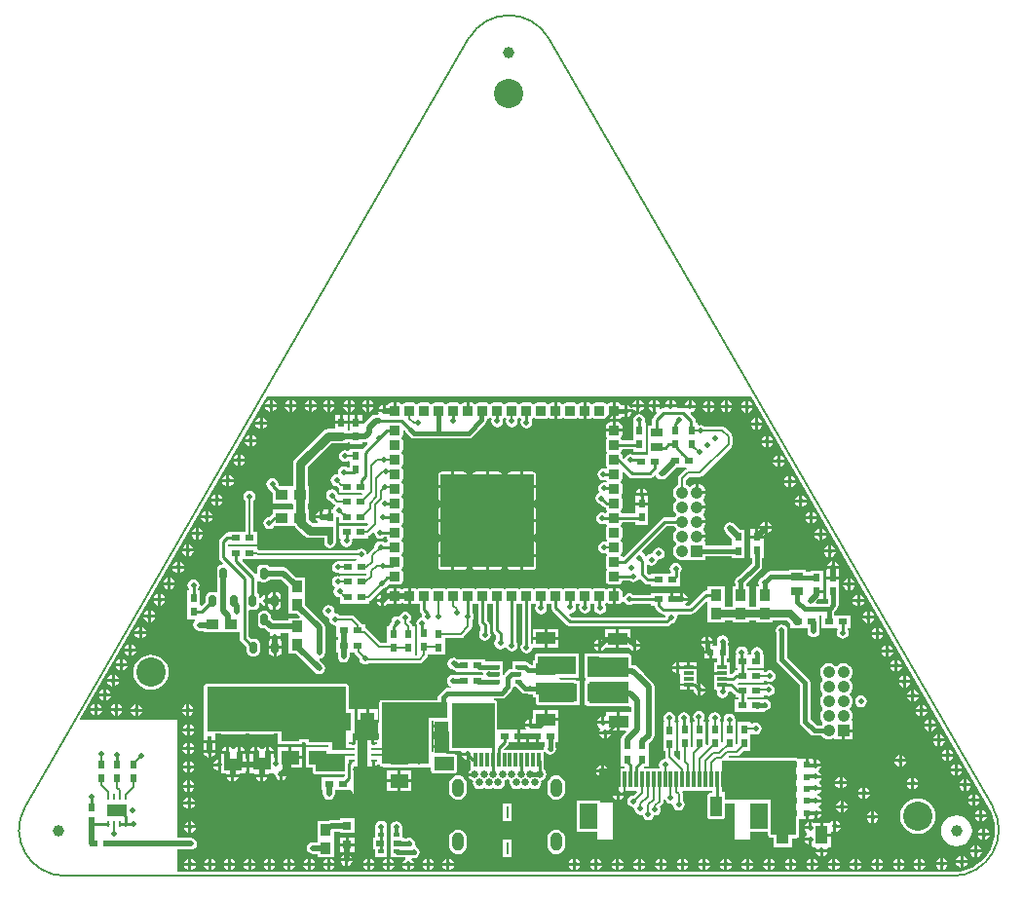
<source format=gtl>
G04*
G04 #@! TF.GenerationSoftware,Altium Limited,Altium Designer,19.0.12 (326)*
G04*
G04 Layer_Physical_Order=1*
G04 Layer_Color=255*
%FSLAX44Y44*%
%MOMM*%
G71*
G01*
G75*
%ADD11C,0.2540*%
%ADD16C,0.1270*%
%ADD25R,1.0000X0.9500*%
%ADD26R,0.9500X1.0000*%
%ADD27R,0.5000X0.4000*%
%ADD28R,0.8000X0.6000*%
%ADD29R,0.6000X0.8000*%
%ADD30R,1.7000X1.1000*%
%ADD31R,0.9000X0.3000*%
%ADD32R,0.5588X0.5588*%
%ADD33R,1.0000X1.6002*%
%ADD34R,1.7000X1.0000*%
%ADD35R,0.2500X0.5500*%
%ADD36R,0.3000X1.4000*%
%ADD37R,1.6000X2.2000*%
%ADD38C,1.0000*%
%ADD39R,1.1000X1.6000*%
G04:AMPARAMS|DCode=40|XSize=0.6mm|YSize=1mm|CornerRadius=0.15mm|HoleSize=0mm|Usage=FLASHONLY|Rotation=180.000|XOffset=0mm|YOffset=0mm|HoleType=Round|Shape=RoundedRectangle|*
%AMROUNDEDRECTD40*
21,1,0.6000,0.7000,0,0,180.0*
21,1,0.3000,1.0000,0,0,180.0*
1,1,0.3000,-0.1500,0.3500*
1,1,0.3000,0.1500,0.3500*
1,1,0.3000,0.1500,-0.3500*
1,1,0.3000,-0.1500,-0.3500*
%
%ADD40ROUNDEDRECTD40*%
%ADD41R,0.4500X0.8500*%
%ADD42R,1.6000X1.1000*%
%ADD43R,0.8500X0.4500*%
%ADD44R,1.0000X0.7000*%
%ADD45R,0.8000X0.8000*%
%ADD46R,0.3000X1.2000*%
%ADD47R,0.2000X1.0000*%
%ADD48R,0.5500X0.4000*%
%ADD49R,0.7000X0.5000*%
%ADD50R,1.6002X1.2700*%
G04:AMPARAMS|DCode=53|XSize=0.25mm|YSize=0.5mm|CornerRadius=0.05mm|HoleSize=0mm|Usage=FLASHONLY|Rotation=270.000|XOffset=0mm|YOffset=0mm|HoleType=Round|Shape=RoundedRectangle|*
%AMROUNDEDRECTD53*
21,1,0.2500,0.4000,0,0,270.0*
21,1,0.1500,0.5000,0,0,270.0*
1,1,0.1000,-0.2000,-0.0750*
1,1,0.1000,-0.2000,0.0750*
1,1,0.1000,0.2000,0.0750*
1,1,0.1000,0.2000,-0.0750*
%
%ADD53ROUNDEDRECTD53*%
%ADD54R,1.2700X1.6002*%
G04:AMPARAMS|DCode=80|XSize=2mm|YSize=2mm|CornerRadius=0.05mm|HoleSize=0mm|Usage=FLASHONLY|Rotation=90.000|XOffset=0mm|YOffset=0mm|HoleType=Round|Shape=RoundedRectangle|*
%AMROUNDEDRECTD80*
21,1,2.0000,1.9000,0,0,90.0*
21,1,1.9000,2.0000,0,0,90.0*
1,1,0.1000,0.9500,0.9500*
1,1,0.1000,0.9500,-0.9500*
1,1,0.1000,-0.9500,-0.9500*
1,1,0.1000,-0.9500,0.9500*
%
%ADD80ROUNDEDRECTD80*%
G04:AMPARAMS|DCode=89|XSize=0.9mm|YSize=0.9mm|CornerRadius=0.099mm|HoleSize=0mm|Usage=FLASHONLY|Rotation=0.000|XOffset=0mm|YOffset=0mm|HoleType=Round|Shape=RoundedRectangle|*
%AMROUNDEDRECTD89*
21,1,0.9000,0.7020,0,0,0.0*
21,1,0.7020,0.9000,0,0,0.0*
1,1,0.1980,0.3510,-0.3510*
1,1,0.1980,-0.3510,-0.3510*
1,1,0.1980,-0.3510,0.3510*
1,1,0.1980,0.3510,0.3510*
%
%ADD89ROUNDEDRECTD89*%
G04:AMPARAMS|DCode=90|XSize=0.9mm|YSize=0.9mm|CornerRadius=0.099mm|HoleSize=0mm|Usage=FLASHONLY|Rotation=90.000|XOffset=0mm|YOffset=0mm|HoleType=Round|Shape=RoundedRectangle|*
%AMROUNDEDRECTD90*
21,1,0.9000,0.7020,0,0,90.0*
21,1,0.7020,0.9000,0,0,90.0*
1,1,0.1980,0.3510,0.3510*
1,1,0.1980,0.3510,-0.3510*
1,1,0.1980,-0.3510,-0.3510*
1,1,0.1980,-0.3510,0.3510*
%
%ADD90ROUNDEDRECTD90*%
G04:AMPARAMS|DCode=91|XSize=0.9mm|YSize=1.6mm|CornerRadius=0.0495mm|HoleSize=0mm|Usage=FLASHONLY|Rotation=180.000|XOffset=0mm|YOffset=0mm|HoleType=Round|Shape=RoundedRectangle|*
%AMROUNDEDRECTD91*
21,1,0.9000,1.5010,0,0,180.0*
21,1,0.8010,1.6000,0,0,180.0*
1,1,0.0990,-0.4005,0.7505*
1,1,0.0990,0.4005,0.7505*
1,1,0.0990,0.4005,-0.7505*
1,1,0.0990,-0.4005,-0.7505*
%
%ADD91ROUNDEDRECTD91*%
%ADD92C,0.3810*%
%ADD93C,0.7620*%
%ADD94C,0.6350*%
%ADD95C,0.3048*%
%ADD96C,0.2032*%
%ADD97C,0.5080*%
%ADD98C,0.3302*%
%ADD99R,2.6304X4.3059*%
%ADD100R,2.0320X1.7410*%
%ADD101R,1.8288X0.5980*%
%ADD102R,0.9144X5.8765*%
%ADD103R,1.7526X2.2352*%
%ADD104R,3.5052X1.8305*%
%ADD105R,3.5306X1.7780*%
%ADD106R,3.1242X1.7272*%
%ADD107R,3.1750X1.6256*%
%ADD108R,0.9934X1.7807*%
%ADD109R,1.7526X1.2040*%
%ADD110R,3.6830X3.9624*%
%ADD111R,4.0894X1.3716*%
%ADD112R,1.5240X3.9486*%
%ADD113R,1.5494X5.4864*%
%ADD114R,6.4770X2.6924*%
%ADD115R,5.5372X1.3208*%
%ADD116R,12.0904X3.8608*%
%ADD117R,4.0386X3.0226*%
%ADD118R,1.2446X2.6670*%
%ADD119R,1.2192X1.7526*%
%ADD120R,1.9558X0.2540*%
%ADD121R,3.2258X3.1242*%
%ADD122R,4.0386X3.5052*%
%ADD123R,1.0160X0.2540*%
%ADD124R,1.0414X0.2540*%
%ADD125R,2.5146X1.5494*%
%ADD126R,1.1684X0.2032*%
%ADD127C,2.5400*%
%ADD128R,1.0500X1.0500*%
%ADD129C,1.0500*%
%ADD130O,1.0000X1.6000*%
%ADD131C,0.6500*%
%ADD132C,0.5080*%
%ADD133C,0.6350*%
%ADD134C,0.5000*%
G36*
X324612Y377524D02*
X601645D01*
X808650Y18980D01*
X808631Y18908D01*
X808631Y18908D01*
X809638Y17265D01*
X811849Y11929D01*
X813197Y6312D01*
X813650Y553D01*
X813197Y-5205D01*
X811849Y-10822D01*
X809638Y-16159D01*
X806620Y-21084D01*
X802868Y-25476D01*
X798476Y-29228D01*
X793551Y-32246D01*
X788214Y-34457D01*
X782598Y-35805D01*
X778098Y-36159D01*
X776839Y-36209D01*
X776839Y-36210D01*
X775587Y-36210D01*
X103124D01*
Y-16609D01*
X114808D01*
X116790Y-16215D01*
X118470Y-15093D01*
X119593Y-13412D01*
X119987Y-11430D01*
X119593Y-9448D01*
X118470Y-7768D01*
X116790Y-6645D01*
X114808Y-6251D01*
X103124D01*
Y96012D01*
X19336D01*
X18701Y97112D01*
X180597Y377524D01*
X324612Y377524D01*
D02*
G37*
%LPC*%
G36*
X481320Y371933D02*
X479080D01*
X477702Y371660D01*
X477190Y371317D01*
X476245Y370982D01*
X475300Y371317D01*
X474787Y371660D01*
X473410Y371933D01*
X466390D01*
X465013Y371660D01*
X463845Y370879D01*
X463255D01*
X462087Y371660D01*
X460710Y371933D01*
X458470D01*
Y364824D01*
Y357715D01*
X460710D01*
X462087Y357989D01*
X463255Y358769D01*
X463845D01*
X465013Y357989D01*
X466390Y357715D01*
X473410D01*
X474787Y357989D01*
X475300Y358332D01*
X476245Y358666D01*
X477190Y358332D01*
X477702Y357989D01*
X479080Y357715D01*
X481320D01*
Y364824D01*
Y371933D01*
D02*
G37*
G36*
X455930D02*
X453690D01*
X452313Y371660D01*
X451145Y370879D01*
X450555D01*
X449387Y371660D01*
X448010Y371933D01*
X440990D01*
X439613Y371660D01*
X438445Y370879D01*
X437855D01*
X436687Y371660D01*
X435310Y371933D01*
X433070D01*
Y364824D01*
Y357715D01*
X435310D01*
X436687Y357989D01*
X437855Y358769D01*
X438445D01*
X439613Y357989D01*
X440990Y357715D01*
X448010D01*
X449387Y357989D01*
X450555Y358769D01*
X451145D01*
X452313Y357989D01*
X453690Y357715D01*
X455930D01*
Y364824D01*
Y371933D01*
D02*
G37*
G36*
X430530D02*
X428290D01*
X426913Y371660D01*
X425745Y370879D01*
X425155D01*
X423987Y371660D01*
X422610Y371933D01*
X415590D01*
X414213Y371660D01*
X413045Y370879D01*
X412455D01*
X411287Y371660D01*
X409910Y371933D01*
X402890D01*
X401513Y371660D01*
X400345Y370879D01*
X399755D01*
X398587Y371660D01*
X397210Y371933D01*
X390190D01*
X388813Y371660D01*
X387645Y370879D01*
X387055D01*
X385887Y371660D01*
X384510Y371933D01*
X377490D01*
X376113Y371660D01*
X374945Y370879D01*
X374355D01*
X373187Y371660D01*
X371810Y371933D01*
X364790D01*
X363413Y371660D01*
X362245Y370879D01*
X361655D01*
X360487Y371660D01*
X359110Y371933D01*
X356870D01*
Y364824D01*
X354330D01*
Y371933D01*
X352090D01*
X350713Y371660D01*
X349545Y370879D01*
X348955D01*
X347787Y371660D01*
X346410Y371933D01*
X339390D01*
X338013Y371660D01*
X336845Y370879D01*
X336255D01*
X335087Y371660D01*
X333710Y371933D01*
X326690D01*
X325313Y371660D01*
X324145Y370879D01*
X323555D01*
X322387Y371660D01*
X321010Y371933D01*
X313990D01*
X312613Y371660D01*
X311445Y370879D01*
X310855D01*
X309687Y371660D01*
X308310Y371933D01*
X301290D01*
X299913Y371660D01*
X298745Y370879D01*
X298165D01*
X296998Y371660D01*
X295620Y371933D01*
X293380D01*
Y364824D01*
X290840D01*
Y371933D01*
X288600D01*
X287223Y371660D01*
X286055Y370879D01*
X285275Y369712D01*
X284976Y369588D01*
X284684Y369783D01*
X283972Y369925D01*
Y364998D01*
X282702D01*
Y363728D01*
X277775D01*
X277917Y363016D01*
X278053Y362812D01*
X277374Y361541D01*
X275336D01*
X273354Y361147D01*
X271674Y360024D01*
X265832Y354183D01*
X265176Y353201D01*
X264572Y353384D01*
X258366D01*
X252826D01*
Y347834D01*
X250952D01*
Y353638D01*
X245412D01*
X239872D01*
Y349383D01*
X234450D01*
X231973Y348890D01*
X229872Y347486D01*
X205480Y323094D01*
X204076Y320994D01*
X203584Y318516D01*
Y304534D01*
Y300034D01*
X202686Y299136D01*
X201470Y299136D01*
X201120Y299136D01*
X192134D01*
X190716Y300554D01*
X190853Y301244D01*
X190459Y303226D01*
X189336Y304907D01*
X187656Y306029D01*
X185674Y306424D01*
X183692Y306029D01*
X182011Y304907D01*
X180889Y303226D01*
X180494Y301244D01*
X180889Y299262D01*
X182011Y297582D01*
X183692Y296459D01*
X183856Y296426D01*
X186390Y293892D01*
Y284556D01*
X201120D01*
X201470Y284556D01*
X202390D01*
X203584Y283636D01*
Y279812D01*
X202686Y278914D01*
X201470Y278914D01*
X201120Y278914D01*
X186390D01*
Y275319D01*
X185857Y275213D01*
X184597Y274371D01*
X182536Y272310D01*
X180946Y271993D01*
X179265Y270871D01*
X178143Y269190D01*
X177748Y267208D01*
X178143Y265226D01*
X179265Y263546D01*
X180946Y262423D01*
X182928Y262029D01*
X184910Y262423D01*
X186590Y263546D01*
X187117Y264334D01*
X201120D01*
X201470Y264334D01*
X202390D01*
X202740Y264334D01*
X205190D01*
X205480Y263900D01*
X213258Y256122D01*
X215358Y254718D01*
X217836Y254226D01*
X230172D01*
Y254160D01*
X230533D01*
Y250698D01*
X230927Y248716D01*
X232050Y247036D01*
X233730Y245913D01*
X235712Y245518D01*
X237694Y245913D01*
X239375Y247036D01*
X240497Y248716D01*
X240892Y250698D01*
Y254160D01*
X241252D01*
Y266160D01*
Y272013D01*
X242224Y272788D01*
X243506Y272464D01*
X243746Y271796D01*
Y267160D01*
X267658D01*
X268364Y267160D01*
X268862Y266094D01*
X268081Y265128D01*
X243746D01*
Y254048D01*
X244036D01*
X245029Y252778D01*
X244818Y251714D01*
X245212Y249732D01*
X246335Y248051D01*
X248015Y246929D01*
X249997Y246535D01*
X251979Y246929D01*
X253659Y248051D01*
X254782Y249732D01*
X255177Y251714D01*
X254965Y252778D01*
X255958Y254048D01*
X268826D01*
Y256526D01*
X269531Y256666D01*
X270707Y257452D01*
X273061Y259805D01*
X274231Y259180D01*
X274180Y258924D01*
X274575Y256942D01*
X275697Y255262D01*
X277378Y254139D01*
X279360Y253745D01*
X281342Y254139D01*
X282690Y255039D01*
X285075D01*
X285275Y254037D01*
X286055Y252869D01*
Y252279D01*
X285275Y251111D01*
X285075Y250109D01*
X283217D01*
X281636Y251165D01*
X279654Y251560D01*
X277672Y251165D01*
X275991Y250042D01*
X274869Y248362D01*
X274475Y246380D01*
X274483Y246337D01*
X269724Y241578D01*
X268975Y240457D01*
X268731Y240421D01*
X267667Y240521D01*
X267421Y241758D01*
X266299Y243438D01*
X264618Y244561D01*
X262636Y244956D01*
X260654Y244561D01*
X259000Y243456D01*
X174501D01*
X174441Y243516D01*
X173265Y244302D01*
X172560Y244442D01*
Y246840D01*
X147480D01*
X146887Y247864D01*
Y247944D01*
X147480Y248968D01*
X172560D01*
Y260048D01*
X169234D01*
Y286635D01*
X169270Y286660D01*
X170393Y288340D01*
X170788Y290322D01*
X170393Y292304D01*
X169270Y293985D01*
X167590Y295107D01*
X165608Y295501D01*
X163626Y295107D01*
X161945Y293985D01*
X160823Y292304D01*
X160429Y290322D01*
X160823Y288340D01*
X161945Y286660D01*
X161982Y286635D01*
Y260048D01*
X147480D01*
Y258393D01*
X146302D01*
X144815Y258097D01*
X143555Y257255D01*
X140255Y253955D01*
X139413Y252695D01*
X139117Y251208D01*
Y237490D01*
X139413Y236003D01*
X140255Y234743D01*
X142624Y232374D01*
X142138Y231201D01*
X141502D01*
X139926Y230888D01*
X138589Y229995D01*
X137696Y228658D01*
X137383Y227082D01*
Y220082D01*
X137696Y218506D01*
X137823Y218317D01*
Y207568D01*
X136782Y206848D01*
X136552Y206893D01*
X135002Y207201D01*
X132002D01*
X130426Y206888D01*
X129089Y205995D01*
X128196Y204658D01*
X127883Y203082D01*
Y199219D01*
X127167Y198741D01*
X124158Y195732D01*
X122888Y196258D01*
Y208628D01*
X121233D01*
Y210156D01*
X121879Y211124D01*
X122274Y213106D01*
X121879Y215088D01*
X120757Y216768D01*
X119076Y217891D01*
X117094Y218286D01*
X115112Y217891D01*
X113432Y216768D01*
X112309Y215088D01*
X111915Y213106D01*
X112309Y211124D01*
X113128Y209898D01*
X112540Y208628D01*
X111808D01*
Y195548D01*
Y183548D01*
X118206D01*
X118592Y182278D01*
X118511Y182225D01*
X117389Y180544D01*
X116994Y178562D01*
X117389Y176580D01*
X118511Y174900D01*
X120192Y173777D01*
X122174Y173382D01*
X125938D01*
Y172034D01*
X141018D01*
X141018Y172034D01*
X141938D01*
Y172034D01*
X142288Y172034D01*
X157018D01*
X157177Y170830D01*
Y167100D01*
X157473Y165613D01*
X158315Y164353D01*
X162727Y159941D01*
X163443Y159463D01*
Y155600D01*
X163756Y154024D01*
X164649Y152687D01*
X165986Y151794D01*
X167562Y151481D01*
X170562D01*
X172138Y151794D01*
X173475Y152687D01*
X174368Y154024D01*
X174681Y155600D01*
Y162600D01*
X174368Y164176D01*
X173475Y165513D01*
X172138Y166406D01*
X170562Y166719D01*
X167562D01*
X167040Y166615D01*
X164947Y168709D01*
Y191220D01*
X166217Y192129D01*
X167054Y191963D01*
X170054D01*
X171630Y192276D01*
X172967Y193169D01*
X173860Y194506D01*
X174173Y196082D01*
Y197492D01*
X174464Y197601D01*
X175443Y197703D01*
X176423Y196236D01*
X178104Y195113D01*
X178816Y194971D01*
Y199898D01*
Y204825D01*
X178104Y204683D01*
X176423Y203561D01*
X175443Y202093D01*
X174464Y202195D01*
X174173Y202304D01*
Y203082D01*
X173860Y204658D01*
X172967Y205995D01*
X172439Y206348D01*
Y216684D01*
X173337Y217046D01*
X173708Y217124D01*
X174978Y216276D01*
X176554Y215963D01*
X179554D01*
X181130Y216276D01*
X182467Y217169D01*
X183291Y218403D01*
X192991D01*
X199466Y211927D01*
Y204772D01*
X199466Y204422D01*
Y203502D01*
X199466Y203152D01*
Y188422D01*
X206971D01*
X209516Y185877D01*
X209030Y184704D01*
X199466D01*
Y182344D01*
X186643D01*
X184685Y184302D01*
X184181Y184639D01*
Y186600D01*
X183868Y188176D01*
X182975Y189513D01*
X181638Y190406D01*
X180062Y190719D01*
X177062D01*
X175486Y190406D01*
X174149Y189513D01*
X173256Y188176D01*
X172943Y186600D01*
Y179600D01*
X173256Y178024D01*
X174149Y176687D01*
X175486Y175794D01*
X177062Y175481D01*
X178856D01*
X180835Y173501D01*
X182516Y172379D01*
X183165Y172250D01*
X183750Y170838D01*
X183277Y170130D01*
X183135Y169418D01*
X192989D01*
X192847Y170130D01*
X192457Y170714D01*
X193136Y171985D01*
X199466D01*
Y169624D01*
X199466D01*
Y168704D01*
X199466D01*
Y153624D01*
X206335D01*
X222652Y137308D01*
X224332Y136185D01*
X226314Y135791D01*
X228296Y136185D01*
X229977Y137308D01*
X231099Y138988D01*
X231493Y140970D01*
X231099Y142952D01*
X229977Y144633D01*
X226596Y148013D01*
X227014Y149391D01*
X228296Y149647D01*
X229977Y150769D01*
X231099Y152450D01*
X231493Y154432D01*
Y176404D01*
X231099Y178386D01*
X229977Y180067D01*
X229976Y180067D01*
X214046Y195997D01*
Y203152D01*
X214046Y203502D01*
Y204422D01*
X214046Y204772D01*
Y219502D01*
X206541D01*
X198799Y227244D01*
X197118Y228367D01*
X195136Y228762D01*
X183291D01*
X182467Y229995D01*
X181130Y230888D01*
X179554Y231201D01*
X176554D01*
X174978Y230888D01*
X173641Y229995D01*
X172748Y228658D01*
X172435Y227082D01*
Y223376D01*
X171726Y223008D01*
X171165Y222923D01*
X159501Y234587D01*
X159987Y235760D01*
X172560D01*
Y235844D01*
X173000Y236204D01*
X258121D01*
X258394Y235865D01*
X257786Y234595D01*
X244508D01*
Y234595D01*
X243749Y233972D01*
X242824Y234156D01*
X240842Y233762D01*
X239161Y232639D01*
X238039Y230958D01*
X237645Y228976D01*
X238039Y226994D01*
X239161Y225314D01*
X240842Y224191D01*
X242824Y223797D01*
X243903Y224011D01*
X244508Y223515D01*
Y223515D01*
X267646D01*
Y222156D01*
X267131Y221641D01*
X244526D01*
Y221641D01*
X243256Y221113D01*
X242412Y221280D01*
X240430Y220886D01*
X238750Y219763D01*
X237627Y218083D01*
X237232Y216101D01*
X237627Y214119D01*
X238750Y212438D01*
X240328Y211384D01*
X239309Y209858D01*
X238915Y207876D01*
X239309Y205894D01*
X240431Y204214D01*
X242112Y203091D01*
X244094Y202697D01*
X244508Y201542D01*
Y197003D01*
X269588D01*
Y199705D01*
X270293Y199845D01*
X271469Y200631D01*
X280805Y209967D01*
X280849Y209958D01*
X282831Y210353D01*
X284511Y211476D01*
X285634Y213156D01*
X285699Y213480D01*
X287110Y214064D01*
X287223Y213989D01*
X288600Y213715D01*
X295620D01*
X296998Y213989D01*
X298165Y214769D01*
X298945Y215937D01*
X299219Y217314D01*
Y224334D01*
X298945Y225711D01*
X298165Y226879D01*
Y227469D01*
X298945Y228637D01*
X299219Y230014D01*
Y237034D01*
X298945Y238411D01*
X298165Y239579D01*
Y240169D01*
X298945Y241337D01*
X299219Y242714D01*
Y249734D01*
X298945Y251111D01*
X298165Y252279D01*
Y252869D01*
X298945Y254037D01*
X299219Y255414D01*
Y262434D01*
X298945Y263811D01*
X298165Y264979D01*
Y265569D01*
X298945Y266737D01*
X299219Y268114D01*
Y275134D01*
X298945Y276511D01*
X298165Y277679D01*
Y278269D01*
X298945Y279437D01*
X299219Y280814D01*
Y287834D01*
X298945Y289211D01*
X298165Y290379D01*
Y290969D01*
X298945Y292137D01*
X299219Y293514D01*
Y300534D01*
X298945Y301911D01*
X298165Y303079D01*
Y303669D01*
X298945Y304837D01*
X299219Y306214D01*
Y313234D01*
X298945Y314611D01*
X298165Y315779D01*
Y316369D01*
X298945Y317537D01*
X299219Y318914D01*
Y325934D01*
X298945Y327311D01*
X298165Y328479D01*
Y329069D01*
X298945Y330237D01*
X299219Y331614D01*
Y338634D01*
X298945Y340011D01*
X298165Y341179D01*
Y341769D01*
X298945Y342937D01*
X299219Y344314D01*
Y347756D01*
X300393Y348242D01*
X301347Y347288D01*
X301453Y346754D01*
X302436Y345283D01*
X305530Y342189D01*
X305530Y342189D01*
X307000Y341207D01*
X308734Y340862D01*
X355869D01*
X357603Y341207D01*
X359074Y342189D01*
X370563Y353679D01*
X371546Y355149D01*
X371891Y356883D01*
X372636Y357879D01*
X373187Y357989D01*
X374355Y358769D01*
X374945D01*
X376113Y357989D01*
X376155Y357981D01*
X376215Y357836D01*
X375821Y355854D01*
X376215Y353872D01*
X377337Y352192D01*
X379018Y351069D01*
X381000Y350675D01*
X382982Y351069D01*
X384663Y352192D01*
X385785Y353872D01*
X386180Y355854D01*
X385785Y357836D01*
X385845Y357981D01*
X385887Y357989D01*
X387055Y358769D01*
X387645D01*
X388813Y357989D01*
X388855Y357981D01*
X388915Y357836D01*
X388521Y355854D01*
X388915Y353872D01*
X390037Y352192D01*
X391718Y351069D01*
X393700Y350675D01*
X395682Y351069D01*
X397363Y352192D01*
X398485Y353872D01*
X398880Y355854D01*
X398485Y357836D01*
X398545Y357981D01*
X398587Y357989D01*
X399755Y358769D01*
X400345D01*
X401513Y357989D01*
X401851Y357173D01*
X401615Y356820D01*
X401221Y354838D01*
X401615Y352856D01*
X402738Y351175D01*
X404418Y350053D01*
X406400Y349659D01*
X408382Y350053D01*
X410062Y351175D01*
X411185Y352856D01*
X411580Y354838D01*
X411185Y356820D01*
X410949Y357173D01*
X411287Y357989D01*
X412455Y358769D01*
X413045D01*
X414213Y357989D01*
X415590Y357715D01*
X422610D01*
X423987Y357989D01*
X425155Y358769D01*
X425745D01*
X426913Y357989D01*
X428290Y357715D01*
X430530D01*
Y364824D01*
Y371933D01*
D02*
G37*
G36*
X533100Y373989D02*
Y370332D01*
X536757D01*
X536615Y371044D01*
X535492Y372724D01*
X533812Y373847D01*
X533100Y373989D01*
D02*
G37*
G36*
X530560D02*
X529848Y373847D01*
X528167Y372724D01*
X527044Y371044D01*
X526903Y370332D01*
X530560D01*
Y373989D01*
D02*
G37*
G36*
X518668D02*
Y370332D01*
X522325D01*
X522183Y371044D01*
X521060Y372724D01*
X519380Y373847D01*
X518668Y373989D01*
D02*
G37*
G36*
X516128D02*
X515416Y373847D01*
X513736Y372724D01*
X512613Y371044D01*
X512471Y370332D01*
X516128D01*
Y373989D01*
D02*
G37*
G36*
X504698D02*
Y370332D01*
X508355D01*
X508213Y371044D01*
X507090Y372724D01*
X505410Y373847D01*
X504698Y373989D01*
D02*
G37*
G36*
X502158D02*
X501446Y373847D01*
X499766Y372724D01*
X498643Y371044D01*
X498501Y370332D01*
X502158D01*
Y373989D01*
D02*
G37*
G36*
X269748D02*
Y370332D01*
X273405D01*
X273263Y371044D01*
X272141Y372724D01*
X270460Y373847D01*
X269748Y373989D01*
D02*
G37*
G36*
X267208D02*
X266496Y373847D01*
X264816Y372724D01*
X263693Y371044D01*
X263551Y370332D01*
X267208D01*
Y373989D01*
D02*
G37*
G36*
X253492D02*
Y370332D01*
X257149D01*
X257007Y371044D01*
X255884Y372724D01*
X254204Y373847D01*
X253492Y373989D01*
D02*
G37*
G36*
X250952D02*
X250240Y373847D01*
X248559Y372724D01*
X247437Y371044D01*
X247295Y370332D01*
X250952D01*
Y373989D01*
D02*
G37*
G36*
X235966D02*
Y370332D01*
X239623D01*
X239481Y371044D01*
X238358Y372724D01*
X236678Y373847D01*
X235966Y373989D01*
D02*
G37*
G36*
X233426D02*
X232714Y373847D01*
X231033Y372724D01*
X229911Y371044D01*
X229769Y370332D01*
X233426D01*
Y373989D01*
D02*
G37*
G36*
X220218D02*
Y370332D01*
X223875D01*
X223733Y371044D01*
X222610Y372724D01*
X220930Y373847D01*
X220218Y373989D01*
D02*
G37*
G36*
X217678D02*
X216966Y373847D01*
X215285Y372724D01*
X214163Y371044D01*
X214021Y370332D01*
X217678D01*
Y373989D01*
D02*
G37*
G36*
X202692D02*
Y370332D01*
X206349D01*
X206207Y371044D01*
X205084Y372724D01*
X203404Y373847D01*
X202692Y373989D01*
D02*
G37*
G36*
X200152D02*
X199440Y373847D01*
X197759Y372724D01*
X196637Y371044D01*
X196495Y370332D01*
X200152D01*
Y373989D01*
D02*
G37*
G36*
X185674D02*
Y370332D01*
X189331D01*
X189189Y371044D01*
X188067Y372724D01*
X186386Y373847D01*
X185674Y373989D01*
D02*
G37*
G36*
X183134D02*
X182422Y373847D01*
X180742Y372724D01*
X179619Y371044D01*
X179477Y370332D01*
X183134D01*
Y373989D01*
D02*
G37*
G36*
X581660Y373735D02*
Y370078D01*
X585317D01*
X585175Y370790D01*
X584053Y372471D01*
X582372Y373593D01*
X581660Y373735D01*
D02*
G37*
G36*
X579120D02*
X578408Y373593D01*
X576727Y372471D01*
X575605Y370790D01*
X575463Y370078D01*
X579120D01*
Y373735D01*
D02*
G37*
G36*
X550008D02*
Y370078D01*
X553665D01*
X553523Y370790D01*
X552400Y372471D01*
X550720Y373593D01*
X550008Y373735D01*
D02*
G37*
G36*
X547467D02*
X546755Y373593D01*
X545075Y372471D01*
X543952Y370790D01*
X543811Y370078D01*
X547467D01*
Y373735D01*
D02*
G37*
G36*
X565912Y373481D02*
Y369824D01*
X569569D01*
X569427Y370536D01*
X568304Y372216D01*
X566624Y373339D01*
X565912Y373481D01*
D02*
G37*
G36*
X563372D02*
X562660Y373339D01*
X560979Y372216D01*
X559857Y370536D01*
X559715Y369824D01*
X563372D01*
Y373481D01*
D02*
G37*
G36*
X599186Y373227D02*
Y369570D01*
X602843D01*
X602701Y370282D01*
X601578Y371963D01*
X599898Y373085D01*
X599186Y373227D01*
D02*
G37*
G36*
X596646D02*
X595934Y373085D01*
X594254Y371963D01*
X593131Y370282D01*
X592989Y369570D01*
X596646D01*
Y373227D01*
D02*
G37*
G36*
X281432Y369925D02*
X280720Y369783D01*
X279039Y368661D01*
X277917Y366980D01*
X277775Y366268D01*
X281432D01*
Y369925D01*
D02*
G37*
G36*
X537057Y367792D02*
X526603D01*
X526039Y367105D01*
X525526D01*
X524039Y366809D01*
X523119Y366194D01*
X522231Y367034D01*
X522187Y367099D01*
X522325Y367792D01*
X518668D01*
Y364135D01*
X519271Y364255D01*
X519344Y364198D01*
X519632Y362820D01*
X516683Y359871D01*
X515841Y358611D01*
X515546Y357124D01*
Y352138D01*
X511890D01*
Y340058D01*
X511890D01*
Y339138D01*
X511890D01*
Y327058D01*
X510917Y326342D01*
X499778D01*
X498954Y326759D01*
X498806Y326857D01*
X496824Y327252D01*
X494842Y326857D01*
X493162Y325734D01*
X492039Y324054D01*
X491908Y323397D01*
X490693Y323029D01*
X489699Y324023D01*
Y325934D01*
X489425Y327311D01*
X488645Y328479D01*
Y329069D01*
X489425Y330237D01*
X489624Y331239D01*
X498904D01*
Y329090D01*
X509984D01*
Y341090D01*
Y354170D01*
X509984D01*
X509339Y355440D01*
X509623Y356870D01*
X509229Y358852D01*
X508106Y360532D01*
X506426Y361655D01*
X504444Y362049D01*
X502462Y361655D01*
X500782Y360532D01*
X499659Y358852D01*
X499264Y356870D01*
X499549Y355440D01*
X498904Y354170D01*
X498904D01*
Y339009D01*
X489624D01*
X489425Y340011D01*
X488645Y341179D01*
Y341769D01*
X489425Y342937D01*
X489699Y344314D01*
Y346554D01*
X482590D01*
X475481D01*
Y344314D01*
X475755Y342937D01*
X476535Y341769D01*
Y341179D01*
X475755Y340011D01*
X475481Y338634D01*
Y331614D01*
X475755Y330237D01*
X476535Y329069D01*
Y328479D01*
X475755Y327311D01*
X475481Y325934D01*
Y318914D01*
X475755Y317537D01*
X476535Y316369D01*
Y315779D01*
X475755Y314611D01*
X475308Y314426D01*
X475184Y314509D01*
X473202Y314904D01*
X471220Y314509D01*
X469539Y313386D01*
X468417Y311706D01*
X468022Y309724D01*
X468417Y307742D01*
X469539Y306062D01*
X471220Y304939D01*
X473202Y304545D01*
X475184Y304939D01*
X475308Y305022D01*
X475755Y304837D01*
X476535Y303669D01*
X476414Y303323D01*
X475946Y302219D01*
X473964Y302614D01*
X471982Y302219D01*
X470302Y301096D01*
X469179Y299416D01*
X468784Y297434D01*
X469179Y295452D01*
X469578Y294855D01*
X469696Y293583D01*
X469226Y293269D01*
X468016Y292460D01*
X466893Y290780D01*
X466498Y288798D01*
X466893Y286816D01*
X468016Y285135D01*
X469696Y284013D01*
X471286Y283696D01*
X473405Y281577D01*
X474665Y280735D01*
X475531Y280563D01*
X475755Y279437D01*
X476535Y278269D01*
Y277679D01*
X475755Y276511D01*
X474390Y276163D01*
X474168Y276311D01*
X472186Y276705D01*
X470204Y276311D01*
X468523Y275189D01*
X467401Y273508D01*
X467006Y271526D01*
X467401Y269544D01*
X468523Y267864D01*
X470204Y266741D01*
X472186Y266346D01*
X474168Y266741D01*
X474425Y266912D01*
X475755Y266737D01*
X476535Y265569D01*
Y264979D01*
X475755Y263811D01*
X475481Y262434D01*
Y255414D01*
X475755Y254037D01*
X476535Y252869D01*
Y252279D01*
X475755Y251111D01*
X475742Y251050D01*
X473964Y251404D01*
X471982Y251009D01*
X470302Y249886D01*
X469179Y248206D01*
X468784Y246224D01*
X469179Y244242D01*
X470302Y242562D01*
X471982Y241439D01*
X473964Y241045D01*
X475742Y241398D01*
X475755Y241337D01*
X476535Y240169D01*
Y239579D01*
X475755Y238411D01*
X475481Y237034D01*
Y230014D01*
X475755Y228637D01*
X476535Y227469D01*
Y226879D01*
X475755Y225711D01*
X475481Y224334D01*
Y217314D01*
X475755Y215937D01*
X476535Y214769D01*
X477702Y213989D01*
X479080Y213715D01*
X486100D01*
X487477Y213989D01*
X488645Y214769D01*
X489425Y215937D01*
X489624Y216939D01*
X496267D01*
X497382Y216195D01*
X499364Y215800D01*
X501346Y216195D01*
X503027Y217318D01*
X503973Y218734D01*
X505023Y219032D01*
X505454Y219048D01*
X509370Y215132D01*
X510630Y214290D01*
X512117Y213994D01*
X514510D01*
Y212339D01*
X539590D01*
Y219233D01*
X539594Y219254D01*
X539783Y219536D01*
X540079Y221023D01*
Y224254D01*
X540979Y225602D01*
X541373Y227584D01*
X540979Y229566D01*
X539856Y231246D01*
X538176Y232369D01*
X536194Y232764D01*
X534212Y232369D01*
X532532Y231246D01*
X531409Y229566D01*
X531015Y227584D01*
X531409Y225602D01*
X532019Y224689D01*
X531447Y223419D01*
X514510D01*
Y222776D01*
X513240Y222250D01*
X511101Y224389D01*
Y230501D01*
X512371Y231180D01*
X513130Y230673D01*
X515112Y230278D01*
X517094Y230673D01*
X518774Y231796D01*
X519897Y233476D01*
X520291Y235458D01*
X521189Y235616D01*
X521208Y235613D01*
X523190Y236007D01*
X524870Y237129D01*
X525993Y238810D01*
X526387Y240792D01*
X525993Y242774D01*
X524870Y244454D01*
X523190Y245577D01*
X521208Y245972D01*
X519226Y245577D01*
X517546Y244454D01*
X516423Y242774D01*
X516029Y240792D01*
X515131Y240634D01*
X515112Y240637D01*
X513130Y240243D01*
X511450Y239121D01*
X510908Y238310D01*
X509560Y238578D01*
X509483Y238964D01*
X508360Y240644D01*
X507038Y241528D01*
X506678Y242964D01*
X528053Y264339D01*
X534959D01*
X534977Y264295D01*
X536220Y262676D01*
X536433Y262387D01*
Y261361D01*
X536220Y261072D01*
X534977Y259453D01*
X534193Y257558D01*
X533925Y255524D01*
X534193Y253490D01*
X534977Y251595D01*
X536226Y249968D01*
X536433Y249809D01*
Y248539D01*
X536226Y248380D01*
X534977Y246753D01*
X534193Y244858D01*
X533925Y242824D01*
X534193Y240790D01*
X534977Y238895D01*
X536226Y237268D01*
X537853Y236019D01*
X539748Y235235D01*
X541782Y234967D01*
X543816Y235235D01*
X545422Y235900D01*
X546692Y235341D01*
Y235034D01*
X562272D01*
Y238483D01*
X584756D01*
Y236475D01*
X595836D01*
Y248475D01*
Y261555D01*
X591844D01*
X587006Y266392D01*
X585326Y267515D01*
X583344Y267910D01*
X581362Y267515D01*
X579682Y266392D01*
X578559Y264712D01*
X578164Y262730D01*
X578559Y260748D01*
X579682Y259067D01*
X584756Y253993D01*
Y247547D01*
X562272D01*
Y250614D01*
X561964D01*
X561406Y251884D01*
X562071Y253490D01*
X562172Y254254D01*
X554482D01*
Y256794D01*
X562172D01*
X562071Y257558D01*
X561287Y259453D01*
X560038Y261080D01*
X559831Y261239D01*
Y262509D01*
X560038Y262668D01*
X561287Y264295D01*
X562071Y266190D01*
X562172Y266954D01*
X554482D01*
Y269494D01*
X562172D01*
X562071Y270258D01*
X561287Y272153D01*
X560044Y273772D01*
X559831Y274061D01*
Y275087D01*
X560044Y275376D01*
X561287Y276995D01*
X562071Y278890D01*
X562172Y279654D01*
X554482D01*
Y282194D01*
X562172D01*
X562071Y282958D01*
X561287Y284853D01*
X560038Y286480D01*
X559831Y286639D01*
Y287909D01*
X560038Y288068D01*
X561287Y289695D01*
X562071Y291590D01*
X562172Y292354D01*
X554482D01*
Y293624D01*
X553212D01*
Y301314D01*
X552448Y301213D01*
X550553Y300429D01*
X548934Y299186D01*
X548645Y298973D01*
X547619D01*
X547330Y299186D01*
X545711Y300429D01*
X545408Y300554D01*
Y304314D01*
X548364Y307270D01*
X556938D01*
X556938Y307270D01*
X558326Y307546D01*
X559502Y308332D01*
X584394Y333224D01*
X584394Y333224D01*
X585180Y334400D01*
X585456Y335788D01*
Y342222D01*
X585456Y342222D01*
X585180Y343609D01*
X584394Y344786D01*
X584394Y344786D01*
X579240Y349940D01*
X578064Y350726D01*
X576676Y351002D01*
X576676Y351002D01*
X561217D01*
X561193Y351038D01*
X559512Y352161D01*
X557530Y352556D01*
X556466Y352344D01*
X555196Y353337D01*
Y354170D01*
X553411D01*
Y356238D01*
X553115Y357725D01*
X552273Y358985D01*
X548847Y362410D01*
X549311Y363743D01*
X550720Y364023D01*
X552400Y365145D01*
X553523Y366826D01*
X553665Y367538D01*
X543050D01*
X542604Y367093D01*
X542544Y367105D01*
X537621D01*
X537057Y367792D01*
D02*
G37*
G36*
X516128D02*
X512471D01*
X512613Y367080D01*
X513736Y365400D01*
X515416Y364277D01*
X516128Y364135D01*
Y367792D01*
D02*
G37*
G36*
X508355D02*
X504698D01*
Y364135D01*
X505410Y364277D01*
X507090Y365400D01*
X508213Y367080D01*
X508355Y367792D01*
D02*
G37*
G36*
X494030Y369671D02*
Y366014D01*
X497687D01*
X497627Y366314D01*
X498824Y366809D01*
X499109Y366382D01*
X499766Y365400D01*
X501446Y364277D01*
X502158Y364135D01*
Y367792D01*
X498501D01*
X498561Y367492D01*
X497364Y366997D01*
X497079Y367424D01*
X496423Y368406D01*
X494742Y369529D01*
X494030Y369671D01*
D02*
G37*
G36*
X273405Y367792D02*
X269748D01*
Y364135D01*
X270460Y364277D01*
X272141Y365400D01*
X273263Y367080D01*
X273405Y367792D01*
D02*
G37*
G36*
X267208D02*
X263551D01*
X263693Y367080D01*
X264816Y365400D01*
X266496Y364277D01*
X267208Y364135D01*
Y367792D01*
D02*
G37*
G36*
X257149D02*
X253492D01*
Y364135D01*
X254204Y364277D01*
X255884Y365400D01*
X257007Y367080D01*
X257149Y367792D01*
D02*
G37*
G36*
X250952D02*
X247295D01*
X247437Y367080D01*
X248559Y365400D01*
X250240Y364277D01*
X250952Y364135D01*
Y367792D01*
D02*
G37*
G36*
X239623D02*
X235966D01*
Y364135D01*
X236678Y364277D01*
X238358Y365400D01*
X239481Y367080D01*
X239623Y367792D01*
D02*
G37*
G36*
X233426D02*
X229769D01*
X229911Y367080D01*
X231033Y365400D01*
X232714Y364277D01*
X233426Y364135D01*
Y367792D01*
D02*
G37*
G36*
X223875D02*
X220218D01*
Y364135D01*
X220930Y364277D01*
X222610Y365400D01*
X223733Y367080D01*
X223875Y367792D01*
D02*
G37*
G36*
X217678D02*
X214021D01*
X214163Y367080D01*
X215285Y365400D01*
X216966Y364277D01*
X217678Y364135D01*
Y367792D01*
D02*
G37*
G36*
X206349D02*
X202692D01*
Y364135D01*
X203404Y364277D01*
X205084Y365400D01*
X206207Y367080D01*
X206349Y367792D01*
D02*
G37*
G36*
X200152D02*
X196495D01*
X196637Y367080D01*
X197759Y365400D01*
X199440Y364277D01*
X200152Y364135D01*
Y367792D01*
D02*
G37*
G36*
X189331D02*
X185674D01*
Y364135D01*
X186386Y364277D01*
X188067Y365400D01*
X189189Y367080D01*
X189331Y367792D01*
D02*
G37*
G36*
X183134D02*
X179477D01*
X179619Y367080D01*
X180742Y365400D01*
X182422Y364277D01*
X183134Y364135D01*
Y367792D01*
D02*
G37*
G36*
X585317Y367538D02*
X581660D01*
Y363881D01*
X582372Y364023D01*
X584053Y365145D01*
X585175Y366826D01*
X585317Y367538D01*
D02*
G37*
G36*
X579120D02*
X575463D01*
X575605Y366826D01*
X576727Y365145D01*
X578408Y364023D01*
X579120Y363881D01*
Y367538D01*
D02*
G37*
G36*
X569569Y367284D02*
X565912D01*
Y363627D01*
X566624Y363769D01*
X568304Y364892D01*
X569427Y366572D01*
X569569Y367284D01*
D02*
G37*
G36*
X563372D02*
X559715D01*
X559857Y366572D01*
X560979Y364892D01*
X562660Y363769D01*
X563372Y363627D01*
Y367284D01*
D02*
G37*
G36*
X602843Y367030D02*
X599186D01*
Y363373D01*
X599898Y363515D01*
X601578Y364637D01*
X602701Y366318D01*
X602843Y367030D01*
D02*
G37*
G36*
X596646D02*
X592989D01*
X593131Y366318D01*
X594254Y364637D01*
X595934Y363515D01*
X596646Y363373D01*
Y367030D01*
D02*
G37*
G36*
X497687Y363474D02*
X494030D01*
Y359817D01*
X494742Y359959D01*
X496423Y361082D01*
X497545Y362762D01*
X497687Y363474D01*
D02*
G37*
G36*
X486100Y371933D02*
X483860D01*
Y364824D01*
Y357715D01*
X486100D01*
X487477Y357989D01*
X488645Y358769D01*
X489425Y359937D01*
X490280Y360291D01*
X490778Y359959D01*
X491490Y359817D01*
Y364744D01*
Y369671D01*
X490778Y369529D01*
X490429Y369296D01*
X489425Y369712D01*
X488645Y370879D01*
X487477Y371660D01*
X486100Y371933D01*
D02*
G37*
G36*
X250952Y361448D02*
X246682D01*
Y356178D01*
X250952D01*
Y361448D01*
D02*
G37*
G36*
X244142D02*
X239872D01*
Y356178D01*
X244142D01*
Y361448D01*
D02*
G37*
G36*
X263906Y361194D02*
X259636D01*
Y355924D01*
X263906D01*
Y361194D01*
D02*
G37*
G36*
X257096D02*
X252826D01*
Y355924D01*
X257096D01*
Y361194D01*
D02*
G37*
G36*
X177213Y359257D02*
Y355600D01*
X180870D01*
X180728Y356312D01*
X179605Y357993D01*
X177925Y359115D01*
X177213Y359257D01*
D02*
G37*
G36*
X174673D02*
X173961Y359115D01*
X172280Y357993D01*
X171157Y356312D01*
X171016Y355600D01*
X174673D01*
Y359257D01*
D02*
G37*
G36*
X607647Y358495D02*
Y354838D01*
X611304D01*
X611162Y355550D01*
X610040Y357230D01*
X608359Y358353D01*
X607647Y358495D01*
D02*
G37*
G36*
X605107D02*
X604395Y358353D01*
X602715Y357230D01*
X601592Y355550D01*
X601450Y354838D01*
X605107D01*
Y358495D01*
D02*
G37*
G36*
X180870Y353060D02*
X177213D01*
Y349403D01*
X177925Y349545D01*
X179605Y350667D01*
X180728Y352348D01*
X180870Y353060D01*
D02*
G37*
G36*
X174673D02*
X171016D01*
X171157Y352348D01*
X172280Y350667D01*
X173961Y349545D01*
X174673Y349403D01*
Y353060D01*
D02*
G37*
G36*
X486100Y354933D02*
X483860D01*
Y349094D01*
X489699D01*
Y351334D01*
X489425Y352711D01*
X488645Y353879D01*
X487477Y354659D01*
X486100Y354933D01*
D02*
G37*
G36*
X481320D02*
X479080D01*
X477702Y354659D01*
X476535Y353879D01*
X475755Y352711D01*
X475481Y351334D01*
Y349094D01*
X481320D01*
Y354933D01*
D02*
G37*
G36*
X611304Y352298D02*
X607647D01*
Y348641D01*
X608359Y348783D01*
X610040Y349906D01*
X611162Y351586D01*
X611304Y352298D01*
D02*
G37*
G36*
X605107D02*
X601450D01*
X601592Y351586D01*
X602715Y349906D01*
X604395Y348783D01*
X605107Y348641D01*
Y352298D01*
D02*
G37*
G36*
X168051Y343763D02*
Y340106D01*
X171708D01*
X171566Y340818D01*
X170444Y342499D01*
X168763Y343621D01*
X168051Y343763D01*
D02*
G37*
G36*
X165511D02*
X164799Y343621D01*
X163119Y342499D01*
X161996Y340818D01*
X161854Y340106D01*
X165511D01*
Y343763D01*
D02*
G37*
G36*
X616809Y343001D02*
Y339344D01*
X620466D01*
X620324Y340056D01*
X619201Y341736D01*
X617521Y342859D01*
X616809Y343001D01*
D02*
G37*
G36*
X614269D02*
X613557Y342859D01*
X611876Y341736D01*
X610754Y340056D01*
X610612Y339344D01*
X614269D01*
Y343001D01*
D02*
G37*
G36*
X171708Y337566D02*
X168051D01*
Y333909D01*
X168763Y334051D01*
X170444Y335173D01*
X171566Y336854D01*
X171708Y337566D01*
D02*
G37*
G36*
X165511D02*
X161854D01*
X161996Y336854D01*
X163119Y335173D01*
X164799Y334051D01*
X165511Y333909D01*
Y337566D01*
D02*
G37*
G36*
X620466Y336804D02*
X616809D01*
Y333147D01*
X617521Y333289D01*
X619201Y334412D01*
X620324Y336092D01*
X620466Y336804D01*
D02*
G37*
G36*
X614269D02*
X610612D01*
X610754Y336092D01*
X611876Y334412D01*
X613557Y333289D01*
X614269Y333147D01*
Y336804D01*
D02*
G37*
G36*
X157988Y326999D02*
Y323342D01*
X161645D01*
X161503Y324054D01*
X160380Y325734D01*
X158700Y326857D01*
X157988Y326999D01*
D02*
G37*
G36*
X155448D02*
X154736Y326857D01*
X153055Y325734D01*
X151933Y324054D01*
X151791Y323342D01*
X155448D01*
Y326999D01*
D02*
G37*
G36*
X626872Y326237D02*
Y322580D01*
X630529D01*
X630387Y323292D01*
X629264Y324972D01*
X627584Y326095D01*
X626872Y326237D01*
D02*
G37*
G36*
X624332D02*
X623620Y326095D01*
X621940Y324972D01*
X620817Y323292D01*
X620675Y322580D01*
X624332D01*
Y326237D01*
D02*
G37*
G36*
X161645Y320802D02*
X157988D01*
Y317145D01*
X158700Y317287D01*
X160380Y318410D01*
X161503Y320090D01*
X161645Y320802D01*
D02*
G37*
G36*
X155448D02*
X151791D01*
X151933Y320090D01*
X153055Y318410D01*
X154736Y317287D01*
X155448Y317145D01*
Y320802D01*
D02*
G37*
G36*
X630529Y320040D02*
X626872D01*
Y316383D01*
X627584Y316525D01*
X629264Y317647D01*
X630387Y319328D01*
X630529Y320040D01*
D02*
G37*
G36*
X624332D02*
X620675D01*
X620817Y319328D01*
X621940Y317647D01*
X623620Y316525D01*
X624332Y316383D01*
Y320040D01*
D02*
G37*
G36*
X401080Y311923D02*
X392850D01*
X391664Y311687D01*
X390658Y311015D01*
X389987Y310010D01*
X389950Y309824D01*
X401080D01*
Y311923D01*
D02*
G37*
G36*
X381850D02*
X373620D01*
Y309824D01*
X384750D01*
X384713Y310010D01*
X384041Y311015D01*
X383036Y311687D01*
X381850Y311923D01*
D02*
G37*
G36*
X371080D02*
X362850D01*
X361664Y311687D01*
X360658Y311015D01*
X359986Y310010D01*
X359949Y309824D01*
X371080D01*
Y311923D01*
D02*
G37*
G36*
X351850D02*
X343620D01*
Y309824D01*
X354750D01*
X354714Y310010D01*
X354042Y311015D01*
X353036Y311687D01*
X351850Y311923D01*
D02*
G37*
G36*
X148253Y309207D02*
Y305550D01*
X151910D01*
X151768Y306262D01*
X150646Y307943D01*
X148965Y309065D01*
X148253Y309207D01*
D02*
G37*
G36*
X145713D02*
X145001Y309065D01*
X143321Y307943D01*
X142198Y306262D01*
X142056Y305550D01*
X145713D01*
Y309207D01*
D02*
G37*
G36*
X636607Y308445D02*
Y304788D01*
X640264D01*
X640122Y305500D01*
X638999Y307181D01*
X637319Y308303D01*
X636607Y308445D01*
D02*
G37*
G36*
X634067D02*
X633355Y308303D01*
X631674Y307181D01*
X630552Y305500D01*
X630410Y304788D01*
X634067D01*
Y308445D01*
D02*
G37*
G36*
X411850Y311923D02*
X403620D01*
Y309824D01*
X412049D01*
X412416Y309672D01*
X412698Y309390D01*
X412850Y309023D01*
Y308824D01*
Y300594D01*
X414950D01*
Y308824D01*
X414714Y310010D01*
X414042Y311015D01*
X413036Y311687D01*
X411850Y311923D01*
D02*
G37*
G36*
X341080D02*
X332850D01*
X331664Y311687D01*
X330658Y311015D01*
X329986Y310010D01*
X329750Y308824D01*
Y300594D01*
X331850D01*
Y308824D01*
Y309023D01*
X332002Y309390D01*
X332284Y309672D01*
X332651Y309824D01*
X341080D01*
Y311923D01*
D02*
G37*
G36*
X151910Y303010D02*
X148253D01*
Y299353D01*
X148965Y299495D01*
X150646Y300618D01*
X151768Y302298D01*
X151910Y303010D01*
D02*
G37*
G36*
X145713D02*
X142056D01*
X142198Y302298D01*
X143321Y300618D01*
X145001Y299495D01*
X145713Y299353D01*
Y303010D01*
D02*
G37*
G36*
X640264Y302248D02*
X636607D01*
Y298591D01*
X637319Y298733D01*
X638999Y299856D01*
X640122Y301536D01*
X640264Y302248D01*
D02*
G37*
G36*
X634067D02*
X630410D01*
X630552Y301536D01*
X631674Y299856D01*
X633355Y298733D01*
X634067Y298591D01*
Y302248D01*
D02*
G37*
G36*
X555752Y301314D02*
Y294894D01*
X562172D01*
X562071Y295658D01*
X561287Y297553D01*
X560038Y299180D01*
X558411Y300429D01*
X556516Y301213D01*
X555752Y301314D01*
D02*
G37*
G36*
X138700Y292201D02*
Y288544D01*
X142357D01*
X142215Y289256D01*
X141092Y290937D01*
X139412Y292059D01*
X138700Y292201D01*
D02*
G37*
G36*
X136159D02*
X135447Y292059D01*
X133767Y290937D01*
X132644Y289256D01*
X132503Y288544D01*
X136159D01*
Y292201D01*
D02*
G37*
G36*
X646161Y291439D02*
Y287782D01*
X649817D01*
X649676Y288494D01*
X648553Y290175D01*
X646873Y291297D01*
X646161Y291439D01*
D02*
G37*
G36*
X643621D02*
X642908Y291297D01*
X641228Y290175D01*
X640105Y288494D01*
X639963Y287782D01*
X643621D01*
Y291439D01*
D02*
G37*
G36*
X331850Y298054D02*
X329750D01*
Y289824D01*
X329986Y288638D01*
X330658Y287632D01*
X331664Y286960D01*
X331850Y286923D01*
Y298054D01*
D02*
G37*
G36*
X414950D02*
X412850D01*
Y286923D01*
X413036Y286960D01*
X414042Y287632D01*
X414714Y288638D01*
X414950Y289824D01*
Y298054D01*
D02*
G37*
G36*
X142357Y286004D02*
X138700D01*
Y282347D01*
X139412Y282489D01*
X141092Y283612D01*
X142215Y285292D01*
X142357Y286004D01*
D02*
G37*
G36*
X136159D02*
X132503D01*
X132644Y285292D01*
X133767Y283612D01*
X135447Y282489D01*
X136159Y282347D01*
Y286004D01*
D02*
G37*
G36*
X649817Y285242D02*
X646161D01*
Y281585D01*
X646873Y281727D01*
X648553Y282850D01*
X649676Y284530D01*
X649817Y285242D01*
D02*
G37*
G36*
X643621D02*
X639963D01*
X640105Y284530D01*
X641228Y282850D01*
X642908Y281727D01*
X643621Y281585D01*
Y285242D01*
D02*
G37*
G36*
X129834Y277627D02*
Y273970D01*
X133491D01*
X133349Y274682D01*
X132226Y276362D01*
X130546Y277485D01*
X129834Y277627D01*
D02*
G37*
G36*
X127294D02*
X126582Y277485D01*
X124902Y276362D01*
X123779Y274682D01*
X123637Y273970D01*
X127294D01*
Y277627D01*
D02*
G37*
G36*
X655026Y276865D02*
Y273208D01*
X658683D01*
X658541Y273920D01*
X657419Y275600D01*
X655738Y276723D01*
X655026Y276865D01*
D02*
G37*
G36*
X652486D02*
X651774Y276723D01*
X650094Y275600D01*
X648971Y273920D01*
X648829Y273208D01*
X652486D01*
Y276865D01*
D02*
G37*
G36*
X412850Y281724D02*
Y270594D01*
X414950D01*
Y278824D01*
X414714Y280010D01*
X414042Y281015D01*
X413036Y281687D01*
X412850Y281724D01*
D02*
G37*
G36*
X331850Y281724D02*
X331664Y281687D01*
X330658Y281015D01*
X329986Y280010D01*
X329750Y278824D01*
Y270594D01*
X331850D01*
Y281724D01*
D02*
G37*
G36*
X133491Y271430D02*
X129834D01*
Y267773D01*
X130546Y267915D01*
X132226Y269038D01*
X133349Y270718D01*
X133491Y271430D01*
D02*
G37*
G36*
X127294D02*
X123637D01*
X123779Y270718D01*
X124902Y269038D01*
X126582Y267915D01*
X127294Y267773D01*
Y271430D01*
D02*
G37*
G36*
X658683Y270668D02*
X655026D01*
Y267011D01*
X655738Y267153D01*
X657419Y268276D01*
X658541Y269956D01*
X658683Y270668D01*
D02*
G37*
G36*
X652486D02*
X648829D01*
X648971Y269956D01*
X650094Y268276D01*
X651774Y267153D01*
X652486Y267011D01*
Y270668D01*
D02*
G37*
G36*
X615696Y268325D02*
Y264668D01*
X619353D01*
X619211Y265380D01*
X618088Y267061D01*
X616408Y268183D01*
X615696Y268325D01*
D02*
G37*
G36*
X613156D02*
X612444Y268183D01*
X610764Y267061D01*
X609641Y265380D01*
X609499Y264668D01*
X613156D01*
Y268325D01*
D02*
G37*
G36*
X121666Y262991D02*
Y259334D01*
X125323D01*
X125181Y260046D01*
X124059Y261726D01*
X122378Y262849D01*
X121666Y262991D01*
D02*
G37*
G36*
X119126D02*
X118414Y262849D01*
X116734Y261726D01*
X115611Y260046D01*
X115469Y259334D01*
X119126D01*
Y262991D01*
D02*
G37*
G36*
X663194Y262229D02*
Y258572D01*
X666851D01*
X666709Y259284D01*
X665586Y260965D01*
X663906Y262087D01*
X663194Y262229D01*
D02*
G37*
G36*
X660654D02*
X659942Y262087D01*
X658261Y260965D01*
X657139Y259284D01*
X656997Y258572D01*
X660654D01*
Y262229D01*
D02*
G37*
G36*
X619353Y262128D02*
X615696D01*
Y258471D01*
X616408Y258613D01*
X618088Y259736D01*
X619211Y261416D01*
X619353Y262128D01*
D02*
G37*
G36*
X331850Y268054D02*
X329750D01*
Y259824D01*
X329986Y258638D01*
X330658Y257632D01*
X331664Y256960D01*
X331850Y256923D01*
Y268054D01*
D02*
G37*
G36*
X414950D02*
X412850D01*
Y256923D01*
X413036Y256960D01*
X414042Y257632D01*
X414714Y258638D01*
X414950Y259824D01*
Y268054D01*
D02*
G37*
G36*
X613156Y262128D02*
X608751D01*
X608547Y261880D01*
X608065D01*
Y256610D01*
X612335D01*
Y257339D01*
X613156Y258013D01*
Y262128D01*
D02*
G37*
G36*
X605525Y261880D02*
X601255D01*
Y256610D01*
X605525D01*
Y261880D01*
D02*
G37*
G36*
X125323Y256794D02*
X121666D01*
Y253137D01*
X122378Y253279D01*
X124059Y254401D01*
X125181Y256082D01*
X125323Y256794D01*
D02*
G37*
G36*
X119126D02*
X115469D01*
X115611Y256082D01*
X116734Y254401D01*
X118414Y253279D01*
X119126Y253137D01*
Y256794D01*
D02*
G37*
G36*
X666851Y256032D02*
X663194D01*
Y252375D01*
X663906Y252517D01*
X665586Y253640D01*
X666709Y255320D01*
X666851Y256032D01*
D02*
G37*
G36*
X660654D02*
X656997D01*
X657139Y255320D01*
X658261Y253640D01*
X659942Y252517D01*
X660654Y252375D01*
Y256032D01*
D02*
G37*
G36*
X113466Y248513D02*
Y244856D01*
X117123D01*
X116982Y245568D01*
X115859Y247248D01*
X114178Y248371D01*
X113466Y248513D01*
D02*
G37*
G36*
X110926D02*
X110214Y248371D01*
X108534Y247248D01*
X107411Y245568D01*
X107269Y244856D01*
X110926D01*
Y248513D01*
D02*
G37*
G36*
X671394Y247751D02*
Y244094D01*
X675051D01*
X674909Y244806D01*
X673786Y246486D01*
X672106Y247609D01*
X671394Y247751D01*
D02*
G37*
G36*
X668854D02*
X668141Y247609D01*
X666461Y246486D01*
X665338Y244806D01*
X665197Y244094D01*
X668854D01*
Y247751D01*
D02*
G37*
G36*
X412850Y251725D02*
Y240594D01*
X414950D01*
Y248824D01*
X414714Y250010D01*
X414042Y251016D01*
X413036Y251688D01*
X412850Y251725D01*
D02*
G37*
G36*
X331850Y251725D02*
X331664Y251688D01*
X330658Y251016D01*
X329986Y250010D01*
X329750Y248824D01*
Y240594D01*
X331850D01*
Y251725D01*
D02*
G37*
G36*
X117123Y242316D02*
X113466D01*
Y238659D01*
X114178Y238801D01*
X115859Y239923D01*
X116982Y241604D01*
X117123Y242316D01*
D02*
G37*
G36*
X110926D02*
X107269D01*
X107411Y241604D01*
X108534Y239923D01*
X110214Y238801D01*
X110926Y238659D01*
Y242316D01*
D02*
G37*
G36*
X675051Y241554D02*
X671394D01*
Y237897D01*
X672106Y238039D01*
X673786Y239161D01*
X674909Y240842D01*
X675051Y241554D01*
D02*
G37*
G36*
X668854D02*
X665197D01*
X665338Y240842D01*
X666461Y239161D01*
X668141Y238039D01*
X668854Y237897D01*
Y241554D01*
D02*
G37*
G36*
X674116Y234035D02*
Y230378D01*
X677773D01*
X677631Y231090D01*
X676508Y232771D01*
X674828Y233893D01*
X674116Y234035D01*
D02*
G37*
G36*
X671576D02*
X670864Y233893D01*
X669184Y232771D01*
X668061Y231090D01*
X667919Y230378D01*
X671576D01*
Y234035D01*
D02*
G37*
G36*
X105156Y233751D02*
Y230094D01*
X108813D01*
X108671Y230806D01*
X107549Y232486D01*
X105868Y233609D01*
X105156Y233751D01*
D02*
G37*
G36*
X102616D02*
X101904Y233609D01*
X100224Y232486D01*
X99101Y230806D01*
X98959Y230094D01*
X102616D01*
Y233751D01*
D02*
G37*
G36*
X414950Y238054D02*
X412850D01*
Y229824D01*
Y229625D01*
X412698Y229258D01*
X412416Y228976D01*
X412049Y228824D01*
X403620D01*
Y226724D01*
X411850D01*
X413036Y226960D01*
X414042Y227632D01*
X414714Y228638D01*
X414950Y229824D01*
Y238054D01*
D02*
G37*
G36*
X401080Y228824D02*
X389949D01*
X389987Y228638D01*
X390658Y227632D01*
X391664Y226960D01*
X392850Y226724D01*
X401080D01*
Y228824D01*
D02*
G37*
G36*
X384751D02*
X373620D01*
Y226724D01*
X381850D01*
X383036Y226960D01*
X384041Y227632D01*
X384713Y228638D01*
X384751Y228824D01*
D02*
G37*
G36*
X371080D02*
X359949D01*
X359986Y228638D01*
X360658Y227632D01*
X361664Y226960D01*
X362850Y226724D01*
X371080D01*
Y228824D01*
D02*
G37*
G36*
X354751D02*
X343620D01*
Y226724D01*
X351850D01*
X353036Y226960D01*
X354042Y227632D01*
X354714Y228638D01*
X354751Y228824D01*
D02*
G37*
G36*
X331850Y238054D02*
X329750D01*
Y229824D01*
X329986Y228638D01*
X330658Y227632D01*
X331664Y226960D01*
X332850Y226724D01*
X341080D01*
Y228824D01*
X332651D01*
X332284Y228976D01*
X332002Y229258D01*
X331850Y229625D01*
Y229824D01*
Y238054D01*
D02*
G37*
G36*
X108813Y227554D02*
X105156D01*
Y223897D01*
X105868Y224039D01*
X107549Y225161D01*
X108671Y226842D01*
X108813Y227554D01*
D02*
G37*
G36*
X102616D02*
X98959D01*
X99101Y226842D01*
X100224Y225161D01*
X101904Y224039D01*
X102616Y223897D01*
Y227554D01*
D02*
G37*
G36*
X677773Y227838D02*
X667919D01*
X668001Y227424D01*
X667299Y226154D01*
X667052D01*
Y220884D01*
X672592D01*
X678132D01*
Y226154D01*
X678132Y226154D01*
X677691Y227424D01*
X677773Y227838D01*
D02*
G37*
G36*
X97028Y219646D02*
Y215989D01*
X100685D01*
X100543Y216701D01*
X99420Y218382D01*
X97740Y219504D01*
X97028Y219646D01*
D02*
G37*
G36*
X94488D02*
X93776Y219504D01*
X92095Y218382D01*
X90973Y216701D01*
X90831Y215989D01*
X94488D01*
Y219646D01*
D02*
G37*
G36*
X687832Y218884D02*
Y215227D01*
X691489D01*
X691347Y215939D01*
X690225Y217619D01*
X688544Y218742D01*
X687832Y218884D01*
D02*
G37*
G36*
X685292D02*
X684580Y218742D01*
X682899Y217619D01*
X681777Y215939D01*
X681635Y215227D01*
X685292D01*
Y218884D01*
D02*
G37*
G36*
X303530Y210933D02*
X301290D01*
X299913Y210659D01*
X298745Y209879D01*
X298165D01*
X296998Y210659D01*
X295620Y210933D01*
X293380D01*
Y203824D01*
Y196715D01*
X295620D01*
X296998Y196989D01*
X298165Y197769D01*
X298745D01*
X299913Y196989D01*
X301290Y196715D01*
X303530D01*
Y203824D01*
Y210933D01*
D02*
G37*
G36*
X100685Y213449D02*
X97028D01*
Y209792D01*
X97740Y209934D01*
X99420Y211056D01*
X100543Y212737D01*
X100685Y213449D01*
D02*
G37*
G36*
X94488D02*
X90831D01*
X90973Y212737D01*
X92095Y211056D01*
X93776Y209934D01*
X94488Y209792D01*
Y213449D01*
D02*
G37*
G36*
X691489Y212687D02*
X687832D01*
Y209030D01*
X688544Y209172D01*
X690225Y210294D01*
X691347Y211975D01*
X691489Y212687D01*
D02*
G37*
G36*
X685292D02*
X681635D01*
X681777Y211975D01*
X682899Y210294D01*
X684580Y209172D01*
X685292Y209030D01*
Y212687D01*
D02*
G37*
G36*
X186284Y207201D02*
X186054D01*
X184478Y206888D01*
X183141Y205995D01*
X182910Y205648D01*
X182068Y204683D01*
X181356Y204825D01*
Y199898D01*
Y194780D01*
X182248Y194506D01*
X182575Y194017D01*
X183141Y193169D01*
X184478Y192276D01*
X186054Y191963D01*
X186284D01*
Y199582D01*
Y207201D01*
D02*
G37*
G36*
X290840Y210933D02*
X288600D01*
X287223Y210659D01*
X286055Y209879D01*
X285275Y208711D01*
X285001Y207334D01*
Y204981D01*
X283731Y204302D01*
X283160Y204683D01*
X282448Y204825D01*
Y199898D01*
Y194971D01*
X283160Y195113D01*
X284841Y196236D01*
X285254Y196855D01*
X286980Y197151D01*
X287223Y196989D01*
X288600Y196715D01*
X290840D01*
Y203824D01*
Y210933D01*
D02*
G37*
G36*
X542798Y206041D02*
Y202384D01*
X546455D01*
X546313Y203096D01*
X545191Y204777D01*
X543510Y205899D01*
X542798Y206041D01*
D02*
G37*
G36*
X88646Y205587D02*
Y201930D01*
X92303D01*
X92161Y202642D01*
X91039Y204322D01*
X89358Y205445D01*
X88646Y205587D01*
D02*
G37*
G36*
X86106D02*
X85394Y205445D01*
X83714Y204322D01*
X82591Y202642D01*
X82449Y201930D01*
X86106D01*
Y205587D01*
D02*
G37*
G36*
X696214Y204825D02*
Y201168D01*
X699871D01*
X699729Y201880D01*
X698606Y203561D01*
X696926Y204683D01*
X696214Y204825D01*
D02*
G37*
G36*
X693674D02*
X692962Y204683D01*
X691282Y203561D01*
X690159Y201880D01*
X690017Y201168D01*
X693674D01*
Y204825D01*
D02*
G37*
G36*
X279908D02*
X279196Y204683D01*
X277516Y203561D01*
X276393Y201880D01*
X276251Y201168D01*
X279908D01*
Y204825D01*
D02*
G37*
G36*
X189054Y207201D02*
X188824D01*
Y200852D01*
X193173D01*
Y203082D01*
X192860Y204658D01*
X191967Y205995D01*
X190630Y206888D01*
X189054Y207201D01*
D02*
G37*
G36*
X92303Y199390D02*
X88646D01*
Y195733D01*
X89358Y195875D01*
X91039Y196998D01*
X92161Y198678D01*
X92303Y199390D01*
D02*
G37*
G36*
X86106D02*
X82449D01*
X82591Y198678D01*
X83714Y196998D01*
X85394Y195875D01*
X86106Y195733D01*
Y199390D01*
D02*
G37*
G36*
X699871Y198628D02*
X696214D01*
Y194971D01*
X696926Y195113D01*
X698606Y196236D01*
X699729Y197916D01*
X699871Y198628D01*
D02*
G37*
G36*
X693674D02*
X690017D01*
X690159Y197916D01*
X691282Y196236D01*
X692962Y195113D01*
X693674Y194971D01*
Y198628D01*
D02*
G37*
G36*
X279908D02*
X276251D01*
X276393Y197916D01*
X277516Y196236D01*
X279196Y195113D01*
X279908Y194971D01*
Y198628D01*
D02*
G37*
G36*
X612335Y254070D02*
X606795D01*
X601255D01*
Y248800D01*
Y236800D01*
X602263D01*
Y232245D01*
X591047Y221028D01*
X590600Y220939D01*
X588919Y219816D01*
X587797Y218136D01*
X587402Y216154D01*
X587797Y214172D01*
X588050Y213793D01*
Y212136D01*
X585292D01*
Y197406D01*
X585292Y197056D01*
Y196136D01*
X585292Y195786D01*
Y194423D01*
X579434D01*
X578536Y195321D01*
X578536Y197056D01*
X578536Y197406D01*
Y212136D01*
X563956D01*
Y208481D01*
X562419D01*
X560933Y208185D01*
X559673Y207343D01*
X547984Y195655D01*
X544787D01*
X544402Y196925D01*
X545191Y197452D01*
X546313Y199132D01*
X546455Y199844D01*
X541528D01*
Y201114D01*
X540258D01*
Y206041D01*
X540073Y206004D01*
X539590Y206401D01*
Y206401D01*
X534320D01*
Y200861D01*
X531780D01*
Y206401D01*
X514510D01*
Y204746D01*
X499527D01*
X499470Y204830D01*
X497790Y205953D01*
X495808Y206348D01*
X493826Y205953D01*
X492146Y204830D01*
X491023Y203150D01*
X490969Y202880D01*
X489699Y203005D01*
Y207334D01*
X489425Y208711D01*
X488645Y209879D01*
X487477Y210659D01*
X486100Y210933D01*
X483860D01*
Y203824D01*
Y196715D01*
X486100D01*
X487477Y196989D01*
X488645Y197769D01*
X489425Y198937D01*
X489601Y199822D01*
X490896D01*
X491023Y199186D01*
X492146Y197505D01*
X493826Y196383D01*
X495808Y195989D01*
X497790Y196383D01*
X498678Y196976D01*
X514510D01*
Y195321D01*
X517662D01*
X517914Y194052D01*
X518756Y192792D01*
X522525Y189023D01*
X523785Y188181D01*
X525272Y187885D01*
X526426D01*
X527239Y186615D01*
X527029Y185558D01*
X526711Y185241D01*
X446075D01*
X443544Y187772D01*
X444170Y188942D01*
X444500Y188876D01*
X446482Y189271D01*
X448162Y190394D01*
X449285Y192074D01*
X449679Y194056D01*
X449285Y196038D01*
X449105Y196308D01*
X449387Y196989D01*
X449907Y197336D01*
X450850Y197666D01*
X451793Y197336D01*
X452313Y196989D01*
X452660Y196151D01*
X452415Y195784D01*
X452020Y193802D01*
X452415Y191820D01*
X453537Y190140D01*
X455218Y189017D01*
X457200Y188622D01*
X459182Y189017D01*
X460863Y190140D01*
X461985Y191820D01*
X462379Y193802D01*
X461985Y195784D01*
X461740Y196151D01*
X462087Y196989D01*
X462607Y197336D01*
X463550Y197666D01*
X464493Y197336D01*
X465013Y196989D01*
X465455Y196901D01*
X465807Y195551D01*
X465623Y195276D01*
X465229Y193294D01*
X465623Y191312D01*
X466745Y189632D01*
X468426Y188509D01*
X470408Y188114D01*
X472390Y188509D01*
X474071Y189632D01*
X475193Y191312D01*
X475588Y193294D01*
X475193Y195276D01*
X474505Y196306D01*
X474787Y196989D01*
X475955Y197769D01*
X476535D01*
X477702Y196989D01*
X479080Y196715D01*
X481320D01*
Y203824D01*
Y210933D01*
X479080D01*
X477702Y210659D01*
X476535Y209879D01*
X475955D01*
X474787Y210659D01*
X473410Y210933D01*
X466390D01*
X465013Y210659D01*
X464493Y210312D01*
X463550Y209982D01*
X462607Y210312D01*
X462087Y210659D01*
X460710Y210933D01*
X453690D01*
X452313Y210659D01*
X451793Y210312D01*
X450850Y209982D01*
X449907Y210312D01*
X449387Y210659D01*
X448010Y210933D01*
X440990D01*
X439613Y210659D01*
X439093Y210312D01*
X438150Y209982D01*
X437207Y210312D01*
X436687Y210659D01*
X435310Y210933D01*
X428290D01*
X426913Y210659D01*
X426393Y210312D01*
X425450Y209982D01*
X424507Y210312D01*
X423987Y210659D01*
X422610Y210933D01*
X415590D01*
X414213Y210659D01*
X413693Y210312D01*
X412750Y209982D01*
X411807Y210312D01*
X411287Y210659D01*
X409910Y210933D01*
X402890D01*
X401513Y210659D01*
X400993Y210312D01*
X400050Y209982D01*
X399107Y210312D01*
X398587Y210659D01*
X397210Y210933D01*
X390190D01*
X388813Y210659D01*
X388293Y210312D01*
X387350Y209982D01*
X386407Y210312D01*
X385887Y210659D01*
X384510Y210933D01*
X377490D01*
X376113Y210659D01*
X375593Y210312D01*
X374650Y209982D01*
X373707Y210312D01*
X373187Y210659D01*
X371810Y210933D01*
X364790D01*
X363413Y210659D01*
X362893Y210312D01*
X361950Y209982D01*
X361007Y210312D01*
X360487Y210659D01*
X359110Y210933D01*
X352090D01*
X350713Y210659D01*
X350193Y210312D01*
X349250Y209982D01*
X348307Y210312D01*
X347787Y210659D01*
X346410Y210933D01*
X339390D01*
X338013Y210659D01*
X337493Y210312D01*
X336550Y209982D01*
X335607Y210312D01*
X335087Y210659D01*
X333710Y210933D01*
X326690D01*
X325313Y210659D01*
X324793Y210312D01*
X323850Y209982D01*
X322907Y210312D01*
X322387Y210659D01*
X321010Y210933D01*
X313990D01*
X312613Y210659D01*
X312093Y210312D01*
X311150Y209982D01*
X310207Y210312D01*
X309687Y210659D01*
X308310Y210933D01*
X306070D01*
Y203824D01*
Y196715D01*
X308310D01*
X309687Y196989D01*
X310207Y197336D01*
X311150Y197666D01*
X312093Y197336D01*
X312613Y196989D01*
X313615Y196789D01*
Y191770D01*
X313911Y190283D01*
X314753Y189023D01*
X315738Y188039D01*
X315368Y186182D01*
X315557Y185233D01*
X313740Y184871D01*
X312059Y183748D01*
X310937Y182068D01*
X310543Y180086D01*
X310937Y178104D01*
X311706Y176953D01*
Y164814D01*
Y152814D01*
X310578Y152470D01*
X310557D01*
X309324Y152560D01*
Y164560D01*
Y177640D01*
X307391D01*
X307134Y178934D01*
X306348Y180110D01*
X306348Y180110D01*
X304925Y181532D01*
X306029Y183184D01*
X306423Y185166D01*
X306029Y187148D01*
X304907Y188829D01*
X303226Y189951D01*
X301244Y190345D01*
X299262Y189951D01*
X297582Y188829D01*
X296459Y187148D01*
X296445Y187078D01*
X294984Y186112D01*
X294132Y186282D01*
X292150Y185887D01*
X290469Y184764D01*
X289347Y183084D01*
X289030Y181494D01*
X288083Y180547D01*
X287241Y179287D01*
X286945Y177800D01*
Y177640D01*
X285290D01*
Y163169D01*
X280108D01*
X267913Y175364D01*
X266737Y176150D01*
X266032Y176290D01*
Y179276D01*
X263014D01*
X262842Y180140D01*
X262056Y181317D01*
X262056Y181317D01*
X257220Y186152D01*
X256044Y186938D01*
X254657Y187214D01*
X254657Y187214D01*
X243753D01*
X243692Y187304D01*
X242012Y188427D01*
X240030Y188822D01*
X239473Y190005D01*
X239622Y190754D01*
X239227Y192736D01*
X238104Y194417D01*
X236424Y195539D01*
X234442Y195933D01*
X232460Y195539D01*
X230779Y194417D01*
X229657Y192736D01*
X229263Y190754D01*
X229657Y188772D01*
X230779Y187092D01*
X232460Y185969D01*
X234442Y185574D01*
X234999Y184391D01*
X234851Y183642D01*
X235245Y181660D01*
X236367Y179979D01*
X238048Y178857D01*
X240030Y178463D01*
X240952Y177706D01*
Y168196D01*
X242313D01*
X242313Y166068D01*
X240952D01*
Y154988D01*
X242313D01*
Y151336D01*
X242707Y149354D01*
X243829Y147674D01*
X245510Y146551D01*
X247492Y146157D01*
X249474Y146551D01*
X251154Y147674D01*
X252277Y149354D01*
X252672Y151336D01*
Y154988D01*
X256914D01*
X257142Y153838D01*
X257928Y152662D01*
X261275Y149315D01*
X261266Y149272D01*
X261661Y147290D01*
X262784Y145609D01*
X264464Y144487D01*
X266446Y144092D01*
X268428Y144487D01*
X269523Y145218D01*
X313436D01*
X313436Y145218D01*
X314823Y145494D01*
X316000Y146280D01*
X319809Y150090D01*
X319809Y150090D01*
X320596Y151266D01*
X320872Y152654D01*
X322100Y152814D01*
X322786D01*
Y155728D01*
X324406D01*
Y152560D01*
X335486D01*
Y167474D01*
X349408D01*
X349408Y167474D01*
X350795Y167750D01*
X351972Y168536D01*
X358164Y174728D01*
X358164Y174728D01*
X358950Y175905D01*
X359226Y177292D01*
Y182495D01*
X359263Y182519D01*
X360385Y184200D01*
X360779Y186182D01*
X360385Y188164D01*
X359485Y189512D01*
Y196789D01*
X360487Y196989D01*
X361007Y197336D01*
X361950Y197666D01*
X362893Y197336D01*
X363413Y196989D01*
X364415Y196789D01*
Y181148D01*
X364711Y179662D01*
X365553Y178401D01*
X366748Y177207D01*
Y174014D01*
X366680Y173969D01*
X365558Y172289D01*
X365163Y170307D01*
X365558Y168325D01*
X366680Y166644D01*
X368361Y165522D01*
X370343Y165128D01*
X372325Y165522D01*
X374005Y166644D01*
X375128Y168325D01*
X375522Y170307D01*
X375128Y172289D01*
X374517Y173204D01*
Y178816D01*
X374221Y180303D01*
X373379Y181563D01*
X372185Y182757D01*
Y196789D01*
X373187Y196989D01*
X373707Y197336D01*
X374650Y197666D01*
X375593Y197336D01*
X376113Y196989D01*
X377115Y196789D01*
Y174498D01*
X377411Y173011D01*
X378253Y171751D01*
X379909Y170095D01*
Y166144D01*
X379009Y164796D01*
X378615Y162814D01*
X379009Y160832D01*
X380131Y159151D01*
X381812Y158029D01*
X383794Y157634D01*
X385776Y158029D01*
X387457Y159151D01*
X387616Y159389D01*
X388861Y159142D01*
X388915Y158872D01*
X390037Y157191D01*
X391718Y156069D01*
X393700Y155674D01*
X395682Y156069D01*
X397363Y157191D01*
X398485Y158872D01*
X398880Y160854D01*
X398485Y162836D01*
X397585Y164184D01*
Y196789D01*
X398587Y196989D01*
X399107Y197336D01*
X400050Y197666D01*
X400993Y197336D01*
X401513Y196989D01*
X402515Y196789D01*
Y162588D01*
X401615Y161240D01*
X401221Y159258D01*
X401615Y157276D01*
X402738Y155596D01*
X404418Y154473D01*
X406400Y154079D01*
X408382Y154473D01*
X410062Y155596D01*
X411185Y157276D01*
X411364Y158175D01*
X412124Y159130D01*
X412801Y159130D01*
X421894D01*
Y165900D01*
X412124D01*
Y162780D01*
X410854Y162239D01*
X410285Y162787D01*
Y196789D01*
X411287Y196989D01*
X411807Y197336D01*
X412750Y197666D01*
X413693Y197336D01*
X414213Y196989D01*
X414549Y195627D01*
X414315Y195276D01*
X413921Y193294D01*
X414315Y191312D01*
X415438Y189632D01*
X417118Y188509D01*
X419100Y188114D01*
X421082Y188509D01*
X422762Y189632D01*
X423885Y191312D01*
X424280Y193294D01*
X423885Y195276D01*
X423651Y195627D01*
X423987Y196989D01*
X424507Y197336D01*
X425450Y197666D01*
X426393Y197336D01*
X426913Y196989D01*
X427915Y196789D01*
Y194022D01*
X428211Y192535D01*
X429053Y191275D01*
X441719Y178609D01*
X442979Y177767D01*
X444466Y177471D01*
X528320D01*
X529807Y177767D01*
X531067Y178609D01*
X532522Y180065D01*
X534112Y180381D01*
X535793Y181504D01*
X536915Y183184D01*
X537309Y185166D01*
X537021Y186615D01*
X537834Y187885D01*
X549593D01*
X551080Y188181D01*
X552340Y189023D01*
X562783Y199466D01*
X563956Y198980D01*
Y197406D01*
X563956Y197056D01*
Y196136D01*
X563956Y195786D01*
Y181056D01*
X578536D01*
Y182769D01*
X585292D01*
Y181056D01*
X599872D01*
Y182769D01*
X605866D01*
Y181056D01*
X620446D01*
Y182769D01*
X633062D01*
X635922Y179909D01*
Y176070D01*
X640369D01*
X641812Y175783D01*
X642462D01*
X643905Y176070D01*
X650742D01*
Y173134D01*
X651137Y171152D01*
X652260Y169471D01*
X653940Y168349D01*
X655922Y167955D01*
X657904Y168349D01*
X659585Y169471D01*
X660707Y171152D01*
X661102Y173134D01*
Y181150D01*
X661002Y181651D01*
Y186984D01*
X661002Y187150D01*
X661252Y187839D01*
X661861D01*
X662846Y186672D01*
Y176070D01*
X676338D01*
X677017Y174800D01*
X676443Y173940D01*
X676049Y171958D01*
X676443Y169976D01*
X677566Y168295D01*
X679246Y167173D01*
X681228Y166779D01*
X683210Y167173D01*
X684891Y168295D01*
X686013Y169976D01*
X686407Y171958D01*
X686013Y173940D01*
X685439Y174800D01*
X685858Y176070D01*
X687926D01*
Y187150D01*
X683491D01*
X683116Y187225D01*
X682741Y187150D01*
X673918D01*
Y190243D01*
X676305Y192629D01*
X676305Y192629D01*
X677287Y194100D01*
X677632Y195834D01*
X677632Y195834D01*
Y201074D01*
X678132D01*
Y213074D01*
Y218344D01*
X672592D01*
X667052D01*
Y213074D01*
Y201074D01*
X668568D01*
Y197711D01*
X668175Y197318D01*
X658831D01*
X657953Y198588D01*
X658214Y199898D01*
X658175Y200092D01*
X658981Y201074D01*
X664162D01*
Y206344D01*
X658622D01*
Y208884D01*
X664162D01*
Y213074D01*
Y226154D01*
X653082D01*
Y224654D01*
X649398D01*
Y226916D01*
X634318D01*
Y225408D01*
X618767D01*
X617033Y225063D01*
X615562Y224081D01*
X615562Y224081D01*
X611621Y220139D01*
X611174Y220050D01*
X609493Y218927D01*
X608371Y217247D01*
X607976Y215265D01*
X608346Y213406D01*
X608306Y213179D01*
X607661Y212136D01*
X605866D01*
Y197406D01*
X605866Y197056D01*
Y196136D01*
X605866Y195786D01*
Y194423D01*
X600770D01*
X599872Y195321D01*
X599872Y197056D01*
X599872Y197406D01*
Y212136D01*
X597114D01*
Y213793D01*
X597367Y214172D01*
X597456Y214619D01*
X610000Y227163D01*
X610000Y227163D01*
X610983Y228633D01*
X611328Y230368D01*
Y236800D01*
X612335D01*
Y248800D01*
Y254070D01*
D02*
G37*
G36*
X193173Y198312D02*
X188824D01*
Y191963D01*
X189054D01*
X190630Y192276D01*
X191967Y193169D01*
X192860Y194506D01*
X193173Y196082D01*
Y198312D01*
D02*
G37*
G36*
X80010Y191109D02*
Y187452D01*
X83667D01*
X83525Y188164D01*
X82402Y189844D01*
X80722Y190967D01*
X80010Y191109D01*
D02*
G37*
G36*
X77470D02*
X76758Y190967D01*
X75078Y189844D01*
X73955Y188164D01*
X73813Y187452D01*
X77470D01*
Y191109D01*
D02*
G37*
G36*
X704850Y190347D02*
Y186690D01*
X708507D01*
X708365Y187402D01*
X707243Y189083D01*
X705562Y190205D01*
X704850Y190347D01*
D02*
G37*
G36*
X702310D02*
X701598Y190205D01*
X699918Y189083D01*
X698795Y187402D01*
X698653Y186690D01*
X702310D01*
Y190347D01*
D02*
G37*
G36*
X83667Y184912D02*
X80010D01*
Y181255D01*
X80722Y181397D01*
X82402Y182519D01*
X83525Y184200D01*
X83667Y184912D01*
D02*
G37*
G36*
X77470D02*
X73813D01*
X73955Y184200D01*
X75078Y182519D01*
X76758Y181397D01*
X77470Y181255D01*
Y184912D01*
D02*
G37*
G36*
X708507Y184150D02*
X704850D01*
Y180493D01*
X705562Y180635D01*
X707243Y181758D01*
X708365Y183438D01*
X708507Y184150D01*
D02*
G37*
G36*
X702310D02*
X698653D01*
X698795Y183438D01*
X699918Y181758D01*
X701598Y180635D01*
X702310Y180493D01*
Y184150D01*
D02*
G37*
G36*
X72136Y177001D02*
Y173344D01*
X75793D01*
X75651Y174056D01*
X74528Y175736D01*
X72848Y176859D01*
X72136Y177001D01*
D02*
G37*
G36*
X69596D02*
X68884Y176859D01*
X67203Y175736D01*
X66081Y174056D01*
X65939Y173344D01*
X69596D01*
Y177001D01*
D02*
G37*
G36*
X712724Y176239D02*
Y172582D01*
X716381D01*
X716239Y173294D01*
X715117Y174974D01*
X713436Y176097D01*
X712724Y176239D01*
D02*
G37*
G36*
X710184D02*
X709472Y176097D01*
X707792Y174974D01*
X706669Y173294D01*
X706527Y172582D01*
X710184D01*
Y176239D01*
D02*
G37*
G36*
X434204Y175210D02*
X424434D01*
Y168440D01*
X434204D01*
Y175210D01*
D02*
G37*
G36*
X421894D02*
X412124D01*
Y168440D01*
X421894D01*
Y175210D01*
D02*
G37*
G36*
X484378Y174956D02*
X474608D01*
Y168186D01*
X484378D01*
Y174956D01*
D02*
G37*
G36*
X75793Y170804D02*
X72136D01*
Y167147D01*
X72848Y167289D01*
X74528Y168411D01*
X75651Y170092D01*
X75793Y170804D01*
D02*
G37*
G36*
X69596D02*
X65939D01*
X66081Y170092D01*
X67203Y168411D01*
X68884Y167289D01*
X69596Y167147D01*
Y170804D01*
D02*
G37*
G36*
X716381Y170042D02*
X712724D01*
Y166385D01*
X713436Y166527D01*
X715117Y167649D01*
X716239Y169330D01*
X716381Y170042D01*
D02*
G37*
G36*
X710184D02*
X706527D01*
X706669Y169330D01*
X707792Y167649D01*
X709472Y166527D01*
X710184Y166385D01*
Y170042D01*
D02*
G37*
G36*
X564642Y168503D02*
Y164846D01*
X568299D01*
X568157Y165558D01*
X567034Y167239D01*
X565354Y168361D01*
X564642Y168503D01*
D02*
G37*
G36*
X562102D02*
X561390Y168361D01*
X559710Y167239D01*
X558587Y165558D01*
X558445Y164846D01*
X562102D01*
Y168503D01*
D02*
G37*
G36*
X501396Y166217D02*
Y162560D01*
X505053D01*
X504911Y163272D01*
X503788Y164953D01*
X502108Y166075D01*
X501396Y166217D01*
D02*
G37*
G36*
X468884Y165963D02*
X468172Y165821D01*
X466492Y164699D01*
X465369Y163018D01*
X465227Y162306D01*
X468884D01*
Y165963D01*
D02*
G37*
G36*
X576842Y169503D02*
X574860Y169109D01*
X573180Y167987D01*
X572057Y166306D01*
X571662Y164324D01*
X572057Y162342D01*
X572310Y161963D01*
Y160226D01*
X568590D01*
X567992Y161346D01*
X568157Y161594D01*
X568299Y162306D01*
X558445D01*
X558587Y161594D01*
X559710Y159914D01*
X560840Y159158D01*
Y156162D01*
X566174D01*
Y154892D01*
X567444D01*
Y149558D01*
X572471D01*
Y145858D01*
X569316D01*
Y137778D01*
Y137778D01*
X576356D01*
Y135858D01*
X569316D01*
Y132778D01*
Y122778D01*
X570927D01*
X571898Y121508D01*
X571676Y120396D01*
X572071Y118414D01*
X573194Y116734D01*
X574874Y115611D01*
X576856Y115217D01*
X578838Y115611D01*
X580518Y116734D01*
X581641Y118414D01*
X582035Y120396D01*
X582014Y120506D01*
X582998Y121848D01*
X583583Y121911D01*
X586829Y118665D01*
X587758Y118045D01*
Y115872D01*
X590413D01*
Y114204D01*
X587670D01*
Y103124D01*
X612750D01*
Y103290D01*
X613664Y104040D01*
X615646Y104435D01*
X617327Y105557D01*
X618449Y107238D01*
X618843Y109220D01*
X618449Y111202D01*
X617327Y112882D01*
X615646Y114005D01*
X613664Y114399D01*
X612681Y114204D01*
X598183D01*
Y115872D01*
X612838D01*
Y117295D01*
X614108Y117974D01*
X614984Y117389D01*
X616966Y116994D01*
X618948Y117389D01*
X620629Y118511D01*
X621751Y120192D01*
X622146Y122174D01*
X621751Y124156D01*
X620629Y125836D01*
X618948Y126959D01*
X616966Y127353D01*
X614984Y126959D01*
X614108Y126374D01*
X612838Y126952D01*
Y126952D01*
X590409D01*
X590176Y127302D01*
X590854Y128572D01*
X612584D01*
Y130486D01*
X614367D01*
X615794Y129533D01*
X617776Y129138D01*
X619758Y129533D01*
X621438Y130655D01*
X622561Y132336D01*
X622956Y134318D01*
X622561Y136300D01*
X621438Y137980D01*
X619758Y139103D01*
X617776Y139497D01*
X615794Y139103D01*
X614114Y137980D01*
X613951Y137738D01*
X612584D01*
Y139652D01*
X597929D01*
Y141528D01*
X612838D01*
Y152608D01*
X612664D01*
X611858Y153590D01*
X611975Y154178D01*
X611581Y156160D01*
X610458Y157840D01*
X608778Y158963D01*
X606795Y159358D01*
X604813Y158963D01*
X603133Y157840D01*
X602010Y156160D01*
X601616Y154178D01*
X601733Y153590D01*
X600927Y152608D01*
X599593D01*
X598576Y153878D01*
X598778Y154892D01*
X598383Y156874D01*
X597261Y158554D01*
X595580Y159677D01*
X593598Y160072D01*
X591616Y159677D01*
X589935Y158554D01*
X588813Y156874D01*
X588419Y154892D01*
X588620Y153878D01*
X587758Y152608D01*
X587758D01*
Y141528D01*
X590159D01*
Y139652D01*
X587504D01*
Y138203D01*
X587223Y138147D01*
X585963Y137305D01*
X584666Y136008D01*
X583396Y136439D01*
Y145858D01*
X580241D01*
Y149558D01*
X582176D01*
Y160226D01*
X581374D01*
Y161963D01*
X581627Y162342D01*
X582021Y164324D01*
X581627Y166306D01*
X580504Y167987D01*
X578824Y169109D01*
X576842Y169503D01*
D02*
G37*
G36*
X434204Y165900D02*
X424434D01*
Y159130D01*
X434204D01*
Y165900D01*
D02*
G37*
G36*
X192989Y166878D02*
X183135D01*
X183277Y166166D01*
X183694Y165542D01*
X183649Y165513D01*
X182757Y164176D01*
X182443Y162600D01*
Y160370D01*
X188062D01*
Y159100D01*
D01*
Y160370D01*
X193681D01*
Y162600D01*
X193368Y164176D01*
X192475Y165513D01*
X192431Y165542D01*
X192847Y166166D01*
X192989Y166878D01*
D02*
G37*
G36*
X63500Y161645D02*
Y157988D01*
X67157D01*
X67015Y158700D01*
X65893Y160380D01*
X64212Y161503D01*
X63500Y161645D01*
D02*
G37*
G36*
X60960D02*
X60248Y161503D01*
X58568Y160380D01*
X57445Y158700D01*
X57303Y157988D01*
X60960D01*
Y161645D01*
D02*
G37*
G36*
X721360Y160883D02*
Y157226D01*
X725017D01*
X724875Y157938D01*
X723753Y159619D01*
X722072Y160741D01*
X721360Y160883D01*
D02*
G37*
G36*
X718820D02*
X718108Y160741D01*
X716428Y159619D01*
X715305Y157938D01*
X715163Y157226D01*
X718820D01*
Y160883D01*
D02*
G37*
G36*
X505053Y160020D02*
X501396D01*
Y156363D01*
X502108Y156505D01*
X503788Y157627D01*
X504911Y159308D01*
X505053Y160020D01*
D02*
G37*
G36*
X496688Y174956D02*
X486918D01*
Y166916D01*
Y158876D01*
X495629D01*
X496464Y157627D01*
X498144Y156505D01*
X498856Y156363D01*
Y161290D01*
Y166217D01*
X498144Y166075D01*
X497808Y165851D01*
X496688Y166450D01*
Y174956D01*
D02*
G37*
G36*
X471424Y165963D02*
Y161036D01*
Y156109D01*
X472136Y156251D01*
X473816Y157374D01*
X474820Y158876D01*
X484378D01*
Y165646D01*
X474608D01*
Y165626D01*
X473338Y165018D01*
X472136Y165821D01*
X471424Y165963D01*
D02*
G37*
G36*
X468884Y159766D02*
X465227D01*
X465369Y159054D01*
X466492Y157374D01*
X468172Y156251D01*
X468884Y156109D01*
Y159766D01*
D02*
G37*
G36*
X67157Y155448D02*
X63500D01*
Y151791D01*
X64212Y151933D01*
X65893Y153055D01*
X67015Y154736D01*
X67157Y155448D01*
D02*
G37*
G36*
X60960D02*
X57303D01*
X57445Y154736D01*
X58568Y153055D01*
X60248Y151933D01*
X60960Y151791D01*
Y155448D01*
D02*
G37*
G36*
X193681Y157830D02*
X189332D01*
Y151481D01*
X189562D01*
X191138Y151794D01*
X192475Y152687D01*
X193368Y154024D01*
X193681Y155600D01*
Y157830D01*
D02*
G37*
G36*
X186792D02*
X182443D01*
Y155600D01*
X182757Y154024D01*
X183649Y152687D01*
X184986Y151794D01*
X186562Y151481D01*
X186792D01*
Y157830D01*
D02*
G37*
G36*
X725017Y154686D02*
X721360D01*
Y151029D01*
X722072Y151171D01*
X723753Y152294D01*
X724875Y153974D01*
X725017Y154686D01*
D02*
G37*
G36*
X718820D02*
X715163D01*
X715305Y153974D01*
X716428Y152294D01*
X718108Y151171D01*
X718820Y151029D01*
Y154686D01*
D02*
G37*
G36*
X564904Y153622D02*
X560840D01*
Y149558D01*
X564904D01*
Y153622D01*
D02*
G37*
G36*
X55880Y148945D02*
Y145288D01*
X59537D01*
X59395Y146000D01*
X58273Y147681D01*
X56592Y148803D01*
X55880Y148945D01*
D02*
G37*
G36*
X53340D02*
X52628Y148803D01*
X50947Y147681D01*
X49825Y146000D01*
X49683Y145288D01*
X53340D01*
Y148945D01*
D02*
G37*
G36*
X728980Y148183D02*
Y144526D01*
X732637D01*
X732495Y145238D01*
X731373Y146918D01*
X729692Y148041D01*
X728980Y148183D01*
D02*
G37*
G36*
X726440D02*
X725728Y148041D01*
X724047Y146918D01*
X722925Y145238D01*
X722783Y144526D01*
X726440D01*
Y148183D01*
D02*
G37*
G36*
X448310Y154228D02*
X416560D01*
X415569Y154031D01*
X414729Y153469D01*
X414167Y152629D01*
X413970Y151638D01*
Y148210D01*
X412124D01*
Y143850D01*
X410539D01*
X410160Y144103D01*
X409713Y144192D01*
X408311Y145595D01*
X406840Y146577D01*
X405106Y146922D01*
X404430D01*
Y146930D01*
X394350D01*
Y141229D01*
X393446Y140422D01*
X391712Y140077D01*
X390241Y139095D01*
X390241Y139095D01*
X387193Y136047D01*
X386700Y135308D01*
X385430Y135694D01*
Y146930D01*
X375350D01*
Y146922D01*
X370596D01*
Y148978D01*
X346395D01*
X345136Y149819D01*
X343154Y150213D01*
X341172Y149819D01*
X339492Y148696D01*
X338369Y147016D01*
X337975Y145034D01*
X338369Y143052D01*
X339492Y141371D01*
X341172Y140249D01*
X342845Y139916D01*
X343840Y139251D01*
X345516Y138918D01*
Y137898D01*
X364902D01*
X365104Y137858D01*
X367907D01*
X368949Y136588D01*
X368760Y135636D01*
X368512Y135334D01*
X345516D01*
Y135334D01*
X344437Y134872D01*
X344246Y134853D01*
X342365Y135227D01*
X340383Y134833D01*
X338703Y133710D01*
X337580Y132030D01*
X337186Y130048D01*
X337580Y128066D01*
X338703Y126385D01*
X340383Y125263D01*
X340789Y125182D01*
X340664Y123912D01*
X337820D01*
X336086Y123567D01*
X334615Y122585D01*
X330551Y118521D01*
X329569Y117050D01*
X329224Y115316D01*
Y113588D01*
X281178D01*
X280187Y113391D01*
X279347Y112829D01*
X278785Y111989D01*
X278588Y110998D01*
Y92812D01*
Y79626D01*
X277318Y78972D01*
X276846Y79288D01*
X275660Y79524D01*
X275248D01*
X274444Y80518D01*
X269240D01*
Y83058D01*
X274288D01*
X275149Y84201D01*
X277114D01*
Y93472D01*
X259334D01*
Y86867D01*
X258064Y86614D01*
X256794Y87229D01*
Y105283D01*
X252018D01*
Y125222D01*
X251821Y126213D01*
X251259Y127053D01*
X250419Y127615D01*
X249428Y127812D01*
X128524D01*
X127533Y127615D01*
X126693Y127053D01*
X126131Y126213D01*
X125934Y125222D01*
Y86614D01*
X126131Y85623D01*
X126184Y85408D01*
X126274Y85042D01*
Y84122D01*
X126274Y84122D01*
Y78602D01*
X131064D01*
X135854D01*
Y84024D01*
X141098D01*
Y83484D01*
X162178D01*
Y84024D01*
X165736D01*
Y83834D01*
X186816D01*
Y84024D01*
X190373D01*
Y74778D01*
X211455D01*
Y77193D01*
X214326D01*
Y76556D01*
X214523Y75565D01*
X214757Y75216D01*
Y74778D01*
X215049D01*
X215085Y74725D01*
X215925Y74163D01*
X216916Y73966D01*
X234646D01*
Y72238D01*
X214757D01*
Y54458D01*
X220676D01*
Y51156D01*
X220873Y50165D01*
X221435Y49325D01*
X222275Y48763D01*
X223266Y48566D01*
X248337D01*
Y47019D01*
X247346Y46028D01*
X228760D01*
Y34948D01*
X229517D01*
Y32004D01*
X229911Y30022D01*
X231033Y28342D01*
X232714Y27219D01*
X234696Y26825D01*
X236678Y27219D01*
X238358Y28342D01*
X239481Y30022D01*
X239876Y32004D01*
Y34948D01*
X253465D01*
X253465Y34948D01*
X253465Y34948D01*
X254284Y34107D01*
X254295Y34086D01*
X255417Y32406D01*
X257098Y31283D01*
X257810Y31141D01*
Y36068D01*
X260350D01*
Y31141D01*
X261062Y31283D01*
X262743Y32406D01*
X263865Y34086D01*
X264046Y34994D01*
X265341D01*
X265471Y34340D01*
X266593Y32659D01*
X267887Y31795D01*
X267412Y30693D01*
X266700Y30835D01*
Y25908D01*
Y20360D01*
X267157Y19777D01*
X267107Y19525D01*
X276961D01*
X276859Y20040D01*
X276859Y20297D01*
X277583Y21380D01*
X278842Y21631D01*
X280522Y22754D01*
X281645Y24434D01*
X281787Y25146D01*
X276860D01*
Y26416D01*
X275590D01*
Y31343D01*
X274878Y31201D01*
X273197Y30078D01*
X272075Y28398D01*
X271771Y26869D01*
X271742Y26725D01*
X270447D01*
X270428Y26820D01*
X270215Y27890D01*
X269093Y29571D01*
X267799Y30435D01*
X268274Y31537D01*
X268986Y31395D01*
Y36322D01*
X270256D01*
Y37592D01*
X275183D01*
X275041Y38304D01*
X274506Y39105D01*
X275082Y39966D01*
Y45212D01*
Y50139D01*
X274370Y49997D01*
X273794Y49613D01*
X272879Y50528D01*
X273263Y51104D01*
X273405Y51816D01*
X268478D01*
Y54356D01*
X273405D01*
X273263Y55068D01*
X272938Y55554D01*
X273617Y56824D01*
X275660D01*
X276846Y57060D01*
X277364Y57406D01*
X278695Y56977D01*
X278755Y56924D01*
X278785Y56769D01*
X279347Y55929D01*
X280187Y55367D01*
X281178Y55170D01*
X285115D01*
Y54712D01*
X306197D01*
Y55170D01*
X311911D01*
X312674Y55019D01*
X313437Y55170D01*
X321564D01*
X322276Y55312D01*
X323190Y54813D01*
X323546Y54502D01*
Y52324D01*
X323743Y51333D01*
X324305Y50493D01*
X325145Y49931D01*
X326136Y49734D01*
X343662D01*
X344653Y49931D01*
X345493Y50493D01*
X346055Y51333D01*
X346252Y52324D01*
Y64364D01*
X346055Y65355D01*
X345493Y66195D01*
X344653Y66757D01*
X343662Y66954D01*
X336756D01*
Y71278D01*
X331216D01*
Y72548D01*
D01*
Y71278D01*
X325676D01*
Y68121D01*
X325424Y67946D01*
X324161Y68607D01*
X324154Y68622D01*
Y92812D01*
Y95200D01*
X325558D01*
Y91948D01*
X332348D01*
Y90678D01*
X333618D01*
Y85888D01*
X339040D01*
Y71374D01*
X339237Y70383D01*
X339799Y69543D01*
X340639Y68981D01*
X341630Y68784D01*
X349795D01*
X350678Y67514D01*
X350673Y67487D01*
X355600D01*
Y66217D01*
X356870D01*
Y61249D01*
X358096Y60364D01*
Y53430D01*
X357462Y53006D01*
X356182Y51091D01*
X355985Y50102D01*
X361636D01*
Y47562D01*
X355985D01*
X356182Y46573D01*
X357462Y44658D01*
X359377Y43378D01*
X360015Y43251D01*
X359733Y41832D01*
X360182Y39573D01*
X361462Y37658D01*
X363377Y36378D01*
X365636Y35929D01*
X367895Y36378D01*
X369636Y37541D01*
X371377Y36378D01*
X373636Y35929D01*
X375895Y36378D01*
X377636Y37541D01*
X379377Y36378D01*
X381636Y35929D01*
X383895Y36378D01*
X385810Y37658D01*
X387090Y39573D01*
X387539Y41832D01*
X387257Y43251D01*
X387895Y43378D01*
X389636Y44541D01*
X391377Y43378D01*
X392015Y43251D01*
X391732Y41832D01*
X392182Y39573D01*
X393462Y37658D01*
X395377Y36378D01*
X397636Y35929D01*
X399895Y36378D01*
X401636Y37541D01*
X403377Y36378D01*
X405636Y35929D01*
X407895Y36378D01*
X409636Y37541D01*
X411377Y36378D01*
X413636Y35929D01*
X415895Y36378D01*
X417810Y37658D01*
X419090Y39573D01*
X419539Y41832D01*
X419257Y43251D01*
X419895Y43378D01*
X421810Y44658D01*
X423090Y46573D01*
X423539Y48832D01*
X423090Y51091D01*
X421810Y53006D01*
X421521Y53200D01*
Y60832D01*
X421225Y62319D01*
X421176Y62392D01*
Y68365D01*
X422446Y68750D01*
X423310Y67457D01*
X424990Y66335D01*
X426972Y65940D01*
X428954Y66335D01*
X430634Y67457D01*
X431757Y69138D01*
X432151Y71120D01*
X431757Y73102D01*
X431504Y73481D01*
Y76502D01*
X433992D01*
Y87582D01*
X433992D01*
X434114Y88480D01*
X434114D01*
X434114Y88802D01*
Y95250D01*
X423074D01*
Y96520D01*
X421804D01*
Y104560D01*
X412034D01*
Y97258D01*
X411480Y96803D01*
Y91440D01*
X410210D01*
Y90170D01*
X405283D01*
X405425Y89458D01*
X405830Y88852D01*
X405151Y87582D01*
X400716D01*
Y82042D01*
Y76502D01*
X405986D01*
Y76502D01*
X406146Y76633D01*
Y82042D01*
X408686D01*
Y76687D01*
X408912Y76502D01*
Y76502D01*
X414182D01*
Y82042D01*
X416722D01*
Y76502D01*
X422440D01*
Y73481D01*
X422187Y73102D01*
X421792Y71120D01*
X421843Y70866D01*
X420746Y69872D01*
X387606D01*
X387079Y71142D01*
X389911Y73973D01*
X390753Y75233D01*
X391005Y76502D01*
X398176D01*
Y82042D01*
Y87582D01*
X381050D01*
Y110998D01*
X380853Y111989D01*
X380291Y112829D01*
X379451Y113391D01*
X378460Y113588D01*
X378484Y114848D01*
X385064D01*
X386798Y115193D01*
X388269Y116175D01*
X393603Y121509D01*
X394585Y122980D01*
X394930Y124714D01*
X396153Y124850D01*
X397521D01*
X402055Y120315D01*
X402055Y120315D01*
X403526Y119333D01*
X405260Y118988D01*
X405260Y118988D01*
X406833D01*
X407212Y118735D01*
X409194Y118341D01*
X410764Y118653D01*
X411809Y118030D01*
X412034Y117780D01*
Y115480D01*
X414478D01*
Y111252D01*
X414675Y110261D01*
X415237Y109421D01*
X416077Y108859D01*
X417068Y108662D01*
X448310D01*
X449301Y108859D01*
X449651Y109093D01*
X452294D01*
Y130175D01*
X450262D01*
X450141Y130355D01*
X449301Y130917D01*
X448310Y131114D01*
X435797D01*
X435054Y132384D01*
X435283Y132792D01*
X448310D01*
X449199Y132969D01*
X452040D01*
Y154051D01*
X449199D01*
X448310Y154228D01*
D02*
G37*
G36*
X554396Y145858D02*
X548626D01*
Y143088D01*
X554396D01*
Y145858D01*
D02*
G37*
G36*
X536892Y146659D02*
X536180Y146517D01*
X534500Y145394D01*
X533377Y143714D01*
X533235Y143002D01*
X536892D01*
Y146659D01*
D02*
G37*
G36*
X59537Y142748D02*
X55880D01*
Y139091D01*
X56592Y139233D01*
X58273Y140356D01*
X59395Y142036D01*
X59537Y142748D01*
D02*
G37*
G36*
X53340D02*
X49683D01*
X49825Y142036D01*
X50947Y140356D01*
X52628Y139233D01*
X53340Y139091D01*
Y142748D01*
D02*
G37*
G36*
X732637Y141986D02*
X728980D01*
Y138329D01*
X729692Y138471D01*
X731373Y139593D01*
X732495Y141274D01*
X732637Y141986D01*
D02*
G37*
G36*
X726440D02*
X722783D01*
X722925Y141274D01*
X724047Y139593D01*
X725728Y138471D01*
X726440Y138329D01*
Y141986D01*
D02*
G37*
G36*
X536892Y140462D02*
X533235D01*
X533377Y139750D01*
X534500Y138069D01*
X536180Y136947D01*
X536892Y136805D01*
Y140462D01*
D02*
G37*
G36*
X48544Y135229D02*
Y131572D01*
X52200D01*
X52059Y132284D01*
X50936Y133965D01*
X49256Y135087D01*
X48544Y135229D01*
D02*
G37*
G36*
X46004D02*
X45292Y135087D01*
X43611Y133965D01*
X42488Y132284D01*
X42347Y131572D01*
X46004D01*
Y135229D01*
D02*
G37*
G36*
X736316Y134467D02*
Y130810D01*
X739973D01*
X739832Y131522D01*
X738709Y133202D01*
X737029Y134325D01*
X736316Y134467D01*
D02*
G37*
G36*
X733776D02*
X733064Y134325D01*
X731384Y133202D01*
X730261Y131522D01*
X730119Y130810D01*
X733776D01*
Y134467D01*
D02*
G37*
G36*
X52200Y129032D02*
X48544D01*
Y125375D01*
X49256Y125517D01*
X50936Y126639D01*
X52059Y128320D01*
X52200Y129032D01*
D02*
G37*
G36*
X46004D02*
X42347D01*
X42488Y128320D01*
X43611Y126639D01*
X45292Y125517D01*
X46004Y125375D01*
Y129032D01*
D02*
G37*
G36*
X739973Y128270D02*
X736316D01*
Y124613D01*
X737029Y124755D01*
X738709Y125878D01*
X739832Y127558D01*
X739973Y128270D01*
D02*
G37*
G36*
X733776D02*
X730119D01*
X730261Y127558D01*
X731384Y125878D01*
X733064Y124755D01*
X733776Y124613D01*
Y128270D01*
D02*
G37*
G36*
X558011Y127355D02*
Y123698D01*
X561668D01*
X561526Y124410D01*
X560403Y126090D01*
X558723Y127213D01*
X558011Y127355D01*
D02*
G37*
G36*
X546086Y125548D02*
X540316D01*
Y122778D01*
X546086D01*
Y125548D01*
D02*
G37*
G36*
X80010Y152728D02*
X77022Y152434D01*
X74150Y151562D01*
X71502Y150147D01*
X69181Y148243D01*
X67277Y145922D01*
X65862Y143274D01*
X64991Y140402D01*
X64696Y137414D01*
X64991Y134426D01*
X65862Y131554D01*
X67277Y128906D01*
X69181Y126586D01*
X71502Y124681D01*
X74150Y123266D01*
X77022Y122395D01*
X80010Y122100D01*
X82998Y122395D01*
X85870Y123266D01*
X88518Y124681D01*
X90838Y126586D01*
X92743Y128906D01*
X94158Y131554D01*
X95029Y134426D01*
X95324Y137414D01*
X95029Y140402D01*
X94158Y143274D01*
X92743Y145922D01*
X90838Y148243D01*
X88518Y150147D01*
X85870Y151562D01*
X82998Y152434D01*
X80010Y152728D01*
D02*
G37*
G36*
X41402Y123037D02*
Y119380D01*
X45059D01*
X44917Y120092D01*
X43794Y121772D01*
X42114Y122895D01*
X41402Y123037D01*
D02*
G37*
G36*
X38862D02*
X38150Y122895D01*
X36470Y121772D01*
X35347Y120092D01*
X35205Y119380D01*
X38862D01*
Y123037D01*
D02*
G37*
G36*
X743458Y122275D02*
Y118618D01*
X747115D01*
X746973Y119330D01*
X745851Y121011D01*
X744170Y122133D01*
X743458Y122275D01*
D02*
G37*
G36*
X740918D02*
X740206Y122133D01*
X738525Y121011D01*
X737403Y119330D01*
X737261Y118618D01*
X740918D01*
Y122275D01*
D02*
G37*
G36*
X561668Y121158D02*
X558011D01*
Y117501D01*
X558723Y117643D01*
X560403Y118765D01*
X561526Y120446D01*
X561668Y121158D01*
D02*
G37*
G36*
X539432Y146659D02*
Y141732D01*
Y136412D01*
X540316Y135686D01*
Y127778D01*
X547356D01*
Y126818D01*
X548626D01*
Y122778D01*
X551274D01*
X551561Y122428D01*
X551955Y120446D01*
X553078Y118765D01*
X554758Y117643D01*
X555471Y117501D01*
Y122428D01*
Y127453D01*
X555355Y127488D01*
X554396Y128382D01*
Y137778D01*
Y140858D01*
X547356D01*
Y141818D01*
X546086D01*
Y145858D01*
X541131D01*
X540144Y146517D01*
X539432Y146659D01*
D02*
G37*
G36*
X45059Y116840D02*
X41402D01*
Y113183D01*
X42114Y113325D01*
X43794Y114447D01*
X44917Y116128D01*
X45059Y116840D01*
D02*
G37*
G36*
X38862D02*
X35205D01*
X35347Y116128D01*
X36470Y114447D01*
X38150Y113325D01*
X38862Y113183D01*
Y116840D01*
D02*
G37*
G36*
X747115Y116078D02*
X743458D01*
Y112421D01*
X744170Y112563D01*
X745851Y113686D01*
X746973Y115366D01*
X747115Y116078D01*
D02*
G37*
G36*
X740918D02*
X737261D01*
X737403Y115366D01*
X738525Y113686D01*
X740206Y112563D01*
X740918Y112421D01*
Y116078D01*
D02*
G37*
G36*
X697230Y117569D02*
X695248Y117174D01*
X693568Y116052D01*
X692445Y114371D01*
X692050Y112389D01*
X692445Y110407D01*
X693568Y108727D01*
X695248Y107604D01*
X697230Y107210D01*
X699212Y107604D01*
X700892Y108727D01*
X702015Y110407D01*
X702410Y112389D01*
X702015Y114371D01*
X700892Y116052D01*
X699212Y117174D01*
X697230Y117569D01*
D02*
G37*
G36*
X33843Y110083D02*
Y106426D01*
X37500D01*
X37358Y107138D01*
X36235Y108819D01*
X34555Y109941D01*
X33843Y110083D01*
D02*
G37*
G36*
X31303D02*
X30591Y109941D01*
X28911Y108819D01*
X27788Y107138D01*
X27646Y106426D01*
X31303D01*
Y110083D01*
D02*
G37*
G36*
X51308Y109829D02*
Y106172D01*
X54965D01*
X54823Y106884D01*
X53700Y108565D01*
X52020Y109687D01*
X51308Y109829D01*
D02*
G37*
G36*
X48768D02*
X48056Y109687D01*
X46375Y108565D01*
X45253Y106884D01*
X45111Y106172D01*
X48768D01*
Y109829D01*
D02*
G37*
G36*
X113466Y109575D02*
Y105918D01*
X117123D01*
X116982Y106630D01*
X115859Y108310D01*
X114178Y109433D01*
X113466Y109575D01*
D02*
G37*
G36*
X110926D02*
X110214Y109433D01*
X108534Y108310D01*
X107411Y106630D01*
X107269Y105918D01*
X110926D01*
Y109575D01*
D02*
G37*
G36*
X68773D02*
Y105918D01*
X72430D01*
X72288Y106630D01*
X71165Y108310D01*
X69485Y109433D01*
X68773Y109575D01*
D02*
G37*
G36*
X66233D02*
X65521Y109433D01*
X63840Y108310D01*
X62718Y106630D01*
X62576Y105918D01*
X66233D01*
Y109575D01*
D02*
G37*
G36*
X751017Y109321D02*
Y105664D01*
X754674D01*
X754532Y106376D01*
X753409Y108056D01*
X751729Y109179D01*
X751017Y109321D01*
D02*
G37*
G36*
X748477D02*
X747765Y109179D01*
X746085Y108056D01*
X744962Y106376D01*
X744820Y105664D01*
X748477D01*
Y109321D01*
D02*
G37*
G36*
X37500Y103886D02*
X33843D01*
Y100229D01*
X34555Y100371D01*
X36235Y101494D01*
X37358Y103174D01*
X37500Y103886D01*
D02*
G37*
G36*
X31303D02*
X27646D01*
X27788Y103174D01*
X28911Y101494D01*
X30591Y100371D01*
X31303Y100229D01*
Y103886D01*
D02*
G37*
G36*
X54965Y103632D02*
X51308D01*
Y99975D01*
X52020Y100117D01*
X53700Y101240D01*
X54823Y102920D01*
X54965Y103632D01*
D02*
G37*
G36*
X48768D02*
X45111D01*
X45253Y102920D01*
X46375Y101240D01*
X48056Y100117D01*
X48768Y99975D01*
Y103632D01*
D02*
G37*
G36*
X117123Y103378D02*
X113466D01*
Y99721D01*
X114178Y99863D01*
X115859Y100985D01*
X116982Y102666D01*
X117123Y103378D01*
D02*
G37*
G36*
X110926D02*
X107269D01*
X107411Y102666D01*
X108534Y100985D01*
X110214Y99863D01*
X110926Y99721D01*
Y103378D01*
D02*
G37*
G36*
X72430D02*
X68773D01*
Y99721D01*
X69485Y99863D01*
X71165Y100985D01*
X72288Y102666D01*
X72430Y103378D01*
D02*
G37*
G36*
X66233D02*
X62576D01*
X62718Y102666D01*
X63840Y100985D01*
X65521Y99863D01*
X66233Y99721D01*
Y103378D01*
D02*
G37*
G36*
X754674Y103124D02*
X751017D01*
Y99467D01*
X751729Y99609D01*
X753409Y100731D01*
X754532Y102412D01*
X754674Y103124D01*
D02*
G37*
G36*
X748477D02*
X744820D01*
X744962Y102412D01*
X746085Y100731D01*
X747765Y99609D01*
X748477Y99467D01*
Y103124D01*
D02*
G37*
G36*
X485140Y102998D02*
X475370D01*
Y99513D01*
X474100Y98680D01*
X473964Y98707D01*
Y93780D01*
X472694D01*
Y92510D01*
X467767D01*
X467909Y91798D01*
X469031Y90118D01*
X470047Y89439D01*
X470712Y88995D01*
X470370Y87812D01*
X469941Y87169D01*
X469799Y86457D01*
X480184D01*
X480562Y86918D01*
X485140D01*
Y94958D01*
Y102998D01*
D02*
G37*
G36*
X434114Y104560D02*
X424344D01*
Y97790D01*
X434114D01*
Y104560D01*
D02*
G37*
G36*
X277114Y105283D02*
X269494D01*
Y96012D01*
X277114D01*
Y105283D01*
D02*
G37*
G36*
X266954D02*
X259334D01*
Y96012D01*
X266954D01*
Y105283D01*
D02*
G37*
G36*
X471424Y98707D02*
X470712Y98565D01*
X469031Y97443D01*
X467909Y95762D01*
X467767Y95050D01*
X471424D01*
Y98707D01*
D02*
G37*
G36*
X758576Y96367D02*
Y92710D01*
X762233D01*
X762091Y93422D01*
X760968Y95103D01*
X759288Y96225D01*
X758576Y96367D01*
D02*
G37*
G36*
X756036D02*
X755324Y96225D01*
X753643Y95103D01*
X752521Y93422D01*
X752379Y92710D01*
X756036D01*
Y96367D01*
D02*
G37*
G36*
X408940D02*
X408228Y96225D01*
X406548Y95103D01*
X405425Y93422D01*
X405283Y92710D01*
X408940D01*
Y96367D01*
D02*
G37*
G36*
X113792Y92419D02*
Y88762D01*
X117449D01*
X117307Y89474D01*
X116185Y91154D01*
X114504Y92277D01*
X113792Y92419D01*
D02*
G37*
G36*
X111252D02*
X110540Y92277D01*
X108860Y91154D01*
X107737Y89474D01*
X107595Y88762D01*
X111252D01*
Y92419D01*
D02*
G37*
G36*
X762233Y90170D02*
X758576D01*
Y86513D01*
X759288Y86655D01*
X760968Y87778D01*
X762091Y89458D01*
X762233Y90170D01*
D02*
G37*
G36*
X756036D02*
X752379D01*
X752521Y89458D01*
X753643Y87778D01*
X755324Y86655D01*
X756036Y86513D01*
Y90170D01*
D02*
G37*
G36*
X331078Y89408D02*
X325558D01*
Y85888D01*
X331078D01*
Y89408D01*
D02*
G37*
G36*
X471852Y154051D02*
X456772D01*
Y132969D01*
X457480D01*
X457601Y132359D01*
X457948Y131840D01*
X458141Y131340D01*
X457380Y130175D01*
X457026D01*
Y109093D01*
X458127D01*
X458417Y108659D01*
X459257Y108097D01*
X460248Y107900D01*
X495300D01*
X495962Y108032D01*
X496934Y107484D01*
X497233Y107199D01*
Y102998D01*
X487680D01*
Y94958D01*
Y86918D01*
X492716D01*
X493202Y85745D01*
X490373Y82916D01*
X489250Y81236D01*
X489076Y80357D01*
X488496D01*
Y67277D01*
Y55277D01*
X491752D01*
X491963Y55064D01*
X491433Y53794D01*
X488100D01*
Y44254D01*
X485560D01*
Y53794D01*
X482790D01*
Y50014D01*
X481838Y49233D01*
Y43982D01*
X480568D01*
Y42712D01*
X474945D01*
X474456Y42159D01*
X472998Y41869D01*
X471317Y40746D01*
X470195Y39066D01*
X470053Y38354D01*
X480603D01*
X481092Y38907D01*
X481520Y38992D01*
X482790Y37950D01*
Y35611D01*
X482494Y35412D01*
X481371Y33732D01*
X481229Y33020D01*
X491083D01*
X490999Y33444D01*
X491696Y34714D01*
X501855D01*
X502380Y33444D01*
X499407Y30471D01*
X499364Y30479D01*
X497382Y30085D01*
X495701Y28962D01*
X494579Y27282D01*
X494184Y25300D01*
X494579Y23318D01*
X495701Y21637D01*
X497382Y20515D01*
X499364Y20120D01*
X499472Y20142D01*
X500369Y19244D01*
X500280Y18796D01*
X500675Y16814D01*
X501797Y15134D01*
X503478Y14011D01*
X505460Y13616D01*
X507191Y13961D01*
X507533Y12242D01*
X508656Y10561D01*
X510336Y9439D01*
X512318Y9044D01*
X514300Y9439D01*
X515980Y10561D01*
X517103Y12242D01*
X517303Y13246D01*
X518160Y13076D01*
X520142Y13470D01*
X521823Y14593D01*
X522945Y16273D01*
X523340Y18255D01*
X522945Y20238D01*
X522439Y20995D01*
X524394Y22950D01*
X524394Y22950D01*
X525179Y24126D01*
X525456Y25514D01*
Y26900D01*
X526726Y27025D01*
X526837Y26466D01*
X527960Y24785D01*
X529640Y23663D01*
X531622Y23268D01*
X532423Y23428D01*
X533554Y22606D01*
X533949Y20624D01*
X535071Y18944D01*
X536752Y17821D01*
X538734Y17427D01*
X540716Y17821D01*
X542397Y18944D01*
X543519Y20624D01*
X543913Y22606D01*
X543519Y24588D01*
X542397Y26268D01*
X542360Y26293D01*
Y31496D01*
X542084Y32884D01*
X541709Y33444D01*
X542388Y34714D01*
X567946D01*
Y32562D01*
X566420D01*
X565429Y32365D01*
X564589Y31803D01*
X564027Y30963D01*
X563830Y29972D01*
Y15948D01*
X563781Y15698D01*
X563830Y15448D01*
Y12165D01*
X564027Y11174D01*
X564589Y10333D01*
X565429Y9772D01*
X566420Y9575D01*
X576354D01*
X577345Y9772D01*
X578185Y10333D01*
X578746Y11174D01*
X578943Y12165D01*
Y23681D01*
X579120Y23826D01*
X587502D01*
Y-7620D01*
X600710D01*
Y-786D01*
X616408D01*
Y-3926D01*
X616605Y-4917D01*
X617167Y-5757D01*
X618007Y-6319D01*
X618998Y-6516D01*
X620882D01*
Y-14350D01*
X636962D01*
Y-6654D01*
X640842D01*
X641833Y-6457D01*
X642673Y-5895D01*
X643235Y-5055D01*
X643432Y-4064D01*
Y9906D01*
X648716D01*
Y15240D01*
X651256D01*
Y9906D01*
X655320D01*
Y9906D01*
X656590Y10506D01*
X656844Y10455D01*
Y15382D01*
X658114D01*
Y16652D01*
X663041D01*
X662899Y17364D01*
X661777Y19045D01*
X660587Y19839D01*
X660475Y21238D01*
X660500Y21309D01*
X661523Y21992D01*
X662645Y23672D01*
X662787Y24384D01*
X657860D01*
Y26924D01*
X662787D01*
X662645Y27636D01*
X661523Y29316D01*
X659842Y30439D01*
X659061Y30595D01*
Y31889D01*
X659842Y32045D01*
X661523Y33168D01*
X662645Y34848D01*
X662787Y35560D01*
X657860D01*
Y38100D01*
X662787D01*
X662645Y38812D01*
X661523Y40493D01*
X660607Y41104D01*
Y42632D01*
X661268Y43074D01*
X662391Y44754D01*
X662533Y45466D01*
X657606D01*
Y48006D01*
X662533D01*
X662391Y48718D01*
X661268Y50399D01*
X660269Y51066D01*
X660256Y52585D01*
X661014Y53092D01*
X662137Y54772D01*
X662279Y55484D01*
X657352D01*
Y56754D01*
X656082D01*
Y61961D01*
X655320Y62230D01*
Y62230D01*
X651256D01*
Y56896D01*
X648716D01*
Y62230D01*
X642709D01*
X642673Y62283D01*
X641833Y62845D01*
X640842Y63042D01*
X582890D01*
X582250Y64312D01*
X582538Y64700D01*
X588914D01*
X588914Y64700D01*
X590302Y64976D01*
X591478Y65762D01*
X595218Y69502D01*
X601170D01*
Y83926D01*
X602440Y84605D01*
X603554Y83861D01*
X605536Y83467D01*
X607518Y83861D01*
X609198Y84984D01*
X610321Y86664D01*
X610715Y88646D01*
X610321Y90628D01*
X609198Y92309D01*
X607518Y93431D01*
X605536Y93826D01*
X603554Y93431D01*
X602440Y92687D01*
X601170Y93366D01*
Y94582D01*
X590090D01*
Y81502D01*
Y74887D01*
X589483Y74409D01*
X588216Y74977D01*
Y81502D01*
Y94582D01*
X588216D01*
X587820Y95064D01*
X588110Y96520D01*
X587715Y98502D01*
X586592Y100183D01*
X584912Y101305D01*
X582930Y101699D01*
X580948Y101305D01*
X579268Y100183D01*
X578145Y98502D01*
X577751Y96520D01*
X577941Y95563D01*
X577136Y94582D01*
X577136D01*
Y81502D01*
Y76372D01*
X576786Y76122D01*
X575516Y76775D01*
Y81248D01*
Y94328D01*
X575120D01*
X574521Y95448D01*
X574761Y95808D01*
X575155Y97790D01*
X574761Y99772D01*
X573638Y101453D01*
X571958Y102575D01*
X569976Y102970D01*
X567994Y102575D01*
X566314Y101453D01*
X565191Y99772D01*
X564796Y97790D01*
X565191Y95808D01*
X565431Y95448D01*
X564832Y94328D01*
X564436D01*
Y81248D01*
Y75375D01*
X563481Y74421D01*
X562308Y74907D01*
Y81152D01*
Y94232D01*
X560725D01*
X560625Y94345D01*
X560162Y95502D01*
X561045Y96824D01*
X561440Y98806D01*
X561045Y100788D01*
X559922Y102469D01*
X558242Y103591D01*
X556260Y103986D01*
X554278Y103591D01*
X552598Y102469D01*
X551475Y100788D01*
X551081Y98806D01*
X551475Y96824D01*
X552358Y95502D01*
X551895Y94345D01*
X551795Y94232D01*
X551228D01*
Y81152D01*
Y72665D01*
X550712Y72269D01*
X549442Y72895D01*
Y80994D01*
Y94074D01*
X548726D01*
X548047Y95344D01*
X548187Y95554D01*
X548582Y97536D01*
X548187Y99518D01*
X547065Y101199D01*
X545384Y102321D01*
X543402Y102716D01*
X541420Y102321D01*
X539739Y101199D01*
X538617Y99518D01*
X538223Y97536D01*
X538617Y95554D01*
X538757Y95344D01*
X538362Y94074D01*
X538362D01*
Y80994D01*
Y68994D01*
X540276D01*
Y61720D01*
X539103Y61234D01*
X534642Y65696D01*
Y68740D01*
X536556D01*
Y80740D01*
Y93820D01*
X535421D01*
X534742Y95090D01*
X535391Y96062D01*
X535785Y98044D01*
X535391Y100026D01*
X534268Y101706D01*
X532588Y102829D01*
X530606Y103223D01*
X528624Y102829D01*
X526944Y101706D01*
X525821Y100026D01*
X525426Y98044D01*
X525821Y96062D01*
X526470Y95090D01*
X525791Y93820D01*
X525476D01*
Y80740D01*
Y68740D01*
X527390D01*
Y64194D01*
X527390Y64194D01*
X527531Y63485D01*
X527225Y62980D01*
X526617Y62299D01*
X526575Y62279D01*
X524848Y61935D01*
X523168Y60813D01*
X522045Y59132D01*
X521651Y57150D01*
X522045Y55168D01*
X522214Y54914D01*
X521616Y53794D01*
X508928D01*
X508249Y55064D01*
X508391Y55277D01*
X512777D01*
Y67277D01*
Y75588D01*
X516234Y79045D01*
X516235Y79045D01*
X517357Y80725D01*
X517752Y82707D01*
X517752Y82708D01*
Y124968D01*
X517357Y126950D01*
X516235Y128631D01*
X508868Y135997D01*
X502455Y142410D01*
X500774Y143533D01*
X498792Y143927D01*
X497890D01*
Y151130D01*
X497693Y152121D01*
X497131Y152961D01*
X496291Y153523D01*
X495300Y153720D01*
X471852D01*
Y154051D01*
D02*
G37*
G36*
X117449Y86222D02*
X113792D01*
Y82565D01*
X114504Y82707D01*
X116185Y83829D01*
X117307Y85510D01*
X117449Y86222D01*
D02*
G37*
G36*
X111252D02*
X107595D01*
X107737Y85510D01*
X108860Y83829D01*
X110540Y82707D01*
X111252Y82565D01*
Y86222D01*
D02*
G37*
G36*
X479653Y83917D02*
X475996D01*
Y80260D01*
X476708Y80402D01*
X478388Y81524D01*
X479511Y83205D01*
X479653Y83917D01*
D02*
G37*
G36*
X473456D02*
X469799D01*
X469941Y83205D01*
X471063Y81524D01*
X472744Y80402D01*
X473456Y80260D01*
Y83917D01*
D02*
G37*
G36*
X766135Y83413D02*
Y79756D01*
X769792D01*
X769650Y80468D01*
X768527Y82149D01*
X766847Y83271D01*
X766135Y83413D01*
D02*
G37*
G36*
X763595D02*
X762883Y83271D01*
X761202Y82149D01*
X760080Y80468D01*
X759938Y79756D01*
X763595D01*
Y83413D01*
D02*
G37*
G36*
X689780Y85598D02*
X683260D01*
Y79078D01*
X689780D01*
Y85598D01*
D02*
G37*
G36*
X628142Y179170D02*
X626160Y178775D01*
X624479Y177652D01*
X623357Y175972D01*
X622962Y173990D01*
X623357Y172008D01*
X623610Y171629D01*
Y148778D01*
X623955Y147044D01*
X624937Y145573D01*
X643930Y126581D01*
Y94908D01*
X644275Y93174D01*
X645257Y91703D01*
X653131Y83829D01*
X654602Y82847D01*
X656336Y82502D01*
X662821D01*
X663734Y81312D01*
X665361Y80063D01*
X667256Y79278D01*
X669290Y79011D01*
X671323Y79278D01*
X672930Y79944D01*
X674200Y79385D01*
Y79078D01*
X680720D01*
Y86868D01*
X681990D01*
Y88138D01*
X689780D01*
Y94658D01*
X689472D01*
X688914Y95928D01*
X689579Y97534D01*
X689847Y99568D01*
X689579Y101601D01*
X688794Y103497D01*
X687552Y105116D01*
X687338Y105405D01*
Y106431D01*
X687552Y106720D01*
X688794Y108339D01*
X689579Y110234D01*
X689847Y112268D01*
X689579Y114302D01*
X688794Y116196D01*
X687552Y117816D01*
X687338Y118105D01*
Y119131D01*
X687552Y119420D01*
X688794Y121039D01*
X689579Y122934D01*
X689847Y124968D01*
X689579Y127001D01*
X688794Y128897D01*
X687552Y130516D01*
X687338Y130805D01*
Y131831D01*
X687552Y132120D01*
X688794Y133739D01*
X689579Y135634D01*
X689847Y137668D01*
X689579Y139701D01*
X688794Y141596D01*
X687546Y143224D01*
X685918Y144472D01*
X684023Y145257D01*
X681990Y145525D01*
X679956Y145257D01*
X678061Y144472D01*
X676434Y143224D01*
X676275Y143017D01*
X675005D01*
X674846Y143224D01*
X673218Y144472D01*
X671323Y145257D01*
X669290Y145525D01*
X667256Y145257D01*
X665361Y144472D01*
X663734Y143224D01*
X662485Y141596D01*
X661700Y139701D01*
X661433Y137668D01*
X661700Y135634D01*
X662485Y133739D01*
X663728Y132120D01*
X663941Y131831D01*
Y130805D01*
X663728Y130516D01*
X662485Y128897D01*
X661700Y127001D01*
X661433Y124968D01*
X661700Y122934D01*
X662485Y121039D01*
X663728Y119420D01*
X663941Y119131D01*
Y118105D01*
X663728Y117816D01*
X662485Y116196D01*
X661700Y114302D01*
X661433Y112268D01*
X661700Y110234D01*
X662485Y108339D01*
X663728Y106720D01*
X663941Y106431D01*
Y105405D01*
X663728Y105116D01*
X662485Y103497D01*
X661700Y101601D01*
X661433Y99568D01*
X661700Y97534D01*
X662485Y95639D01*
X663728Y94020D01*
X663941Y93731D01*
Y92705D01*
X663728Y92416D01*
X663076Y91566D01*
X658213D01*
X652994Y96785D01*
Y128458D01*
X652994Y128458D01*
X652649Y130192D01*
X651667Y131663D01*
X632674Y150655D01*
Y171629D01*
X632927Y172008D01*
X633321Y173990D01*
X632927Y175972D01*
X631805Y177652D01*
X630124Y178775D01*
X628142Y179170D01*
D02*
G37*
G36*
X336756Y79088D02*
X332486D01*
Y73818D01*
X336756D01*
Y79088D01*
D02*
G37*
G36*
X329946D02*
X325676D01*
Y73818D01*
X329946D01*
Y79088D01*
D02*
G37*
G36*
X769792Y77216D02*
X766135D01*
Y73559D01*
X766847Y73701D01*
X768527Y74823D01*
X769650Y76504D01*
X769792Y77216D01*
D02*
G37*
G36*
X763595D02*
X759938D01*
X760080Y76504D01*
X761202Y74823D01*
X762883Y73701D01*
X763595Y73559D01*
Y77216D01*
D02*
G37*
G36*
X113792Y76301D02*
Y72644D01*
X117449D01*
X117307Y73356D01*
X116185Y75037D01*
X114504Y76159D01*
X113792Y76301D01*
D02*
G37*
G36*
X111252D02*
X110540Y76159D01*
X108860Y75037D01*
X107737Y73356D01*
X107595Y72644D01*
X111252D01*
Y76301D01*
D02*
G37*
G36*
X180388Y73095D02*
X179676Y72953D01*
X177995Y71831D01*
X177132Y70539D01*
X177022Y70502D01*
X175831D01*
X175721Y70539D01*
X174858Y71831D01*
X173178Y72953D01*
X172466Y73095D01*
Y68168D01*
X171196D01*
Y66898D01*
X166105D01*
X165736Y65914D01*
X165736D01*
Y63231D01*
X165354Y62917D01*
Y57379D01*
Y51841D01*
X165736Y51527D01*
Y49834D01*
X170216D01*
X170882Y49022D01*
X181670D01*
X182336Y49834D01*
X185623D01*
X186779Y49834D01*
X186990Y49825D01*
X187872Y48835D01*
X187896Y48722D01*
X188269Y46850D01*
X189392Y45170D01*
X191072Y44047D01*
X191784Y43905D01*
Y48832D01*
X193054D01*
Y50102D01*
X197981D01*
X197840Y50814D01*
X196717Y52495D01*
X195679Y53188D01*
X196064Y54458D01*
X199644D01*
Y63348D01*
Y72238D01*
X190373D01*
Y64088D01*
X189992Y63775D01*
Y58236D01*
X187452D01*
Y63515D01*
X186816Y64037D01*
Y65914D01*
X186816Y65914D01*
X186816D01*
X186681Y66898D01*
X181658D01*
Y68168D01*
X180388D01*
Y73095D01*
D02*
G37*
G36*
X155750Y72745D02*
X155038Y72603D01*
X153357Y71480D01*
X152494Y70189D01*
X152384Y70152D01*
X151193D01*
X151083Y70189D01*
X150220Y71480D01*
X148540Y72603D01*
X147828Y72745D01*
Y67818D01*
X146558D01*
Y66548D01*
X141467D01*
X141098Y65564D01*
X141098D01*
Y62881D01*
X140716Y62567D01*
Y57029D01*
Y51491D01*
X141098Y51177D01*
Y49484D01*
X145294D01*
X145673Y49022D01*
X156587D01*
X156966Y49484D01*
X162178D01*
Y51578D01*
X162814Y52100D01*
Y57379D01*
Y62659D01*
X162178Y63180D01*
Y65564D01*
X162178Y65564D01*
X162178D01*
X162043Y66548D01*
X157020D01*
Y67818D01*
X155750D01*
Y72745D01*
D02*
G37*
G36*
X135854Y76062D02*
X131064D01*
X126274D01*
Y70542D01*
X126274D01*
X126276Y70540D01*
X126139Y69850D01*
X135992D01*
X135854Y70546D01*
Y76062D01*
D02*
G37*
G36*
X182928Y73095D02*
Y69438D01*
X186585D01*
X186443Y70150D01*
X185320Y71831D01*
X183640Y72953D01*
X182928Y73095D01*
D02*
G37*
G36*
X169926D02*
X169214Y72953D01*
X167533Y71831D01*
X166411Y70150D01*
X166269Y69438D01*
X169926D01*
Y73095D01*
D02*
G37*
G36*
X158290Y72745D02*
Y69088D01*
X161947D01*
X161805Y69800D01*
X160682Y71480D01*
X159002Y72603D01*
X158290Y72745D01*
D02*
G37*
G36*
X145288D02*
X144576Y72603D01*
X142895Y71480D01*
X141773Y69800D01*
X141631Y69088D01*
X145288D01*
Y72745D01*
D02*
G37*
G36*
X773694Y70459D02*
Y66802D01*
X777351D01*
X777209Y67514D01*
X776086Y69194D01*
X774406Y70317D01*
X773694Y70459D01*
D02*
G37*
G36*
X771154D02*
X770442Y70317D01*
X768761Y69194D01*
X767638Y67514D01*
X767497Y66802D01*
X771154D01*
Y70459D01*
D02*
G37*
G36*
X117449Y70104D02*
X113792D01*
Y66447D01*
X114504Y66589D01*
X116185Y67712D01*
X117307Y69392D01*
X117449Y70104D01*
D02*
G37*
G36*
X111252D02*
X107595D01*
X107737Y69392D01*
X108860Y67712D01*
X110540Y66589D01*
X111252Y66447D01*
Y70104D01*
D02*
G37*
G36*
X211455Y72238D02*
X202184D01*
Y64618D01*
X211455D01*
Y72238D01*
D02*
G37*
G36*
X135992Y67310D02*
X132336D01*
Y63653D01*
X133048Y63795D01*
X134728Y64917D01*
X135851Y66598D01*
X135992Y67310D01*
D02*
G37*
G36*
X129796D02*
X126139D01*
X126280Y66598D01*
X127403Y64917D01*
X129083Y63795D01*
X129796Y63653D01*
Y67310D01*
D02*
G37*
G36*
X732536Y65633D02*
Y61976D01*
X736193D01*
X736051Y62688D01*
X734929Y64369D01*
X733248Y65491D01*
X732536Y65633D01*
D02*
G37*
G36*
X729996D02*
X729284Y65491D01*
X727604Y64369D01*
X726481Y62688D01*
X726339Y61976D01*
X729996D01*
Y65633D01*
D02*
G37*
G36*
X354330Y64947D02*
X350673D01*
X350815Y64235D01*
X351937Y62554D01*
X353618Y61431D01*
X354330Y61290D01*
Y64947D01*
D02*
G37*
G36*
X777351Y64262D02*
X773694D01*
Y60605D01*
X774406Y60747D01*
X776086Y61870D01*
X777209Y63550D01*
X777351Y64262D01*
D02*
G37*
G36*
X771154D02*
X767497D01*
X767638Y63550D01*
X768761Y61870D01*
X770442Y60747D01*
X771154Y60605D01*
Y64262D01*
D02*
G37*
G36*
X138176Y61956D02*
X137464Y61814D01*
X135784Y60691D01*
X134661Y59011D01*
X134519Y58299D01*
X138176D01*
Y61956D01*
D02*
G37*
G36*
X658622Y61681D02*
Y58024D01*
X662279D01*
X662137Y58736D01*
X661014Y60416D01*
X659334Y61539D01*
X658622Y61681D01*
D02*
G37*
G36*
X114046Y60045D02*
Y56388D01*
X117703D01*
X117561Y57100D01*
X116439Y58780D01*
X114758Y59903D01*
X114046Y60045D01*
D02*
G37*
G36*
X111506D02*
X110794Y59903D01*
X109114Y58780D01*
X107991Y57100D01*
X107849Y56388D01*
X111506D01*
Y60045D01*
D02*
G37*
G36*
X736193Y59436D02*
X732536D01*
Y55779D01*
X733248Y55921D01*
X734929Y57043D01*
X736051Y58724D01*
X736193Y59436D01*
D02*
G37*
G36*
X729996D02*
X726339D01*
X726481Y58724D01*
X727604Y57043D01*
X729284Y55921D01*
X729996Y55779D01*
Y59436D01*
D02*
G37*
G36*
X211455Y62078D02*
X202184D01*
Y54458D01*
X211455D01*
Y62078D01*
D02*
G37*
G36*
X781253Y57505D02*
Y53848D01*
X784910D01*
X784768Y54560D01*
X783645Y56241D01*
X781965Y57363D01*
X781253Y57505D01*
D02*
G37*
G36*
X778713D02*
X778001Y57363D01*
X776320Y56241D01*
X775197Y54560D01*
X775056Y53848D01*
X778713D01*
Y57505D01*
D02*
G37*
G36*
X473456Y56489D02*
Y52832D01*
X477113D01*
X476971Y53544D01*
X475849Y55224D01*
X474168Y56347D01*
X473456Y56489D01*
D02*
G37*
G36*
X470916D02*
X470204Y56347D01*
X468523Y55224D01*
X467401Y53544D01*
X467259Y52832D01*
X470916D01*
Y56489D01*
D02*
G37*
G36*
X138176Y55759D02*
X134519D01*
X134661Y55047D01*
X135784Y53367D01*
X137464Y52244D01*
X138176Y52102D01*
Y55759D01*
D02*
G37*
G36*
X117703Y53848D02*
X114046D01*
Y50191D01*
X114758Y50333D01*
X116439Y51455D01*
X117561Y53136D01*
X117703Y53848D01*
D02*
G37*
G36*
X111506D02*
X107849D01*
X107991Y53136D01*
X109114Y51455D01*
X110794Y50333D01*
X111506Y50191D01*
Y53848D01*
D02*
G37*
G36*
X784910Y51308D02*
X781253D01*
Y47651D01*
X781965Y47793D01*
X783645Y48916D01*
X784768Y50596D01*
X784910Y51308D01*
D02*
G37*
G36*
X778713D02*
X775056D01*
X775197Y50596D01*
X776320Y48916D01*
X778001Y47793D01*
X778713Y47651D01*
Y51308D01*
D02*
G37*
G36*
X470916Y50292D02*
X467259D01*
X467401Y49580D01*
X468523Y47899D01*
X470204Y46777D01*
X470916Y46635D01*
Y50292D01*
D02*
G37*
G36*
X277622Y50139D02*
Y46482D01*
X281279D01*
X281137Y47194D01*
X280014Y48875D01*
X278334Y49997D01*
X277622Y50139D01*
D02*
G37*
G36*
X477113Y50292D02*
X473456D01*
Y46635D01*
X474168Y46777D01*
X475307Y47537D01*
X476222Y46622D01*
X475783Y45964D01*
X475641Y45252D01*
X479298D01*
Y48909D01*
X478586Y48767D01*
X477447Y48007D01*
X476532Y48922D01*
X476971Y49580D01*
X477113Y50292D01*
D02*
G37*
G36*
X306197Y52172D02*
X296926D01*
Y44552D01*
X306197D01*
Y52172D01*
D02*
G37*
G36*
X294386D02*
X285115D01*
Y44552D01*
X294386D01*
Y52172D01*
D02*
G37*
G36*
X197981Y47562D02*
X194324D01*
Y43905D01*
X195036Y44047D01*
X196717Y45170D01*
X197840Y46850D01*
X197981Y47562D01*
D02*
G37*
G36*
X680974Y46583D02*
Y42926D01*
X684631D01*
X684489Y43638D01*
X683366Y45318D01*
X681686Y46441D01*
X680974Y46583D01*
D02*
G37*
G36*
X678434D02*
X677722Y46441D01*
X676041Y45318D01*
X674919Y43638D01*
X674777Y42926D01*
X678434D01*
Y46583D01*
D02*
G37*
G36*
X181203Y46482D02*
X177546D01*
Y42825D01*
X178258Y42967D01*
X179939Y44089D01*
X181061Y45770D01*
X181203Y46482D01*
D02*
G37*
G36*
X175006D02*
X171349D01*
X171491Y45770D01*
X172614Y44089D01*
X174294Y42967D01*
X175006Y42825D01*
Y46482D01*
D02*
G37*
G36*
X156057D02*
X152400D01*
Y42825D01*
X153112Y42967D01*
X154792Y44089D01*
X155915Y45770D01*
X156057Y46482D01*
D02*
G37*
G36*
X149860D02*
X146203D01*
X146345Y45770D01*
X147467Y44089D01*
X149148Y42967D01*
X149860Y42825D01*
Y46482D01*
D02*
G37*
G36*
X743204Y45821D02*
Y42164D01*
X746861D01*
X746719Y42876D01*
X745596Y44556D01*
X743916Y45679D01*
X743204Y45821D01*
D02*
G37*
G36*
X740664D02*
X739952Y45679D01*
X738271Y44556D01*
X737149Y42876D01*
X737007Y42164D01*
X740664D01*
Y45821D01*
D02*
G37*
G36*
X788812Y44551D02*
Y40894D01*
X792468D01*
X792327Y41606D01*
X791204Y43286D01*
X789524Y44409D01*
X788812Y44551D01*
D02*
G37*
G36*
X786272D02*
X785559Y44409D01*
X783879Y43286D01*
X782756Y41606D01*
X782615Y40894D01*
X786272D01*
Y44551D01*
D02*
G37*
G36*
X281279Y43942D02*
X277622D01*
Y40285D01*
X278334Y40427D01*
X280014Y41550D01*
X281137Y43230D01*
X281279Y43942D01*
D02*
G37*
G36*
X114300Y43535D02*
Y39878D01*
X117957D01*
X117815Y40590D01*
X116692Y42270D01*
X115012Y43393D01*
X114300Y43535D01*
D02*
G37*
G36*
X111760D02*
X111048Y43393D01*
X109368Y42270D01*
X108245Y40590D01*
X108103Y39878D01*
X111760D01*
Y43535D01*
D02*
G37*
G36*
X684631Y40386D02*
X680974D01*
Y36729D01*
X681686Y36871D01*
X683366Y37994D01*
X684489Y39674D01*
X684631Y40386D01*
D02*
G37*
G36*
X678434D02*
X674777D01*
X674919Y39674D01*
X676041Y37994D01*
X677722Y36871D01*
X678434Y36729D01*
Y40386D01*
D02*
G37*
G36*
X746861Y39624D02*
X743204D01*
Y35967D01*
X743916Y36109D01*
X745596Y37232D01*
X746719Y38912D01*
X746861Y39624D01*
D02*
G37*
G36*
X740664D02*
X737007D01*
X737149Y38912D01*
X738271Y37232D01*
X739952Y36109D01*
X740664Y35967D01*
Y39624D01*
D02*
G37*
G36*
X792468Y38354D02*
X788812D01*
Y34697D01*
X789524Y34839D01*
X791204Y35961D01*
X792327Y37642D01*
X792468Y38354D01*
D02*
G37*
G36*
X786272D02*
X782615D01*
X782756Y37642D01*
X783879Y35961D01*
X785559Y34839D01*
X786272Y34697D01*
Y38354D01*
D02*
G37*
G36*
X306197Y42012D02*
X296926D01*
Y34392D01*
X306197D01*
Y42012D01*
D02*
G37*
G36*
X294386D02*
X285115D01*
Y34392D01*
X294386D01*
Y42012D01*
D02*
G37*
G36*
X701052Y37439D02*
Y33782D01*
X704709D01*
X704567Y34494D01*
X703445Y36174D01*
X701764Y37297D01*
X701052Y37439D01*
D02*
G37*
G36*
X698512D02*
X697800Y37297D01*
X696120Y36174D01*
X694997Y34494D01*
X694855Y33782D01*
X698512D01*
Y37439D01*
D02*
G37*
G36*
X117957Y37338D02*
X114300D01*
Y33681D01*
X115012Y33823D01*
X116692Y34945D01*
X117815Y36626D01*
X117957Y37338D01*
D02*
G37*
G36*
X111760D02*
X108103D01*
X108245Y36626D01*
X109368Y34945D01*
X111048Y33823D01*
X111760Y33681D01*
Y37338D01*
D02*
G37*
G36*
X479907Y35814D02*
X476250D01*
Y32157D01*
X476962Y32299D01*
X478643Y33421D01*
X479765Y35102D01*
X479907Y35814D01*
D02*
G37*
G36*
X473710D02*
X470053D01*
X470195Y35102D01*
X471317Y33421D01*
X472998Y32299D01*
X473710Y32157D01*
Y35814D01*
D02*
G37*
G36*
X275183Y35052D02*
X271526D01*
Y31395D01*
X272238Y31537D01*
X273918Y32659D01*
X275041Y34340D01*
X275183Y35052D01*
D02*
G37*
G36*
X796371Y31597D02*
Y27940D01*
X800027D01*
X799886Y28652D01*
X798763Y30333D01*
X797083Y31455D01*
X796371Y31597D01*
D02*
G37*
G36*
X793831D02*
X793119Y31455D01*
X791438Y30333D01*
X790315Y28652D01*
X790174Y27940D01*
X793831D01*
Y31597D01*
D02*
G37*
G36*
X278130Y31343D02*
Y27686D01*
X281787D01*
X281645Y28398D01*
X280522Y30078D01*
X278842Y31201D01*
X278130Y31343D01*
D02*
G37*
G36*
X704709Y31242D02*
X701052D01*
Y27585D01*
X701764Y27727D01*
X703445Y28849D01*
X704567Y30530D01*
X704709Y31242D01*
D02*
G37*
G36*
X698512D02*
X694855D01*
X694997Y30530D01*
X696120Y28849D01*
X697800Y27727D01*
X698512Y27585D01*
Y31242D01*
D02*
G37*
G36*
X264160Y30835D02*
X263448Y30693D01*
X261768Y29571D01*
X260645Y27890D01*
X260503Y27178D01*
X264160D01*
Y30835D01*
D02*
G37*
G36*
X491083Y30480D02*
X487426D01*
Y26823D01*
X488138Y26965D01*
X489818Y28087D01*
X490941Y29768D01*
X491083Y30480D01*
D02*
G37*
G36*
X484886D02*
X481229D01*
X481371Y29768D01*
X482494Y28087D01*
X484174Y26965D01*
X484886Y26823D01*
Y30480D01*
D02*
G37*
G36*
X432336Y47937D02*
X430368Y47678D01*
X428533Y46918D01*
X426958Y45710D01*
X425750Y44134D01*
X424990Y42300D01*
X424731Y40332D01*
Y34332D01*
X424990Y32364D01*
X425750Y30529D01*
X426958Y28954D01*
X428533Y27746D01*
X430368Y26986D01*
X432336Y26727D01*
X434304Y26986D01*
X436138Y27746D01*
X437714Y28954D01*
X438922Y30529D01*
X439682Y32364D01*
X439941Y34332D01*
Y40332D01*
X439682Y42300D01*
X438922Y44134D01*
X437714Y45710D01*
X436138Y46918D01*
X434304Y47678D01*
X432336Y47937D01*
D02*
G37*
G36*
X346936D02*
X344968Y47678D01*
X343134Y46918D01*
X341558Y45710D01*
X340350Y44134D01*
X339590Y42300D01*
X339331Y40332D01*
Y34332D01*
X339590Y32364D01*
X340350Y30529D01*
X341558Y28954D01*
X343134Y27746D01*
X344968Y26986D01*
X346936Y26727D01*
X348904Y26986D01*
X350739Y27746D01*
X352314Y28954D01*
X353522Y30529D01*
X354282Y32364D01*
X354541Y34332D01*
Y40332D01*
X354282Y42300D01*
X353522Y44134D01*
X352314Y45710D01*
X350739Y46918D01*
X348904Y47678D01*
X346936Y47937D01*
D02*
G37*
G36*
X114554Y29057D02*
Y25400D01*
X118211D01*
X118069Y26112D01*
X116946Y27792D01*
X115266Y28915D01*
X114554Y29057D01*
D02*
G37*
G36*
X112014D02*
X111302Y28915D01*
X109621Y27792D01*
X108499Y26112D01*
X108357Y25400D01*
X112014D01*
Y29057D01*
D02*
G37*
G36*
X681736Y25755D02*
Y22098D01*
X685393D01*
X685251Y22810D01*
X684128Y24490D01*
X682448Y25613D01*
X681736Y25755D01*
D02*
G37*
G36*
X679196D02*
X678484Y25613D01*
X676804Y24490D01*
X675681Y22810D01*
X675539Y22098D01*
X679196D01*
Y25755D01*
D02*
G37*
G36*
X800027Y25400D02*
X796371D01*
Y21743D01*
X797083Y21885D01*
X798763Y23008D01*
X799886Y24688D01*
X800027Y25400D01*
D02*
G37*
G36*
X793831D02*
X790174D01*
X790315Y24688D01*
X791438Y23008D01*
X793119Y21885D01*
X793831Y21743D01*
Y25400D01*
D02*
G37*
G36*
X264160Y24638D02*
X260503D01*
X260645Y23926D01*
X261768Y22246D01*
X263448Y21123D01*
X264160Y20981D01*
Y24638D01*
D02*
G37*
G36*
X118211Y22860D02*
X114554D01*
Y19203D01*
X115266Y19345D01*
X116946Y20468D01*
X118069Y22148D01*
X118211Y22860D01*
D02*
G37*
G36*
X112014D02*
X108357D01*
X108499Y22148D01*
X109621Y20468D01*
X111302Y19345D01*
X112014Y19203D01*
Y22860D01*
D02*
G37*
G36*
X685393Y19558D02*
X681736D01*
Y15901D01*
X682448Y16043D01*
X684128Y17165D01*
X685251Y18846D01*
X685393Y19558D01*
D02*
G37*
G36*
X679196D02*
X675539D01*
X675681Y18846D01*
X676804Y17165D01*
X678484Y16043D01*
X679196Y15901D01*
Y19558D01*
D02*
G37*
G36*
X802640Y17681D02*
Y14024D01*
X806297D01*
X806155Y14736D01*
X805033Y16416D01*
X803352Y17539D01*
X802640Y17681D01*
D02*
G37*
G36*
X800100D02*
X799388Y17539D01*
X797708Y16416D01*
X796585Y14736D01*
X796443Y14024D01*
X800100D01*
Y17681D01*
D02*
G37*
G36*
X276961Y16985D02*
X273304D01*
Y13328D01*
X274016Y13470D01*
X275697Y14593D01*
X276819Y16273D01*
X276961Y16985D01*
D02*
G37*
G36*
X270764D02*
X267107D01*
X267249Y16273D01*
X268372Y14593D01*
X270052Y13470D01*
X270764Y13328D01*
Y16985D01*
D02*
G37*
G36*
X708406Y16611D02*
Y12954D01*
X712063D01*
X711921Y13666D01*
X710798Y15346D01*
X709118Y16469D01*
X708406Y16611D01*
D02*
G37*
G36*
X705866D02*
X705154Y16469D01*
X703474Y15346D01*
X702351Y13666D01*
X702209Y12954D01*
X705866D01*
Y16611D01*
D02*
G37*
G36*
X663041Y14112D02*
X659384D01*
Y10455D01*
X660096Y10597D01*
X661777Y11720D01*
X662899Y13400D01*
X663041Y14112D01*
D02*
G37*
G36*
X393176Y23072D02*
X386096D01*
Y7992D01*
X393176D01*
Y23072D01*
D02*
G37*
G36*
X806297Y11484D02*
X802640D01*
Y7827D01*
X803352Y7969D01*
X805033Y9091D01*
X806155Y10772D01*
X806297Y11484D01*
D02*
G37*
G36*
X800100D02*
X796443D01*
X796585Y10772D01*
X797708Y9091D01*
X799388Y7969D01*
X800100Y7827D01*
Y11484D01*
D02*
G37*
G36*
X712063Y10414D02*
X708406D01*
Y6757D01*
X709118Y6899D01*
X710798Y8022D01*
X711921Y9702D01*
X712063Y10414D01*
D02*
G37*
G36*
X705866D02*
X702209D01*
X702351Y9702D01*
X703474Y8022D01*
X705154Y6899D01*
X705866Y6757D01*
Y10414D01*
D02*
G37*
G36*
X675640Y8737D02*
Y5080D01*
X679297D01*
X679155Y5792D01*
X678033Y7473D01*
X676352Y8595D01*
X675640Y8737D01*
D02*
G37*
G36*
X115218Y8143D02*
Y4486D01*
X118875D01*
X118733Y5198D01*
X117610Y6879D01*
X115930Y8001D01*
X115218Y8143D01*
D02*
G37*
G36*
X112678D02*
X111966Y8001D01*
X110285Y6879D01*
X109163Y5198D01*
X109021Y4486D01*
X112678D01*
Y8143D01*
D02*
G37*
G36*
X651852Y7213D02*
X651140Y7071D01*
X649459Y5949D01*
X648337Y4268D01*
X648195Y3556D01*
X651852D01*
Y7213D01*
D02*
G37*
G36*
X293370Y7973D02*
X291388Y7579D01*
X289708Y6457D01*
X288585Y4776D01*
X288190Y2794D01*
X288372Y1884D01*
X288360Y614D01*
X288360Y614D01*
X288360Y614D01*
Y-8466D01*
X288360D01*
Y-13886D01*
X288360D01*
Y-22966D01*
X292260D01*
X292285Y-22983D01*
X294020Y-23328D01*
X294020Y-23328D01*
X301325D01*
X301567Y-24598D01*
X300145Y-25547D01*
X299023Y-27228D01*
X298881Y-27940D01*
X308735D01*
X308593Y-27228D01*
X307470Y-25547D01*
X306397Y-24830D01*
X306892Y-23634D01*
X308610Y-23976D01*
X310592Y-23581D01*
X312272Y-22459D01*
X313395Y-20778D01*
X313790Y-18796D01*
X313395Y-16814D01*
X312272Y-15134D01*
X310592Y-14011D01*
X310130Y-13919D01*
X309363Y-12471D01*
X309621Y-11176D01*
X309227Y-9194D01*
X308104Y-7513D01*
X306424Y-6391D01*
X304442Y-5997D01*
X302460Y-6391D01*
X302081Y-6644D01*
X300440D01*
Y-6136D01*
X298940D01*
Y614D01*
X298940D01*
X298368Y1884D01*
X298549Y2794D01*
X298155Y4776D01*
X297033Y6457D01*
X295352Y7579D01*
X293370Y7973D01*
D02*
G37*
G36*
X280150Y8482D02*
X278168Y8087D01*
X276487Y6964D01*
X275364Y5284D01*
X274970Y3302D01*
X275252Y1884D01*
X274860Y614D01*
X274860D01*
Y-6136D01*
X273360D01*
Y-16216D01*
X274860D01*
Y-22966D01*
X285440D01*
Y-16216D01*
X285440D01*
Y-6136D01*
X285440D01*
Y614D01*
X285440D01*
X285047Y1884D01*
X285329Y3302D01*
X284935Y5284D01*
X283812Y6964D01*
X282132Y8087D01*
X280150Y8482D01*
D02*
G37*
G36*
X679297Y2540D02*
X675640D01*
Y-1117D01*
X676352Y-975D01*
X678033Y148D01*
X679155Y1828D01*
X679297Y2540D01*
D02*
G37*
G36*
X673100Y8737D02*
X672388Y8595D01*
X670707Y7473D01*
X670211Y6730D01*
X664192D01*
Y-2540D01*
X670962D01*
Y-1370D01*
X672082Y-771D01*
X672388Y-975D01*
X673100Y-1117D01*
Y3810D01*
Y8737D01*
D02*
G37*
G36*
X118875Y1946D02*
X115218D01*
Y-1711D01*
X115930Y-1569D01*
X117610Y-446D01*
X118733Y1234D01*
X118875Y1946D01*
D02*
G37*
G36*
X112678D02*
X109021D01*
X109163Y1234D01*
X110285Y-446D01*
X111966Y-1569D01*
X112678Y-1711D01*
Y1946D01*
D02*
G37*
G36*
X805180Y1625D02*
Y-2032D01*
X808837D01*
X808695Y-1320D01*
X807572Y360D01*
X805892Y1483D01*
X805180Y1625D01*
D02*
G37*
G36*
X802640D02*
X801928Y1483D01*
X800247Y360D01*
X799125Y-1320D01*
X798983Y-2032D01*
X802640D01*
Y1625D01*
D02*
G37*
G36*
X257238Y10726D02*
X244158D01*
Y9365D01*
X237088D01*
X235106Y8971D01*
X234245Y8396D01*
X234112D01*
X233612Y8296D01*
X224612D01*
Y-6434D01*
X224612Y-6784D01*
Y-7704D01*
X224612Y-8054D01*
Y-10064D01*
X220745D01*
X220726Y-10060D01*
X218744Y-10455D01*
X217064Y-11578D01*
X215941Y-13258D01*
X215546Y-15240D01*
X215941Y-17222D01*
X217064Y-18902D01*
X217067Y-18906D01*
X218748Y-20029D01*
X220730Y-20423D01*
X224612D01*
Y-22784D01*
X239192D01*
Y-8054D01*
X239192Y-7704D01*
Y-6784D01*
X239192Y-6434D01*
Y-994D01*
X244158D01*
Y-2354D01*
X257238D01*
Y10726D01*
D02*
G37*
G36*
X746506Y27760D02*
X743518Y27466D01*
X740646Y26594D01*
X737998Y25179D01*
X735677Y23275D01*
X733773Y20954D01*
X732358Y18306D01*
X731487Y15434D01*
X731192Y12446D01*
X731487Y9458D01*
X732358Y6586D01*
X733773Y3938D01*
X735677Y1618D01*
X737998Y-287D01*
X740646Y-1702D01*
X743518Y-2573D01*
X746506Y-2868D01*
X749494Y-2573D01*
X752366Y-1702D01*
X755014Y-287D01*
X757335Y1618D01*
X759239Y3938D01*
X760654Y6586D01*
X761525Y9458D01*
X761820Y12446D01*
X761525Y15434D01*
X760654Y18306D01*
X759239Y20954D01*
X757335Y23275D01*
X755014Y25179D01*
X752366Y26594D01*
X749494Y27466D01*
X746506Y27760D01*
D02*
G37*
G36*
X470870Y26294D02*
X449790D01*
Y-786D01*
X468122D01*
Y-7366D01*
X467868Y-7620D01*
X481330D01*
Y24130D01*
X481076Y24384D01*
X470870D01*
Y26294D01*
D02*
G37*
G36*
X808837Y-4572D02*
X805180D01*
Y-8229D01*
X805892Y-8087D01*
X807572Y-6964D01*
X808695Y-5284D01*
X808837Y-4572D01*
D02*
G37*
G36*
X802640D02*
X798983D01*
X799125Y-5284D01*
X800247Y-6964D01*
X801928Y-8087D01*
X802640Y-8229D01*
Y-4572D01*
D02*
G37*
G36*
X257238Y-5774D02*
X251968D01*
Y-11044D01*
X257238D01*
Y-5774D01*
D02*
G37*
G36*
X249428D02*
X244158D01*
Y-11044D01*
X249428D01*
Y-5774D01*
D02*
G37*
G36*
X652018Y-8958D02*
X648361D01*
X648503Y-9671D01*
X649625Y-11351D01*
X651306Y-12474D01*
X652018Y-12615D01*
Y-8958D01*
D02*
G37*
G36*
X780034Y13291D02*
X776528Y12829D01*
X773262Y11476D01*
X770456Y9324D01*
X768304Y6518D01*
X766951Y3252D01*
X766489Y-254D01*
X766951Y-3760D01*
X768304Y-7026D01*
X770456Y-9832D01*
X773262Y-11984D01*
X776528Y-13337D01*
X780034Y-13799D01*
X783540Y-13337D01*
X786806Y-11984D01*
X789612Y-9832D01*
X791764Y-7026D01*
X793117Y-3760D01*
X793579Y-254D01*
X793117Y3252D01*
X791764Y6518D01*
X789612Y9324D01*
X786806Y11476D01*
X783540Y12829D01*
X780034Y13291D01*
D02*
G37*
G36*
X654392Y7213D02*
Y2286D01*
X653122D01*
Y1016D01*
X648195D01*
X648337Y304D01*
X649459Y-1376D01*
X650382Y-1993D01*
Y-3520D01*
X649625Y-4026D01*
X648503Y-5706D01*
X648361Y-6418D01*
X653288D01*
Y-7688D01*
X654558D01*
Y-13286D01*
X654882Y-13552D01*
Y-14350D01*
X657435D01*
X658086Y-15398D01*
X658086Y-15620D01*
X657959Y-16256D01*
X667813D01*
X667686Y-15620D01*
X667686Y-15398D01*
X668338Y-14350D01*
X670962D01*
Y-5080D01*
X662922D01*
Y-3810D01*
X661652D01*
Y6730D01*
X655615D01*
X655104Y7071D01*
X654392Y7213D01*
D02*
G37*
G36*
X798322Y-13107D02*
Y-16764D01*
X801979D01*
X801837Y-16052D01*
X800714Y-14372D01*
X799034Y-13249D01*
X798322Y-13107D01*
D02*
G37*
G36*
X795782D02*
X795070Y-13249D01*
X793390Y-14372D01*
X792267Y-16052D01*
X792125Y-16764D01*
X795782D01*
Y-13107D01*
D02*
G37*
G36*
X257238Y-13584D02*
X251968D01*
Y-18854D01*
X257238D01*
Y-13584D01*
D02*
G37*
G36*
X249428D02*
X244158D01*
Y-18854D01*
X249428D01*
Y-13584D01*
D02*
G37*
G36*
X432336Y637D02*
X430368Y378D01*
X428533Y-382D01*
X426958Y-1590D01*
X425750Y-3165D01*
X424990Y-5000D01*
X424731Y-6968D01*
Y-12968D01*
X424990Y-14936D01*
X425750Y-16770D01*
X426958Y-18346D01*
X428533Y-19554D01*
X430368Y-20314D01*
X432336Y-20573D01*
X434304Y-20314D01*
X436138Y-19554D01*
X437714Y-18346D01*
X438922Y-16770D01*
X439682Y-14936D01*
X439941Y-12968D01*
Y-6968D01*
X439682Y-5000D01*
X438922Y-3165D01*
X437714Y-1590D01*
X436138Y-382D01*
X434304Y378D01*
X432336Y637D01*
D02*
G37*
G36*
X346936D02*
X344968Y378D01*
X343134Y-382D01*
X341558Y-1590D01*
X340350Y-3165D01*
X339590Y-5000D01*
X339331Y-6968D01*
Y-12968D01*
X339590Y-14936D01*
X340350Y-16770D01*
X341558Y-18346D01*
X343134Y-19554D01*
X344968Y-20314D01*
X346936Y-20573D01*
X348904Y-20314D01*
X350739Y-19554D01*
X352314Y-18346D01*
X353522Y-16770D01*
X354282Y-14936D01*
X354541Y-12968D01*
Y-6968D01*
X354282Y-5000D01*
X353522Y-3165D01*
X352314Y-1590D01*
X350739Y-382D01*
X348904Y378D01*
X346936Y637D01*
D02*
G37*
G36*
X667813Y-18796D02*
X664156D01*
Y-22453D01*
X664868Y-22311D01*
X666549Y-21188D01*
X667671Y-19508D01*
X667813Y-18796D01*
D02*
G37*
G36*
X661616D02*
X657959D01*
X658101Y-19508D01*
X659224Y-21188D01*
X660904Y-22311D01*
X661616Y-22453D01*
Y-18796D01*
D02*
G37*
G36*
X801979Y-19304D02*
X798322D01*
Y-22961D01*
X799034Y-22819D01*
X800714Y-21697D01*
X801837Y-20016D01*
X801979Y-19304D01*
D02*
G37*
G36*
X795782D02*
X792125D01*
X792267Y-20016D01*
X793390Y-21697D01*
X795070Y-22819D01*
X795782Y-22961D01*
Y-19304D01*
D02*
G37*
G36*
X393176Y-7928D02*
X386096D01*
Y-23008D01*
X393176D01*
Y-7928D01*
D02*
G37*
G36*
X251460Y-20727D02*
Y-24384D01*
X255117D01*
X254975Y-23672D01*
X253853Y-21992D01*
X252172Y-20869D01*
X251460Y-20727D01*
D02*
G37*
G36*
X248920D02*
X248208Y-20869D01*
X246528Y-21992D01*
X245405Y-23672D01*
X245263Y-24384D01*
X248920D01*
Y-20727D01*
D02*
G37*
G36*
X785876Y-22251D02*
Y-25908D01*
X789533D01*
X789391Y-25196D01*
X788269Y-23516D01*
X786588Y-22393D01*
X785876Y-22251D01*
D02*
G37*
G36*
X783336D02*
X782624Y-22393D01*
X780944Y-23516D01*
X779821Y-25196D01*
X779679Y-25908D01*
X783336D01*
Y-22251D01*
D02*
G37*
G36*
X768604Y-24029D02*
Y-27686D01*
X772261D01*
X772119Y-26974D01*
X770996Y-25294D01*
X769316Y-24171D01*
X768604Y-24029D01*
D02*
G37*
G36*
X766064D02*
X765352Y-24171D01*
X763671Y-25294D01*
X762549Y-26974D01*
X762407Y-27686D01*
X766064D01*
Y-24029D01*
D02*
G37*
G36*
X749300Y-24283D02*
Y-27940D01*
X752957D01*
X752815Y-27228D01*
X751693Y-25547D01*
X750012Y-24425D01*
X749300Y-24283D01*
D02*
G37*
G36*
X746760D02*
X746048Y-24425D01*
X744368Y-25547D01*
X743245Y-27228D01*
X743103Y-27940D01*
X746760D01*
Y-24283D01*
D02*
G37*
G36*
X339598D02*
Y-27940D01*
X343255D01*
X343113Y-27228D01*
X341991Y-25547D01*
X340310Y-24425D01*
X339598Y-24283D01*
D02*
G37*
G36*
X337058D02*
X336346Y-24425D01*
X334665Y-25547D01*
X333543Y-27228D01*
X333401Y-27940D01*
X337058D01*
Y-24283D01*
D02*
G37*
G36*
X322338D02*
Y-27940D01*
X325995D01*
X325853Y-27228D01*
X324730Y-25547D01*
X323050Y-24425D01*
X322338Y-24283D01*
D02*
G37*
G36*
X319798D02*
X319086Y-24425D01*
X317405Y-25547D01*
X316283Y-27228D01*
X316141Y-27940D01*
X319798D01*
Y-24283D01*
D02*
G37*
G36*
X287818D02*
Y-27940D01*
X291475D01*
X291333Y-27228D01*
X290210Y-25547D01*
X288530Y-24425D01*
X287818Y-24283D01*
D02*
G37*
G36*
X285278D02*
X284566Y-24425D01*
X282885Y-25547D01*
X281763Y-27228D01*
X281621Y-27940D01*
X285278D01*
Y-24283D01*
D02*
G37*
G36*
X270558D02*
Y-27940D01*
X274215D01*
X274073Y-27228D01*
X272950Y-25547D01*
X271270Y-24425D01*
X270558Y-24283D01*
D02*
G37*
G36*
X268018D02*
X267306Y-24425D01*
X265625Y-25547D01*
X264503Y-27228D01*
X264361Y-27940D01*
X268018D01*
Y-24283D01*
D02*
G37*
G36*
X236038D02*
Y-27940D01*
X239695D01*
X239553Y-27228D01*
X238430Y-25547D01*
X236750Y-24425D01*
X236038Y-24283D01*
D02*
G37*
G36*
X233498D02*
X232786Y-24425D01*
X231105Y-25547D01*
X229983Y-27228D01*
X229841Y-27940D01*
X233498D01*
Y-24283D01*
D02*
G37*
G36*
X218778D02*
Y-27940D01*
X222435D01*
X222293Y-27228D01*
X221170Y-25547D01*
X219490Y-24425D01*
X218778Y-24283D01*
D02*
G37*
G36*
X216238D02*
X215526Y-24425D01*
X213845Y-25547D01*
X212723Y-27228D01*
X212581Y-27940D01*
X216238D01*
Y-24283D01*
D02*
G37*
G36*
X201518D02*
Y-27940D01*
X205175D01*
X205033Y-27228D01*
X203910Y-25547D01*
X202230Y-24425D01*
X201518Y-24283D01*
D02*
G37*
G36*
X198978D02*
X198266Y-24425D01*
X196585Y-25547D01*
X195463Y-27228D01*
X195321Y-27940D01*
X198978D01*
Y-24283D01*
D02*
G37*
G36*
X184258D02*
Y-27940D01*
X187915D01*
X187773Y-27228D01*
X186650Y-25547D01*
X184970Y-24425D01*
X184258Y-24283D01*
D02*
G37*
G36*
X181718D02*
X181006Y-24425D01*
X179325Y-25547D01*
X178203Y-27228D01*
X178061Y-27940D01*
X181718D01*
Y-24283D01*
D02*
G37*
G36*
X166998D02*
Y-27940D01*
X170655D01*
X170513Y-27228D01*
X169390Y-25547D01*
X167710Y-24425D01*
X166998Y-24283D01*
D02*
G37*
G36*
X164458D02*
X163746Y-24425D01*
X162065Y-25547D01*
X160943Y-27228D01*
X160801Y-27940D01*
X164458D01*
Y-24283D01*
D02*
G37*
G36*
X149738D02*
Y-27940D01*
X153395D01*
X153253Y-27228D01*
X152130Y-25547D01*
X150450Y-24425D01*
X149738Y-24283D01*
D02*
G37*
G36*
X147198D02*
X146486Y-24425D01*
X144805Y-25547D01*
X143683Y-27228D01*
X143541Y-27940D01*
X147198D01*
Y-24283D01*
D02*
G37*
G36*
X132478D02*
Y-27940D01*
X136135D01*
X135993Y-27228D01*
X134870Y-25547D01*
X133190Y-24425D01*
X132478Y-24283D01*
D02*
G37*
G36*
X129938D02*
X129226Y-24425D01*
X127545Y-25547D01*
X126423Y-27228D01*
X126281Y-27940D01*
X129938D01*
Y-24283D01*
D02*
G37*
G36*
X115218D02*
Y-27940D01*
X118875D01*
X118733Y-27228D01*
X117610Y-25547D01*
X115930Y-24425D01*
X115218Y-24283D01*
D02*
G37*
G36*
X112678D02*
X111966Y-24425D01*
X110285Y-25547D01*
X109163Y-27228D01*
X109021Y-27940D01*
X112678D01*
Y-24283D01*
D02*
G37*
G36*
X731266Y-24537D02*
Y-28194D01*
X734923D01*
X734781Y-27482D01*
X733659Y-25801D01*
X731978Y-24679D01*
X731266Y-24537D01*
D02*
G37*
G36*
X728726D02*
X728014Y-24679D01*
X726333Y-25801D01*
X725211Y-27482D01*
X725069Y-28194D01*
X728726D01*
Y-24537D01*
D02*
G37*
G36*
X712470D02*
Y-28194D01*
X716127D01*
X715985Y-27482D01*
X714863Y-25801D01*
X713182Y-24679D01*
X712470Y-24537D01*
D02*
G37*
G36*
X709930D02*
X709218Y-24679D01*
X707538Y-25801D01*
X706415Y-27482D01*
X706273Y-28194D01*
X709930D01*
Y-24537D01*
D02*
G37*
G36*
X693674D02*
Y-28194D01*
X697331D01*
X697189Y-27482D01*
X696067Y-25801D01*
X694386Y-24679D01*
X693674Y-24537D01*
D02*
G37*
G36*
X691134D02*
X690422Y-24679D01*
X688742Y-25801D01*
X687619Y-27482D01*
X687477Y-28194D01*
X691134D01*
Y-24537D01*
D02*
G37*
G36*
X674878D02*
Y-28194D01*
X678535D01*
X678393Y-27482D01*
X677271Y-25801D01*
X675590Y-24679D01*
X674878Y-24537D01*
D02*
G37*
G36*
X672338D02*
X671626Y-24679D01*
X669946Y-25801D01*
X668823Y-27482D01*
X668681Y-28194D01*
X672338D01*
Y-24537D01*
D02*
G37*
G36*
X656082D02*
Y-28194D01*
X659739D01*
X659597Y-27482D01*
X658475Y-25801D01*
X656794Y-24679D01*
X656082Y-24537D01*
D02*
G37*
G36*
X653542D02*
X652830Y-24679D01*
X651150Y-25801D01*
X650027Y-27482D01*
X649885Y-28194D01*
X653542D01*
Y-24537D01*
D02*
G37*
G36*
X637286D02*
Y-28194D01*
X640943D01*
X640801Y-27482D01*
X639678Y-25801D01*
X637998Y-24679D01*
X637286Y-24537D01*
D02*
G37*
G36*
X634746D02*
X634034Y-24679D01*
X632354Y-25801D01*
X631231Y-27482D01*
X631089Y-28194D01*
X634746D01*
Y-24537D01*
D02*
G37*
G36*
X618490D02*
Y-28194D01*
X622147D01*
X622005Y-27482D01*
X620882Y-25801D01*
X619202Y-24679D01*
X618490Y-24537D01*
D02*
G37*
G36*
X615950D02*
X615238Y-24679D01*
X613558Y-25801D01*
X612435Y-27482D01*
X612293Y-28194D01*
X615950D01*
Y-24537D01*
D02*
G37*
G36*
X599694D02*
Y-28194D01*
X603351D01*
X603209Y-27482D01*
X602086Y-25801D01*
X600406Y-24679D01*
X599694Y-24537D01*
D02*
G37*
G36*
X597154D02*
X596442Y-24679D01*
X594762Y-25801D01*
X593639Y-27482D01*
X593497Y-28194D01*
X597154D01*
Y-24537D01*
D02*
G37*
G36*
X580898D02*
Y-28194D01*
X584555D01*
X584413Y-27482D01*
X583290Y-25801D01*
X581610Y-24679D01*
X580898Y-24537D01*
D02*
G37*
G36*
X578358D02*
X577646Y-24679D01*
X575965Y-25801D01*
X574843Y-27482D01*
X574701Y-28194D01*
X578358D01*
Y-24537D01*
D02*
G37*
G36*
X562102D02*
Y-28194D01*
X565759D01*
X565617Y-27482D01*
X564495Y-25801D01*
X562814Y-24679D01*
X562102Y-24537D01*
D02*
G37*
G36*
X559562D02*
X558850Y-24679D01*
X557169Y-25801D01*
X556047Y-27482D01*
X555905Y-28194D01*
X559562D01*
Y-24537D01*
D02*
G37*
G36*
X543306D02*
Y-28194D01*
X546963D01*
X546821Y-27482D01*
X545699Y-25801D01*
X544018Y-24679D01*
X543306Y-24537D01*
D02*
G37*
G36*
X540766D02*
X540054Y-24679D01*
X538373Y-25801D01*
X537251Y-27482D01*
X537109Y-28194D01*
X540766D01*
Y-24537D01*
D02*
G37*
G36*
X524510D02*
Y-28194D01*
X528167D01*
X528025Y-27482D01*
X526903Y-25801D01*
X525222Y-24679D01*
X524510Y-24537D01*
D02*
G37*
G36*
X521970D02*
X521258Y-24679D01*
X519577Y-25801D01*
X518455Y-27482D01*
X518313Y-28194D01*
X521970D01*
Y-24537D01*
D02*
G37*
G36*
X505714D02*
Y-28194D01*
X509371D01*
X509229Y-27482D01*
X508106Y-25801D01*
X506426Y-24679D01*
X505714Y-24537D01*
D02*
G37*
G36*
X503174D02*
X502462Y-24679D01*
X500782Y-25801D01*
X499659Y-27482D01*
X499517Y-28194D01*
X503174D01*
Y-24537D01*
D02*
G37*
G36*
X486918D02*
Y-28194D01*
X490575D01*
X490433Y-27482D01*
X489310Y-25801D01*
X487630Y-24679D01*
X486918Y-24537D01*
D02*
G37*
G36*
X484378D02*
X483666Y-24679D01*
X481986Y-25801D01*
X480863Y-27482D01*
X480721Y-28194D01*
X484378D01*
Y-24537D01*
D02*
G37*
G36*
X468122D02*
Y-28194D01*
X471779D01*
X471637Y-27482D01*
X470514Y-25801D01*
X468834Y-24679D01*
X468122Y-24537D01*
D02*
G37*
G36*
X465582D02*
X464870Y-24679D01*
X463190Y-25801D01*
X462067Y-27482D01*
X461925Y-28194D01*
X465582D01*
Y-24537D01*
D02*
G37*
G36*
X449326D02*
Y-28194D01*
X452983D01*
X452841Y-27482D01*
X451718Y-25801D01*
X450038Y-24679D01*
X449326Y-24537D01*
D02*
G37*
G36*
X446786D02*
X446074Y-24679D01*
X444394Y-25801D01*
X443271Y-27482D01*
X443129Y-28194D01*
X446786D01*
Y-24537D01*
D02*
G37*
G36*
X255117Y-26924D02*
X251460D01*
Y-30581D01*
X252172Y-30439D01*
X253853Y-29316D01*
X254975Y-27636D01*
X255117Y-26924D01*
D02*
G37*
G36*
X248920D02*
X245263D01*
X245405Y-27636D01*
X246528Y-29316D01*
X248208Y-30439D01*
X248920Y-30581D01*
Y-26924D01*
D02*
G37*
G36*
X789533Y-28448D02*
X785876D01*
Y-32105D01*
X786588Y-31963D01*
X788269Y-30840D01*
X789391Y-29160D01*
X789533Y-28448D01*
D02*
G37*
G36*
X783336D02*
X779679D01*
X779821Y-29160D01*
X780944Y-30840D01*
X782624Y-31963D01*
X783336Y-32105D01*
Y-28448D01*
D02*
G37*
G36*
X772261Y-30226D02*
X768604D01*
Y-33883D01*
X769316Y-33741D01*
X770996Y-32619D01*
X772119Y-30938D01*
X772261Y-30226D01*
D02*
G37*
G36*
X766064D02*
X762407D01*
X762549Y-30938D01*
X763671Y-32619D01*
X765352Y-33741D01*
X766064Y-33883D01*
Y-30226D01*
D02*
G37*
G36*
X752957Y-30480D02*
X749300D01*
Y-34137D01*
X750012Y-33995D01*
X751693Y-32873D01*
X752815Y-31192D01*
X752957Y-30480D01*
D02*
G37*
G36*
X746760D02*
X743103D01*
X743245Y-31192D01*
X744368Y-32873D01*
X746048Y-33995D01*
X746760Y-34137D01*
Y-30480D01*
D02*
G37*
G36*
X343255D02*
X339598D01*
Y-34137D01*
X340310Y-33995D01*
X341991Y-32873D01*
X343113Y-31192D01*
X343255Y-30480D01*
D02*
G37*
G36*
X337058D02*
X333401D01*
X333543Y-31192D01*
X334665Y-32873D01*
X336346Y-33995D01*
X337058Y-34137D01*
Y-30480D01*
D02*
G37*
G36*
X325995D02*
X322338D01*
Y-34137D01*
X323050Y-33995D01*
X324730Y-32873D01*
X325853Y-31192D01*
X325995Y-30480D01*
D02*
G37*
G36*
X319798D02*
X316141D01*
X316283Y-31192D01*
X317405Y-32873D01*
X319086Y-33995D01*
X319798Y-34137D01*
Y-30480D01*
D02*
G37*
G36*
X308735D02*
X305078D01*
Y-34137D01*
X305790Y-33995D01*
X307470Y-32873D01*
X308593Y-31192D01*
X308735Y-30480D01*
D02*
G37*
G36*
X302538D02*
X298881D01*
X299023Y-31192D01*
X300145Y-32873D01*
X301826Y-33995D01*
X302538Y-34137D01*
Y-30480D01*
D02*
G37*
G36*
X291475D02*
X287818D01*
Y-34137D01*
X288530Y-33995D01*
X290210Y-32873D01*
X291333Y-31192D01*
X291475Y-30480D01*
D02*
G37*
G36*
X285278D02*
X281621D01*
X281763Y-31192D01*
X282885Y-32873D01*
X284566Y-33995D01*
X285278Y-34137D01*
Y-30480D01*
D02*
G37*
G36*
X274215D02*
X270558D01*
Y-34137D01*
X271270Y-33995D01*
X272950Y-32873D01*
X274073Y-31192D01*
X274215Y-30480D01*
D02*
G37*
G36*
X268018D02*
X264361D01*
X264503Y-31192D01*
X265625Y-32873D01*
X267306Y-33995D01*
X268018Y-34137D01*
Y-30480D01*
D02*
G37*
G36*
X239695D02*
X236038D01*
Y-34137D01*
X236750Y-33995D01*
X238430Y-32873D01*
X239553Y-31192D01*
X239695Y-30480D01*
D02*
G37*
G36*
X233498D02*
X229841D01*
X229983Y-31192D01*
X231105Y-32873D01*
X232786Y-33995D01*
X233498Y-34137D01*
Y-30480D01*
D02*
G37*
G36*
X222435D02*
X218778D01*
Y-34137D01*
X219490Y-33995D01*
X221170Y-32873D01*
X222293Y-31192D01*
X222435Y-30480D01*
D02*
G37*
G36*
X216238D02*
X212581D01*
X212723Y-31192D01*
X213845Y-32873D01*
X215526Y-33995D01*
X216238Y-34137D01*
Y-30480D01*
D02*
G37*
G36*
X205175D02*
X201518D01*
Y-34137D01*
X202230Y-33995D01*
X203910Y-32873D01*
X205033Y-31192D01*
X205175Y-30480D01*
D02*
G37*
G36*
X198978D02*
X195321D01*
X195463Y-31192D01*
X196585Y-32873D01*
X198266Y-33995D01*
X198978Y-34137D01*
Y-30480D01*
D02*
G37*
G36*
X187915D02*
X184258D01*
Y-34137D01*
X184970Y-33995D01*
X186650Y-32873D01*
X187773Y-31192D01*
X187915Y-30480D01*
D02*
G37*
G36*
X181718D02*
X178061D01*
X178203Y-31192D01*
X179325Y-32873D01*
X181006Y-33995D01*
X181718Y-34137D01*
Y-30480D01*
D02*
G37*
G36*
X170655D02*
X166998D01*
Y-34137D01*
X167710Y-33995D01*
X169390Y-32873D01*
X170513Y-31192D01*
X170655Y-30480D01*
D02*
G37*
G36*
X164458D02*
X160801D01*
X160943Y-31192D01*
X162065Y-32873D01*
X163746Y-33995D01*
X164458Y-34137D01*
Y-30480D01*
D02*
G37*
G36*
X153395D02*
X149738D01*
Y-34137D01*
X150450Y-33995D01*
X152130Y-32873D01*
X153253Y-31192D01*
X153395Y-30480D01*
D02*
G37*
G36*
X147198D02*
X143541D01*
X143683Y-31192D01*
X144805Y-32873D01*
X146486Y-33995D01*
X147198Y-34137D01*
Y-30480D01*
D02*
G37*
G36*
X136135D02*
X132478D01*
Y-34137D01*
X133190Y-33995D01*
X134870Y-32873D01*
X135993Y-31192D01*
X136135Y-30480D01*
D02*
G37*
G36*
X129938D02*
X126281D01*
X126423Y-31192D01*
X127545Y-32873D01*
X129226Y-33995D01*
X129938Y-34137D01*
Y-30480D01*
D02*
G37*
G36*
X118875D02*
X115218D01*
Y-34137D01*
X115930Y-33995D01*
X117610Y-32873D01*
X118733Y-31192D01*
X118875Y-30480D01*
D02*
G37*
G36*
X112678D02*
X109021D01*
X109163Y-31192D01*
X110285Y-32873D01*
X111966Y-33995D01*
X112678Y-34137D01*
Y-30480D01*
D02*
G37*
G36*
X734923Y-30734D02*
X731266D01*
Y-34391D01*
X731978Y-34249D01*
X733659Y-33126D01*
X734781Y-31446D01*
X734923Y-30734D01*
D02*
G37*
G36*
X728726D02*
X725069D01*
X725211Y-31446D01*
X726333Y-33126D01*
X728014Y-34249D01*
X728726Y-34391D01*
Y-30734D01*
D02*
G37*
G36*
X716127D02*
X712470D01*
Y-34391D01*
X713182Y-34249D01*
X714863Y-33126D01*
X715985Y-31446D01*
X716127Y-30734D01*
D02*
G37*
G36*
X709930D02*
X706273D01*
X706415Y-31446D01*
X707538Y-33126D01*
X709218Y-34249D01*
X709930Y-34391D01*
Y-30734D01*
D02*
G37*
G36*
X697331D02*
X693674D01*
Y-34391D01*
X694386Y-34249D01*
X696067Y-33126D01*
X697189Y-31446D01*
X697331Y-30734D01*
D02*
G37*
G36*
X691134D02*
X687477D01*
X687619Y-31446D01*
X688742Y-33126D01*
X690422Y-34249D01*
X691134Y-34391D01*
Y-30734D01*
D02*
G37*
G36*
X678535D02*
X674878D01*
Y-34391D01*
X675590Y-34249D01*
X677271Y-33126D01*
X678393Y-31446D01*
X678535Y-30734D01*
D02*
G37*
G36*
X672338D02*
X668681D01*
X668823Y-31446D01*
X669946Y-33126D01*
X671626Y-34249D01*
X672338Y-34391D01*
Y-30734D01*
D02*
G37*
G36*
X659739D02*
X656082D01*
Y-34391D01*
X656794Y-34249D01*
X658475Y-33126D01*
X659597Y-31446D01*
X659739Y-30734D01*
D02*
G37*
G36*
X653542D02*
X649885D01*
X650027Y-31446D01*
X651150Y-33126D01*
X652830Y-34249D01*
X653542Y-34391D01*
Y-30734D01*
D02*
G37*
G36*
X640943D02*
X637286D01*
Y-34391D01*
X637998Y-34249D01*
X639678Y-33126D01*
X640801Y-31446D01*
X640943Y-30734D01*
D02*
G37*
G36*
X634746D02*
X631089D01*
X631231Y-31446D01*
X632354Y-33126D01*
X634034Y-34249D01*
X634746Y-34391D01*
Y-30734D01*
D02*
G37*
G36*
X622147D02*
X618490D01*
Y-34391D01*
X619202Y-34249D01*
X620882Y-33126D01*
X622005Y-31446D01*
X622147Y-30734D01*
D02*
G37*
G36*
X615950D02*
X612293D01*
X612435Y-31446D01*
X613558Y-33126D01*
X615238Y-34249D01*
X615950Y-34391D01*
Y-30734D01*
D02*
G37*
G36*
X603351D02*
X599694D01*
Y-34391D01*
X600406Y-34249D01*
X602086Y-33126D01*
X603209Y-31446D01*
X603351Y-30734D01*
D02*
G37*
G36*
X597154D02*
X593497D01*
X593639Y-31446D01*
X594762Y-33126D01*
X596442Y-34249D01*
X597154Y-34391D01*
Y-30734D01*
D02*
G37*
G36*
X584555D02*
X580898D01*
Y-34391D01*
X581610Y-34249D01*
X583290Y-33126D01*
X584413Y-31446D01*
X584555Y-30734D01*
D02*
G37*
G36*
X578358D02*
X574701D01*
X574843Y-31446D01*
X575965Y-33126D01*
X577646Y-34249D01*
X578358Y-34391D01*
Y-30734D01*
D02*
G37*
G36*
X565759D02*
X562102D01*
Y-34391D01*
X562814Y-34249D01*
X564495Y-33126D01*
X565617Y-31446D01*
X565759Y-30734D01*
D02*
G37*
G36*
X559562D02*
X555905D01*
X556047Y-31446D01*
X557169Y-33126D01*
X558850Y-34249D01*
X559562Y-34391D01*
Y-30734D01*
D02*
G37*
G36*
X546963D02*
X543306D01*
Y-34391D01*
X544018Y-34249D01*
X545699Y-33126D01*
X546821Y-31446D01*
X546963Y-30734D01*
D02*
G37*
G36*
X540766D02*
X537109D01*
X537251Y-31446D01*
X538373Y-33126D01*
X540054Y-34249D01*
X540766Y-34391D01*
Y-30734D01*
D02*
G37*
G36*
X528167D02*
X524510D01*
Y-34391D01*
X525222Y-34249D01*
X526903Y-33126D01*
X528025Y-31446D01*
X528167Y-30734D01*
D02*
G37*
G36*
X521970D02*
X518313D01*
X518455Y-31446D01*
X519577Y-33126D01*
X521258Y-34249D01*
X521970Y-34391D01*
Y-30734D01*
D02*
G37*
G36*
X509371D02*
X505714D01*
Y-34391D01*
X506426Y-34249D01*
X508106Y-33126D01*
X509229Y-31446D01*
X509371Y-30734D01*
D02*
G37*
G36*
X503174D02*
X499517D01*
X499659Y-31446D01*
X500782Y-33126D01*
X502462Y-34249D01*
X503174Y-34391D01*
Y-30734D01*
D02*
G37*
G36*
X490575D02*
X486918D01*
Y-34391D01*
X487630Y-34249D01*
X489310Y-33126D01*
X490433Y-31446D01*
X490575Y-30734D01*
D02*
G37*
G36*
X484378D02*
X480721D01*
X480863Y-31446D01*
X481986Y-33126D01*
X483666Y-34249D01*
X484378Y-34391D01*
Y-30734D01*
D02*
G37*
G36*
X471779D02*
X468122D01*
Y-34391D01*
X468834Y-34249D01*
X470514Y-33126D01*
X471637Y-31446D01*
X471779Y-30734D01*
D02*
G37*
G36*
X465582D02*
X461925D01*
X462067Y-31446D01*
X463190Y-33126D01*
X464870Y-34249D01*
X465582Y-34391D01*
Y-30734D01*
D02*
G37*
G36*
X452983D02*
X449326D01*
Y-34391D01*
X450038Y-34249D01*
X451718Y-33126D01*
X452841Y-31446D01*
X452983Y-30734D01*
D02*
G37*
G36*
X446786D02*
X443129D01*
X443271Y-31446D01*
X444394Y-33126D01*
X446074Y-34249D01*
X446786Y-34391D01*
Y-30734D01*
D02*
G37*
%LPD*%
G36*
X268138Y337528D02*
X268426Y336150D01*
X264905Y332629D01*
X263906Y332011D01*
Y332011D01*
X263906Y332011D01*
X252826D01*
Y330457D01*
X251556Y329778D01*
X250696Y330352D01*
X248714Y330746D01*
X246732Y330352D01*
X245051Y329229D01*
X243929Y327549D01*
X243534Y325567D01*
X243929Y323585D01*
X245051Y321904D01*
X246732Y320782D01*
X248714Y320387D01*
X250696Y320782D01*
X251556Y321356D01*
X252826Y320677D01*
Y315289D01*
X250822D01*
X249474Y316189D01*
X247492Y316583D01*
X245510Y316189D01*
X243830Y315067D01*
X242707Y313386D01*
X242313Y311404D01*
X242468Y310620D01*
X241570Y309722D01*
X241554Y309725D01*
X239572Y309331D01*
X237892Y308209D01*
X236769Y306528D01*
X236374Y304546D01*
X236769Y302564D01*
X237892Y300884D01*
X239572Y299761D01*
X241554Y299366D01*
X241597Y299375D01*
X242941Y298031D01*
X242942Y298031D01*
X243759Y297485D01*
Y293418D01*
X263351D01*
X263919Y292151D01*
X263440Y291544D01*
X243746D01*
X243746Y291544D01*
X242579Y291793D01*
X242275Y293320D01*
X241152Y295000D01*
X239472Y296123D01*
X237490Y296518D01*
X235508Y296123D01*
X233827Y295000D01*
X232705Y293320D01*
X232311Y291338D01*
X232705Y289356D01*
X233827Y287675D01*
X235508Y286553D01*
X236921Y286272D01*
X239709Y283483D01*
X239709Y283483D01*
X239812Y283415D01*
Y281887D01*
X239669Y281793D01*
X238547Y280112D01*
X238373Y279240D01*
X236982D01*
Y272700D01*
X234442D01*
Y279240D01*
X230172D01*
Y278333D01*
X229482Y277766D01*
Y272542D01*
X228212D01*
Y271272D01*
X223285D01*
X223427Y270560D01*
X224549Y268880D01*
X225201Y268444D01*
X224815Y267174D01*
X220518D01*
X217470Y270222D01*
Y278914D01*
X216532D01*
Y284556D01*
X217470D01*
Y299136D01*
X216532D01*
Y304534D01*
Y315834D01*
X237132Y336434D01*
X239872D01*
Y336368D01*
X250952D01*
Y337475D01*
X252826D01*
Y336114D01*
X263906D01*
Y337212D01*
X266192D01*
X268065Y337585D01*
X268138Y337528D01*
D02*
G37*
%LPC*%
G36*
X226942Y277469D02*
X226230Y277327D01*
X224549Y276205D01*
X223427Y274524D01*
X223285Y273812D01*
X226942D01*
Y277469D01*
D02*
G37*
%LPD*%
G36*
X545476Y314246D02*
X545475Y314246D01*
X544298Y313460D01*
X544298Y313460D01*
X539218Y308380D01*
X538432Y307204D01*
X538156Y305816D01*
X538156Y305816D01*
Y300554D01*
X537853Y300429D01*
X536226Y299180D01*
X534977Y297553D01*
X534193Y295658D01*
X533925Y293624D01*
X534193Y291590D01*
X534977Y289695D01*
X536220Y288076D01*
X536433Y287787D01*
Y286761D01*
X536220Y286472D01*
X534977Y284853D01*
X534193Y282958D01*
X533925Y280924D01*
X534193Y278890D01*
X534977Y276995D01*
X536226Y275368D01*
X536433Y275209D01*
Y273939D01*
X536226Y273780D01*
X534977Y272153D01*
X534959Y272109D01*
X526444D01*
X524957Y271813D01*
X523697Y270971D01*
X490789Y238063D01*
X489438Y238408D01*
X489392Y238461D01*
X488645Y239579D01*
Y240169D01*
X489425Y241337D01*
X489699Y242714D01*
Y249734D01*
X489425Y251111D01*
X488645Y252279D01*
Y252869D01*
X489425Y254037D01*
X489699Y255414D01*
Y262434D01*
X489425Y263811D01*
X488645Y264979D01*
Y265569D01*
X489425Y266737D01*
X489624Y267739D01*
X501290D01*
Y265590D01*
X512370D01*
Y277590D01*
Y282860D01*
X506830D01*
X501290D01*
Y275509D01*
X489624D01*
X489425Y276511D01*
X488645Y277679D01*
Y278269D01*
X489425Y279437D01*
X489699Y280814D01*
Y287834D01*
X489425Y289211D01*
X489078Y289731D01*
X488748Y290674D01*
X489078Y291617D01*
X489425Y292137D01*
X489699Y293514D01*
Y300534D01*
X489425Y301911D01*
X488645Y303079D01*
Y303669D01*
X489425Y304837D01*
X489699Y306214D01*
Y311376D01*
X490872Y311862D01*
X495347Y307387D01*
X496607Y306545D01*
X498094Y306249D01*
X513334D01*
X514821Y306545D01*
X516081Y307387D01*
X517540Y308846D01*
X518610Y308522D01*
X518820Y308330D01*
X519893Y306726D01*
X521573Y305603D01*
X523555Y305208D01*
X524606D01*
X526588Y305603D01*
X528269Y306726D01*
X537059Y315516D01*
X545351D01*
X545476Y314246D01*
D02*
G37*
%LPC*%
G36*
X507846Y297027D02*
Y293370D01*
X511503D01*
X511361Y294082D01*
X510239Y295763D01*
X508558Y296885D01*
X507846Y297027D01*
D02*
G37*
G36*
X505306D02*
X504594Y296885D01*
X502914Y295763D01*
X501791Y294082D01*
X501649Y293370D01*
X505306D01*
Y297027D01*
D02*
G37*
G36*
X512239Y290830D02*
X501421D01*
X501290Y290670D01*
X501290D01*
Y285400D01*
X506830D01*
X512370D01*
Y290670D01*
X512370D01*
X512239Y290830D01*
D02*
G37*
%LPD*%
D11*
X187344Y271624D02*
X193930D01*
X182928Y267208D02*
X187344Y271624D01*
X185674Y301244D02*
X186160Y300758D01*
Y299616D02*
Y300758D01*
Y299616D02*
X190200Y295576D01*
Y295326D02*
Y295576D01*
Y295326D02*
X193680Y291846D01*
X193930D01*
X525272Y191770D02*
X549593D01*
X562419Y204596D01*
X571246D01*
X521503Y195539D02*
X525272Y191770D01*
X521503Y195539D02*
Y200408D01*
X521050Y200861D02*
X521503Y200408D01*
X594210Y108664D02*
X594298Y108752D01*
Y121412D01*
X594044Y146814D02*
X594298Y147068D01*
X594044Y134112D02*
Y146814D01*
X269240Y81788D02*
X270372D01*
X272288Y79872D01*
Y78740D02*
Y79872D01*
Y78740D02*
X272605Y78423D01*
Y75694D02*
Y78423D01*
Y75694D02*
X272625Y75674D01*
X273660D01*
X258456Y81788D02*
X259842D01*
X256540Y79872D02*
X258456Y81788D01*
X256540Y77554D02*
Y79872D01*
X255890Y76904D02*
X256540Y77554D01*
X255890Y75694D02*
Y76904D01*
X255870Y75674D02*
X255890Y75694D01*
X254660Y75674D02*
X255870D01*
X268478Y53086D02*
X272070D01*
X273473Y54489D01*
Y60654D01*
X273493Y60674D01*
X273660D01*
X496830Y44254D02*
Y56664D01*
X494036Y59459D02*
X496830Y56664D01*
X494036Y59459D02*
Y61817D01*
X501830Y55146D02*
X507869Y61185D01*
X501830Y44254D02*
Y55146D01*
X541867Y327660D02*
X541904D01*
X537162Y332365D02*
X541867Y327660D01*
X537162Y332365D02*
Y332900D01*
X547274Y321056D02*
Y322290D01*
X541904Y327660D02*
X547274Y322290D01*
X486830Y44254D02*
Y48348D01*
X483616Y51562D02*
X486830Y48348D01*
X472186Y51562D02*
X483616D01*
X476639Y85187D02*
X486410Y94958D01*
X474726Y85187D02*
X476639D01*
X473872Y94958D02*
X486410D01*
X589576Y121412D02*
X594298D01*
X584170Y126818D02*
X589576Y121412D01*
X576356Y126818D02*
X584170D01*
X547356Y141818D02*
X559356D01*
X564356Y136818D01*
X576356D01*
X588710Y134558D02*
X593598D01*
X585970Y131818D02*
X588710Y134558D01*
X576356Y131818D02*
X585970D01*
X593598Y147768D02*
Y154892D01*
X576856Y120396D02*
Y126318D01*
X552351Y126818D02*
X556741Y122428D01*
X547356Y126818D02*
X552351D01*
X538248Y141818D02*
X547356D01*
X576356D02*
Y154406D01*
X543402Y88034D02*
Y97536D01*
Y88034D02*
X543902Y87534D01*
X473964Y297434D02*
X482180D01*
X482590Y297024D01*
X471678Y288798D02*
X476152Y284324D01*
X482590D01*
X320548Y186436D02*
Y188722D01*
X317500Y191770D02*
X320548Y188722D01*
X315722Y172878D02*
Y180086D01*
Y172878D02*
X317246Y171354D01*
X290863Y219577D02*
X292110Y220824D01*
X280849Y215138D02*
X285288Y219577D01*
X290863D01*
X281594Y230378D02*
X288964D01*
X292110Y233524D01*
X279360Y258924D02*
X292110D01*
X282082Y272542D02*
X291192D01*
X278384Y340614D02*
X285288Y347518D01*
X266192Y328422D02*
X278384Y340614D01*
X368300Y181148D02*
Y203824D01*
X370632Y170596D02*
Y178816D01*
X370343Y170307D02*
X370632Y170596D01*
X368300Y181148D02*
X370632Y178816D01*
X381000Y174498D02*
Y203824D01*
X383794Y162814D02*
Y171704D01*
X381000Y174498D02*
X383794Y171704D01*
X283210Y284226D02*
X292012D01*
X266192Y307594D02*
Y328422D01*
X262878Y304280D02*
X266192Y307594D01*
X249997Y259299D02*
X250286Y259588D01*
X249997Y251714D02*
Y259299D01*
X291192Y272542D02*
X292110Y271624D01*
X292012Y284226D02*
X292110Y284324D01*
X285288Y347518D02*
X291804D01*
X292110Y347824D01*
X262878Y299537D02*
Y304280D01*
X262299Y298958D02*
X262878Y299537D01*
X247492Y311404D02*
X256299D01*
X258366Y313471D01*
X58001Y5723D02*
Y12141D01*
X54610Y15532D02*
X58001Y12141D01*
X28911Y28956D02*
X28911Y20449D01*
X58001Y5723D02*
X65278Y5725D01*
X50755Y57437D02*
X50800Y65484D01*
X571830Y29134D02*
X573278Y27686D01*
X571830Y29134D02*
Y44254D01*
X507216Y222780D02*
X512117Y217879D01*
X507216Y222780D02*
Y234464D01*
X504698Y236982D02*
X507216Y234464D01*
X290830Y177800D02*
X294132Y181102D01*
X290830Y171100D02*
Y177800D01*
X317246Y171354D02*
X317246Y171354D01*
X252222Y45410D02*
Y58236D01*
X253430Y59444D01*
Y60654D01*
X253450Y60674D01*
X254660D01*
X28911Y7453D02*
X30641Y5723D01*
X43001D01*
X381000Y355854D02*
Y364824D01*
X342852Y356362D02*
X342876Y356386D01*
Y364800D01*
X342900Y364824D01*
X382136Y71692D02*
X387164Y76720D01*
Y81760D01*
X387446Y82042D01*
X382136Y61332D02*
Y71692D01*
X293650Y-18426D02*
X308610D01*
X133502Y197707D02*
Y199582D01*
X131789Y195994D02*
X133502Y197707D01*
X129914Y195994D02*
X131789D01*
X124008Y190088D02*
X129914Y195994D01*
X117348Y190088D02*
X124008D01*
X117094Y213106D02*
X117348Y212852D01*
Y202088D02*
Y212852D01*
X161062Y167100D02*
X165474Y162688D01*
X167349D01*
X169062Y160975D01*
Y159100D02*
Y160975D01*
X161062Y167100D02*
Y219430D01*
X143002Y237490D02*
X161062Y219430D01*
X143002Y237490D02*
Y251208D01*
X146302Y254508D01*
X154020D01*
X168554Y199582D02*
Y220040D01*
X154020Y234574D02*
X168554Y220040D01*
X154020Y234574D02*
Y241300D01*
X535780Y220609D02*
X536194Y221023D01*
X535780Y219609D02*
Y220609D01*
X534050Y217879D02*
X535780Y219609D01*
X533050Y217879D02*
X534050D01*
X536194Y221023D02*
Y227584D01*
X512117Y217879D02*
X521050D01*
X496824Y322072D02*
X505048D01*
X506318Y320802D01*
X498094Y310134D02*
X513334D01*
X485804Y322424D02*
X498094Y310134D01*
X482786Y322424D02*
X485804D01*
X513334Y310134D02*
X518318Y315118D01*
Y320802D01*
X503938Y335124D02*
X504444Y335630D01*
X482590Y335124D02*
X503938D01*
X504444Y347630D02*
Y356870D01*
X535562Y353952D02*
X538734Y357124D01*
X535562Y347760D02*
Y353952D01*
X535432Y347630D02*
X535562Y347760D01*
X542544Y363220D02*
X549526Y356238D01*
X525526Y363220D02*
X542544D01*
X519430Y357124D02*
X525526Y363220D01*
X519430Y346098D02*
Y357124D01*
X549526Y347760D02*
Y356238D01*
Y347760D02*
X549656Y347630D01*
X535432Y334630D02*
X537162Y332900D01*
X535432Y334630D02*
Y335630D01*
X519788Y332740D02*
X527050D01*
X519430Y333098D02*
X519788Y332740D01*
X527050D02*
X529940Y335630D01*
X535432D01*
X528320Y181356D02*
X532130Y185166D01*
X444466Y181356D02*
X528320D01*
X681228Y171958D02*
X681386Y172116D01*
Y181610D01*
X683116Y183340D01*
X473202Y309724D02*
X482590D01*
X472186Y271526D02*
X482492D01*
X482590Y271624D01*
X393700Y160854D02*
Y203824D01*
X279810Y246224D02*
X292110D01*
X279654Y246380D02*
X279810Y246224D01*
X291936Y364998D02*
X292110Y364824D01*
X278257Y356362D02*
X297766D01*
X305640Y348488D01*
X506324Y271624D02*
X506830Y272130D01*
X482590Y271624D02*
X506324D01*
X482590Y233524D02*
X491744D01*
X526444Y268224D01*
X541782D01*
X499208Y220824D02*
X499364Y220980D01*
X482590Y220824D02*
X499208D01*
X496115Y200861D02*
X521050D01*
X495808Y201168D02*
X496115Y200861D01*
X247300Y40488D02*
X252222Y45410D01*
X431800Y194022D02*
X444466Y181356D01*
X431800Y194022D02*
Y203824D01*
X482688Y322326D02*
X482786Y322424D01*
X355600Y65514D02*
Y66217D01*
Y65514D02*
X359782Y61332D01*
X362136D01*
X377136D02*
Y73914D01*
X401636Y48832D02*
X402136Y49332D01*
Y61332D01*
X477448Y359682D02*
X482590Y364824D01*
X477448Y359642D02*
Y359682D01*
X475083Y357276D02*
X477448Y359642D01*
X475042Y357276D02*
X475083D01*
X469810Y352044D02*
X475042Y357276D01*
X457200Y352044D02*
X469810D01*
X53001Y5723D02*
X58001D01*
X579120Y46964D02*
X581830Y44254D01*
X280150Y-3926D02*
Y3302D01*
X279400Y-11176D02*
X280150Y-11926D01*
Y-18426D02*
Y-11926D01*
X279400Y-11176D02*
X280150Y-10426D01*
Y-3926D01*
X417136Y61332D02*
X417636Y60832D01*
Y48832D02*
Y60832D01*
X377136Y49332D02*
Y61332D01*
Y49332D02*
X377636Y48832D01*
X506576Y284638D02*
Y292100D01*
X434340Y352044D02*
X457200D01*
X492680Y364824D02*
X492760Y364744D01*
X482590Y347824D02*
Y361730D01*
X457200Y352044D02*
Y364824D01*
X431800Y354584D02*
Y364824D01*
Y354584D02*
X434340Y352044D01*
X355600Y186182D02*
Y203824D01*
X406400Y159258D02*
Y203824D01*
X579120Y46964D02*
Y56388D01*
Y46234D02*
Y46964D01*
X577140Y44254D02*
X579120Y46234D01*
X304800Y364824D02*
X305642Y363982D01*
X317500Y191770D02*
Y203824D01*
X419100Y193294D02*
Y203824D01*
X469900Y193802D02*
X470408Y193294D01*
X469900Y193802D02*
Y203824D01*
X457200Y193802D02*
Y203824D01*
X444500Y194056D02*
Y203824D01*
X406400Y354838D02*
Y364824D01*
X482590Y322424D02*
X482688Y322326D01*
D16*
X-29238Y20553D02*
G03*
X5403Y-39447I34641J-20000D01*
G01*
X425762Y688636D02*
G03*
X356480Y688636I-34641J-20000D01*
G01*
X776839Y-39447D02*
G03*
X811480Y20553I0J40000D01*
G01*
X-29238D02*
X356480Y688636D01*
X425762D02*
X811480Y20553D01*
X434675Y-39447D02*
X776839D01*
X5403D02*
X434675D01*
D25*
X193930Y271624D02*
D03*
X209930D02*
D03*
X193930Y291846D02*
D03*
X209930D02*
D03*
X149478Y179324D02*
D03*
X133478D02*
D03*
D26*
X571246Y188596D02*
D03*
Y204596D02*
D03*
X613156Y188596D02*
D03*
Y204596D02*
D03*
X592582Y188596D02*
D03*
Y204596D02*
D03*
X206756Y177164D02*
D03*
Y161164D02*
D03*
X206756Y211962D02*
D03*
Y195962D02*
D03*
X231902Y-15244D02*
D03*
Y756D02*
D03*
D27*
X399390Y142390D02*
D03*
Y135890D02*
D03*
Y129390D02*
D03*
X380390D02*
D03*
Y135890D02*
D03*
Y142390D02*
D03*
D28*
X262286Y272700D02*
D03*
X250286D02*
D03*
X606210Y108664D02*
D03*
X594210D02*
D03*
X606298Y147068D02*
D03*
X594298D02*
D03*
X594044Y134112D02*
D03*
X606044D02*
D03*
X594298Y121412D02*
D03*
X606298D02*
D03*
X364056Y129794D02*
D03*
X352056D02*
D03*
X364056Y143438D02*
D03*
X352056D02*
D03*
X263048Y229055D02*
D03*
X251048D02*
D03*
X263066Y216101D02*
D03*
X251066D02*
D03*
X263048Y202543D02*
D03*
X251048D02*
D03*
X262299Y298958D02*
D03*
X250299D02*
D03*
X262286Y286004D02*
D03*
X250286D02*
D03*
X262286Y259588D02*
D03*
X250286D02*
D03*
X533050Y217879D02*
D03*
X521050D02*
D03*
X518318Y320802D02*
D03*
X506318D02*
D03*
X415452Y82042D02*
D03*
X427452D02*
D03*
X247492Y160528D02*
D03*
X259492D02*
D03*
X247492Y173736D02*
D03*
X259492D02*
D03*
X521050Y200861D02*
D03*
X533050D02*
D03*
X681386Y181610D02*
D03*
X669386D02*
D03*
X547274Y321056D02*
D03*
X535274D02*
D03*
X387446Y82042D02*
D03*
X399446D02*
D03*
X333852Y105410D02*
D03*
X345852D02*
D03*
X642462Y181610D02*
D03*
X654462D02*
D03*
X235300Y40488D02*
D03*
X247300D02*
D03*
X42068Y-11430D02*
D03*
X30068D02*
D03*
X154020Y241300D02*
D03*
X166020D02*
D03*
X154020Y254508D02*
D03*
X166020D02*
D03*
D29*
X556768Y87692D02*
D03*
Y75692D02*
D03*
X595630Y88042D02*
D03*
Y76042D02*
D03*
X582676Y88042D02*
D03*
Y76042D02*
D03*
X569976Y87788D02*
D03*
Y75788D02*
D03*
X543902Y87534D02*
D03*
Y75534D02*
D03*
X531016Y87280D02*
D03*
Y75280D02*
D03*
X507238Y73817D02*
D03*
Y61817D02*
D03*
X494036Y73817D02*
D03*
Y61817D02*
D03*
X504444Y335630D02*
D03*
Y347630D02*
D03*
X258366Y325471D02*
D03*
Y313471D02*
D03*
Y342654D02*
D03*
Y354654D02*
D03*
X606795Y255340D02*
D03*
Y243340D02*
D03*
X658622Y207614D02*
D03*
Y219614D02*
D03*
X549656Y347630D02*
D03*
Y335630D02*
D03*
X317246Y159354D02*
D03*
Y171354D02*
D03*
X331216Y72548D02*
D03*
Y60548D02*
D03*
X235712Y272700D02*
D03*
Y260700D02*
D03*
X245412Y342908D02*
D03*
Y354908D02*
D03*
X590296Y255015D02*
D03*
Y243015D02*
D03*
X672592Y219614D02*
D03*
Y207614D02*
D03*
X535432Y335630D02*
D03*
Y347630D02*
D03*
X290830Y159100D02*
D03*
Y171100D02*
D03*
X506830Y284130D02*
D03*
Y272130D02*
D03*
X28911Y20449D02*
D03*
Y8449D02*
D03*
X36785Y45437D02*
D03*
Y57437D02*
D03*
X64979Y45437D02*
D03*
Y57437D02*
D03*
X117348Y190088D02*
D03*
Y202088D02*
D03*
X50755Y45437D02*
D03*
Y57437D02*
D03*
X329946Y159100D02*
D03*
Y171100D02*
D03*
X303784Y159100D02*
D03*
Y171100D02*
D03*
D30*
X486410Y94958D02*
D03*
Y121958D02*
D03*
X423074Y96520D02*
D03*
Y123520D02*
D03*
X485648Y166916D02*
D03*
Y139916D02*
D03*
X423164Y167170D02*
D03*
Y140170D02*
D03*
D31*
X576356Y141818D02*
D03*
Y136818D02*
D03*
Y131818D02*
D03*
Y126818D02*
D03*
X547356D02*
D03*
Y131818D02*
D03*
Y136818D02*
D03*
Y141818D02*
D03*
D32*
X566174Y154892D02*
D03*
X576842D02*
D03*
X649986Y56896D02*
D03*
X639318D02*
D03*
Y36068D02*
D03*
X649986D02*
D03*
X639318Y46482D02*
D03*
X649986D02*
D03*
X639318Y25654D02*
D03*
X649986D02*
D03*
X639318Y15240D02*
D03*
X649986D02*
D03*
D33*
X464566Y119634D02*
D03*
X444754D02*
D03*
X464312Y143510D02*
D03*
X444500D02*
D03*
D34*
X50501Y17473D02*
D03*
D35*
X43001Y5723D02*
D03*
X48001D02*
D03*
X53001D02*
D03*
X58001D02*
D03*
X43001Y29223D02*
D03*
X48001D02*
D03*
X53001D02*
D03*
X58001D02*
D03*
D36*
X581830Y44254D02*
D03*
X576830D02*
D03*
X571830D02*
D03*
X566830D02*
D03*
X561830D02*
D03*
X556830D02*
D03*
X551830D02*
D03*
X546830D02*
D03*
X541830D02*
D03*
X536830D02*
D03*
X486830D02*
D03*
X491830D02*
D03*
X496830D02*
D03*
X501830D02*
D03*
X506830D02*
D03*
X511830D02*
D03*
X516830D02*
D03*
X521830D02*
D03*
X526830D02*
D03*
X531830D02*
D03*
D37*
X460330Y12754D02*
D03*
X608330D02*
D03*
D38*
X390652Y675894D02*
D03*
X0Y0D02*
D03*
X780034Y-254D02*
D03*
D39*
X662922Y-3810D02*
D03*
X628922D02*
D03*
D40*
X178562Y183100D02*
D03*
X188062Y159100D02*
D03*
X169062D02*
D03*
X178054Y223582D02*
D03*
X187554Y199582D02*
D03*
X168554D02*
D03*
X133502D02*
D03*
X152502D02*
D03*
X143002Y223582D02*
D03*
D41*
X131064Y91832D02*
D03*
Y77332D02*
D03*
D42*
X151638Y57524D02*
D03*
Y91524D02*
D03*
X176276Y91874D02*
D03*
Y57874D02*
D03*
D43*
X346848Y90678D02*
D03*
X332348D02*
D03*
D44*
X641858Y220876D02*
D03*
Y207876D02*
D03*
X519430Y346098D02*
D03*
Y333098D02*
D03*
D45*
X250698Y-12314D02*
D03*
Y4186D02*
D03*
D46*
X362136Y61332D02*
D03*
X367136D02*
D03*
X372136D02*
D03*
X377136D02*
D03*
X382136D02*
D03*
X387136D02*
D03*
X397136D02*
D03*
X402136D02*
D03*
X407136D02*
D03*
X392136D02*
D03*
X412136D02*
D03*
X417136D02*
D03*
D47*
X389636Y-15468D02*
D03*
Y15532D02*
D03*
D48*
X293650Y-18426D02*
D03*
Y-3926D02*
D03*
X280150Y-18426D02*
D03*
Y-3926D02*
D03*
D49*
X294400Y-11176D02*
D03*
X279400D02*
D03*
D50*
X225298Y63348D02*
D03*
Y83668D02*
D03*
X295656Y43282D02*
D03*
Y63602D02*
D03*
X200914Y63348D02*
D03*
Y83668D02*
D03*
D53*
X273660Y60674D02*
D03*
Y65674D02*
D03*
Y70674D02*
D03*
Y75674D02*
D03*
X254660D02*
D03*
Y70674D02*
D03*
Y65674D02*
D03*
Y60674D02*
D03*
D54*
X268224Y94742D02*
D03*
X247904D02*
D03*
D80*
X342350Y299324D02*
D03*
Y269324D02*
D03*
Y239324D02*
D03*
X372350Y299324D02*
D03*
Y269324D02*
D03*
Y239324D02*
D03*
X402350D02*
D03*
Y269324D02*
D03*
Y299324D02*
D03*
D89*
X292110Y347824D02*
D03*
Y335124D02*
D03*
Y322424D02*
D03*
Y309724D02*
D03*
Y297024D02*
D03*
Y284324D02*
D03*
Y271624D02*
D03*
Y258924D02*
D03*
Y246224D02*
D03*
Y233524D02*
D03*
Y220824D02*
D03*
X482590D02*
D03*
Y233524D02*
D03*
Y246224D02*
D03*
Y258924D02*
D03*
Y271624D02*
D03*
Y284324D02*
D03*
Y297024D02*
D03*
Y309724D02*
D03*
Y322424D02*
D03*
Y335124D02*
D03*
Y347824D02*
D03*
D90*
Y203824D02*
D03*
X469900D02*
D03*
X457200D02*
D03*
X444500D02*
D03*
X431800D02*
D03*
X419100D02*
D03*
X406400D02*
D03*
X393700D02*
D03*
X381000D02*
D03*
X368300D02*
D03*
X355600D02*
D03*
X342900D02*
D03*
X330200D02*
D03*
X317500D02*
D03*
X304800D02*
D03*
X292110D02*
D03*
Y364824D02*
D03*
X304800D02*
D03*
X317500D02*
D03*
X330200D02*
D03*
X342900D02*
D03*
X355600D02*
D03*
X368300D02*
D03*
X381000D02*
D03*
X393700D02*
D03*
X406400D02*
D03*
X419100D02*
D03*
X431800D02*
D03*
X444500D02*
D03*
X457200D02*
D03*
X469900D02*
D03*
X482590D02*
D03*
D91*
X264160Y68174D02*
D03*
D92*
X308734Y345394D02*
X355869D01*
X330200Y345654D02*
Y364824D01*
X305640Y348488D02*
X308734Y345394D01*
X355869D02*
X367359Y356883D01*
Y363883D01*
X368300Y364824D01*
X628142Y148778D02*
Y173990D01*
X656336Y87034D02*
X669124D01*
X669290Y86868D01*
X648462Y94908D02*
X656336Y87034D01*
X648462Y94908D02*
Y128458D01*
X628142Y148778D02*
X648462Y128458D01*
X618767Y220876D02*
X641858D01*
X613156Y215265D02*
X618767Y220876D01*
X613156Y204596D02*
Y215265D01*
X641858Y220876D02*
X643382D01*
X592582Y216154D02*
X606795Y230368D01*
X592582Y204596D02*
Y216154D01*
X606795Y230368D02*
Y243340D01*
X409636Y48832D02*
X417636D01*
X409194Y123520D02*
X423074D01*
X405260D02*
X409194D01*
X408178Y139318D02*
X426630D01*
X427482Y140170D02*
X441405D01*
X423164D02*
X427482D01*
X426630Y139318D02*
X427482Y140170D01*
X405106Y142390D02*
X408178Y139318D01*
X399390Y142390D02*
X405106D01*
X423074Y123520D02*
X441659D01*
X444754Y120425D01*
Y119634D02*
Y120425D01*
X444500Y143265D02*
Y143510D01*
X441405Y140170D02*
X444500Y143265D01*
X607450Y109220D02*
X613664D01*
X606552Y108322D02*
X607450Y109220D01*
X373939Y135636D02*
X374193Y135890D01*
X380390D01*
X390398Y132842D02*
X393446Y135890D01*
X390398Y124714D02*
Y132842D01*
X385064Y119380D02*
X390398Y124714D01*
X333756Y105506D02*
X333852Y105410D01*
X333756Y105506D02*
Y115316D01*
X337820Y119380D01*
X385064D01*
X393446Y135890D02*
X399390D01*
X484086Y165354D02*
X485648Y166916D01*
X474472Y165354D02*
X484086D01*
X470154Y161036D02*
X474472Y165354D01*
X494500Y166916D02*
X500126Y161290D01*
X485648Y166916D02*
X494500D01*
X417994Y91440D02*
X423074Y96520D01*
X410210Y91440D02*
X417994D01*
X606795Y147565D02*
Y154178D01*
X563372Y157694D02*
Y163576D01*
Y157694D02*
X566174Y154892D01*
X576842D02*
Y164324D01*
X399985Y128795D02*
X405260Y123520D01*
X399985Y128795D02*
Y129295D01*
X399890Y129390D02*
X399985Y129295D01*
X399390Y129390D02*
X399890D01*
X420944Y142390D02*
X423164Y140170D01*
X364056Y129794D02*
X364460Y129390D01*
X380390D01*
X364056Y143438D02*
X365104Y142390D01*
X380390D01*
X343979Y145034D02*
X345575Y143438D01*
X352056D01*
X342620Y129794D02*
X352056D01*
X426972Y71120D02*
Y81506D01*
X426436Y82042D02*
X426972Y81506D01*
X673100Y195834D02*
Y207614D01*
X669386Y192120D02*
X670052Y192786D01*
X669386Y181610D02*
Y192120D01*
X670052Y192786D02*
X673100Y195834D01*
X647954Y192786D02*
X670052D01*
X641858Y198882D02*
X647954Y192786D01*
X641858Y198882D02*
Y207876D01*
X643382Y220876D02*
X644136Y220122D01*
X658622D01*
X554482Y242824D02*
X554673Y243015D01*
X590296D01*
X293650Y-18426D02*
X294020Y-18796D01*
X308610D01*
X294400Y-11176D02*
X304442D01*
X482590Y364824D02*
X492680D01*
D93*
X210058Y291846D02*
Y304534D01*
Y318516D01*
Y268478D02*
Y288556D01*
Y268478D02*
X217836Y260700D01*
X225298Y83668D02*
X225298Y83668D01*
X200914Y83668D02*
X225298D01*
X217836Y260700D02*
X234450D01*
X210058Y318516D02*
X234450Y342908D01*
X245412D01*
D94*
X635476Y188596D02*
X641637Y182435D01*
X641812Y181610D02*
X642462D01*
X641637Y181785D02*
X641812Y181610D01*
X641637Y181785D02*
Y182435D01*
X613156Y188596D02*
X635476D01*
X571246D02*
X592582D01*
X613156D01*
D95*
X259842Y81788D02*
X269240D01*
X650128Y15382D02*
X658114D01*
X649986Y15240D02*
X650128Y15382D01*
X649986Y25654D02*
X657860D01*
X650748Y36830D02*
X657860D01*
X649986Y36068D02*
X650748Y36830D01*
X650240Y46736D02*
X657606D01*
X649986Y46482D02*
X650240Y46736D01*
X650128Y56754D02*
X657352D01*
D96*
X649986Y56896D02*
X650128Y56754D01*
X556610Y328676D02*
X556830D01*
X552640Y332646D02*
X556610Y328676D01*
X551640Y332646D02*
X552640D01*
X549656Y334630D02*
X551640Y332646D01*
X549656Y334630D02*
Y335630D01*
X541782Y293624D02*
Y305816D01*
X546862Y310896D01*
X556938D01*
X581830Y335788D01*
Y342222D01*
X576676Y347376D02*
X581830Y342222D01*
X557530Y347376D02*
X576676D01*
X557530D02*
X557784Y347122D01*
X486297Y31891D02*
X489853D01*
X486156Y31750D02*
X486297Y31891D01*
X489853D02*
X491830Y33868D01*
Y44254D01*
X526830D02*
Y57150D01*
X301244Y180086D02*
X303784Y177546D01*
X301244Y180086D02*
Y185166D01*
X303784Y171100D02*
Y177546D01*
X346202Y188976D02*
Y192394D01*
X342900Y195696D02*
X346202Y192394D01*
X342900Y195696D02*
Y203824D01*
X538734Y22606D02*
Y31496D01*
X536830Y33400D02*
X538734Y31496D01*
X536830Y33400D02*
Y44254D01*
X531622Y28448D02*
X531830Y28656D01*
Y44254D01*
X569976Y87788D02*
Y97790D01*
X582676Y88042D02*
X582930Y88296D01*
Y96520D01*
X283972Y311890D02*
X289944D01*
X281664D02*
X283972D01*
X276450Y322424D02*
X282194D01*
X292110D01*
X289944Y311890D02*
X292110Y309724D01*
X275844Y306070D02*
X281664Y311890D01*
X606298Y121412D02*
X607060Y122174D01*
X616966D01*
X617570Y134112D02*
X617776Y134318D01*
X606044Y134112D02*
X617570D01*
X530606Y87690D02*
Y98044D01*
X566830Y44254D02*
Y58830D01*
X571348Y63348D01*
X575370D01*
X580348Y68326D01*
X556830Y62642D02*
X569976Y75788D01*
X574198Y67564D02*
X582676Y76042D01*
X568706Y67564D02*
X574198D01*
X561830Y60688D02*
X568706Y67564D01*
X561830Y44254D02*
Y60688D01*
X556830Y44254D02*
Y62642D01*
X556768Y72644D02*
Y75692D01*
X551830Y67706D02*
X556768Y72644D01*
X551830Y44254D02*
Y67706D01*
X580348Y68326D02*
X588914D01*
X595630Y75042D01*
Y76042D01*
X546830Y44254D02*
Y57006D01*
X543902Y59934D02*
X546830Y57006D01*
X543902Y59934D02*
Y75534D01*
X541830Y44254D02*
Y53380D01*
X531016Y64194D02*
X541830Y53380D01*
X531016Y64194D02*
Y75280D01*
X556260Y88200D02*
Y98806D01*
Y88200D02*
X556768Y87692D01*
X595630Y88042D02*
X596234Y88646D01*
X605536D01*
X505460Y18796D02*
Y23094D01*
X499364Y25300D02*
X506830Y32766D01*
X512318Y14224D02*
Y22606D01*
X518160Y18255D02*
X518285Y18380D01*
Y21969D01*
X521830Y25514D01*
Y44254D01*
X516830Y27118D02*
Y44254D01*
X512318Y22606D02*
X516830Y27118D01*
X237490Y290830D02*
Y291338D01*
Y290830D02*
X242273Y286047D01*
X250243D01*
X511830Y29464D02*
Y44254D01*
X505460Y23094D02*
X511830Y29464D01*
X506830Y32766D02*
Y44254D01*
X313436Y148844D02*
X317246Y152654D01*
X266874Y148844D02*
X313436D01*
X343154Y145034D02*
X343979D01*
X342365Y130048D02*
X342620Y129794D01*
X349408Y171100D02*
X355600Y177292D01*
Y186182D01*
X329946Y171100D02*
X349408D01*
X329946Y185928D02*
Y203570D01*
X330200Y203824D01*
X242412Y216101D02*
X251066D01*
X248045Y203925D02*
X249666D01*
X251048Y202543D01*
X244094Y207876D02*
X248045Y203925D01*
X263700Y203195D02*
X268906D01*
X263048Y202543D02*
X263700Y203195D01*
X268906D02*
X280849Y215138D01*
X276254Y230378D02*
X281594D01*
X271272Y225396D02*
X276254Y230378D01*
X242824Y228976D02*
X242903Y229055D01*
X251048D01*
X243332Y278130D02*
X246778Y274684D01*
X248302D01*
X250286Y272700D01*
X250243Y286047D02*
X250286Y286004D01*
X290684Y298450D02*
X292110Y297024D01*
X283464Y298450D02*
X290684D01*
X279908Y294894D02*
X283464Y298450D01*
X245505Y300595D02*
X248662D01*
X250299Y298958D01*
X241554Y304546D02*
X245505Y300595D01*
X272288Y233680D02*
Y239014D01*
X267663Y229055D02*
X272288Y233680D01*
X263048Y229055D02*
X267663D01*
X272288Y239014D02*
X279654Y246380D01*
X271272Y220654D02*
Y225396D01*
X266719Y216101D02*
X271272Y220654D01*
X263066Y216101D02*
X266719D01*
X268144Y260016D02*
X274574Y266446D01*
X262714Y260016D02*
X268144D01*
X173000Y239830D02*
X262836D01*
X171878Y240952D02*
X173000Y239830D01*
X262836D02*
X262890Y239776D01*
X166020Y241300D02*
X166368Y240952D01*
X171878D01*
X279908Y288556D02*
Y294894D01*
X262286Y259588D02*
X262714Y260016D01*
X274574Y283222D02*
X279908Y288556D01*
X289644Y294558D02*
X292110Y297024D01*
X274574Y266446D02*
Y283222D01*
X271526Y294244D02*
Y317500D01*
X263286Y286004D02*
X271526Y294244D01*
X275844Y290068D02*
Y306070D01*
X270256Y284480D02*
X275844Y290068D01*
X270256Y280162D02*
Y284480D01*
X263286Y272700D02*
X265270Y274684D01*
Y275176D02*
X270256Y280162D01*
X265270Y274684D02*
Y275176D01*
X262286Y272700D02*
X263286D01*
X271526Y317500D02*
X276450Y322424D01*
X262286Y286004D02*
X263286D01*
X64205Y57437D02*
X64979D01*
X64205D02*
X72046Y65278D01*
X240030Y183642D02*
X240084Y183588D01*
X36785Y57437D02*
Y66802D01*
X165608Y254920D02*
X166020Y254508D01*
X165608Y254920D02*
Y290322D01*
X240084Y183588D02*
X254657D01*
X259492Y178753D01*
Y173736D02*
Y178753D01*
X266446Y149272D02*
X266874Y148844D01*
X260492Y155226D02*
X266446Y149272D01*
X260492Y155226D02*
Y160528D01*
X317246Y152654D02*
Y159354D01*
X329692D02*
X329946Y159100D01*
X317246Y159354D02*
X329692D01*
X259492Y160528D02*
X260492D01*
X290830Y159100D02*
X303784D01*
X290830Y159100D02*
X290830Y159100D01*
X265350Y172800D02*
X278606Y159544D01*
X290386D01*
X290830Y159100D01*
X260428Y172800D02*
X265350D01*
X259492Y173736D02*
X260428Y172800D01*
X58235Y31057D02*
X64979Y37801D01*
Y45437D01*
X58235Y29457D02*
Y31057D01*
X58001Y29223D02*
X58235Y29457D01*
X50755Y37129D02*
Y45437D01*
Y37129D02*
X53001Y34883D01*
Y29223D02*
Y34883D01*
X37383Y39579D02*
X43001Y33961D01*
Y29223D02*
Y33961D01*
X37383Y39579D02*
Y44840D01*
X36785Y45437D02*
X37383Y44840D01*
X48001Y-2616D02*
Y5723D01*
X473964Y246224D02*
X482590D01*
X557276Y347630D02*
X557530Y347376D01*
X549656Y347630D02*
X557276D01*
X393700Y355854D02*
Y364824D01*
X308356Y354330D02*
X312166D01*
X304800Y357886D02*
X308356Y354330D01*
X304800Y357886D02*
Y364824D01*
X248714Y325567D02*
X248810Y325471D01*
X258366D01*
D97*
X502412Y87630D02*
Y113284D01*
X494036Y79254D02*
X502412Y87630D01*
X494036Y73817D02*
Y79254D01*
X507238Y73817D02*
Y77373D01*
X505206Y132334D02*
X512572Y124968D01*
X498792Y138748D02*
X505206Y132334D01*
X655922Y173134D02*
Y181150D01*
X507238Y77373D02*
X512572Y82707D01*
Y124968D01*
X486816Y138748D02*
X498792D01*
X485648Y139916D02*
X486816Y138748D01*
X496698Y118998D02*
X502412Y113284D01*
X489370Y118998D02*
X496698D01*
X486410Y121958D02*
X489370Y118998D01*
X284724Y203444D02*
X291730D01*
X281178Y199898D02*
X284724Y203444D01*
X235712Y260700D02*
X236014Y260398D01*
X234450Y260700D02*
X235712D01*
X235712Y260096D02*
X236014Y260398D01*
X235712Y250698D02*
Y260096D01*
X523555Y310388D02*
X524606D01*
X533814Y319596D01*
Y320596D01*
X534274Y321056D01*
X535274D01*
X247492Y151336D02*
Y160528D01*
X247492Y173736D01*
X44312Y-11430D02*
X114808D01*
X226314Y154432D02*
Y176404D01*
X209216Y193502D02*
X226314Y176404D01*
X208966Y193502D02*
X209216D01*
X206756Y195712D02*
X208966Y193502D01*
X206756Y195712D02*
Y195962D01*
X208966Y158318D02*
X226314Y140970D01*
X151130Y57016D02*
X151638Y57524D01*
X151130Y47752D02*
Y57016D01*
X151783Y57379D02*
X164084D01*
X151638Y57524D02*
X151783Y57379D01*
X174156Y57874D02*
X176276Y55754D01*
X164084Y57379D02*
X173661D01*
X174156Y57874D01*
X193054Y48832D02*
X196758Y52536D01*
Y59538D01*
X200568Y63348D01*
X200914D01*
X176276Y47752D02*
Y55754D01*
X234696Y39884D02*
X235300Y40488D01*
X234696Y32004D02*
Y39884D01*
X220726Y-15240D02*
X220730Y-15244D01*
X231902D01*
Y756D02*
Y1006D01*
X234112Y3216D01*
X236118D01*
X237088Y4186D01*
X250698D01*
X250190Y-25654D02*
Y-12822D01*
X250698Y-12314D01*
X28911Y7453D02*
Y8449D01*
Y-10970D02*
Y7453D01*
X29371Y-11430D02*
X30068D01*
X28911Y-10970D02*
X29371Y-11430D01*
X188062Y159100D02*
Y168148D01*
X154525Y189992D02*
Y195559D01*
X152502Y197582D02*
X154525Y195559D01*
X152502Y197582D02*
Y199582D01*
X180086Y199898D02*
X187238D01*
X187554Y199582D01*
X228212Y272542D02*
X235554D01*
X235712Y272700D01*
X131066Y68580D02*
Y77330D01*
X131064Y77332D02*
X131066Y77330D01*
X176276Y57874D02*
X178698D01*
X181658Y60834D01*
Y68168D01*
X174156Y57874D02*
X176276D01*
X171196Y60834D02*
X174156Y57874D01*
X171196Y60834D02*
Y68168D01*
X146558Y60484D02*
Y67818D01*
Y60484D02*
X149518Y57524D01*
X151638D01*
X157020Y60484D02*
Y67818D01*
X154060Y57524D02*
X157020Y60484D01*
X151638Y57524D02*
X154060D01*
X399446Y82042D02*
X413930D01*
X195136Y223582D02*
X204296Y214422D01*
X204546D01*
X206756Y212212D01*
Y211962D02*
Y212212D01*
X178054Y223582D02*
X195136D01*
X143002Y191262D02*
Y223582D01*
Y191262D02*
X147026Y187238D01*
Y181534D02*
Y187238D01*
Y181534D02*
X149236Y179324D01*
X149478D01*
X122174Y178562D02*
X132716D01*
X133478Y179324D01*
X208966Y158318D02*
Y158954D01*
X206756Y161164D02*
X208966Y158954D01*
X184498Y177164D02*
X206756D01*
X181022Y180640D02*
X184498Y177164D01*
X179022Y180640D02*
X181022D01*
X178562Y181100D02*
X179022Y180640D01*
X178562Y181100D02*
Y183100D01*
X541275Y200861D02*
X541528Y201114D01*
X533050Y200861D02*
X541275D01*
X653034Y199898D02*
X658162Y205026D01*
Y207154D01*
X658622Y207614D01*
X672846Y219868D02*
Y229108D01*
X672592Y219614D02*
X672846Y219868D01*
X655462Y181610D02*
X655922Y181150D01*
X654462Y181610D02*
X655462D01*
X614426Y262971D02*
Y263398D01*
X608256Y256800D02*
X614426Y262971D01*
X607255Y256800D02*
X608256D01*
X606795Y256340D02*
X607255Y256800D01*
X606795Y255340D02*
Y256340D01*
X583344Y262730D02*
X589599Y256475D01*
X589836D01*
X590296Y256015D01*
Y255015D02*
Y256015D01*
X292110Y203824D02*
X304800D01*
X291730Y203444D02*
X292110Y203824D01*
X282702Y364998D02*
X291936D01*
X245412Y342908D02*
X245666Y342654D01*
X258366D01*
X258628Y342392D02*
X266192D01*
X258366Y342654D02*
X258628Y342392D01*
X266192D02*
X269494Y345694D01*
Y350520D01*
X275336Y356362D01*
X278257D01*
D98*
X293370Y2794D02*
X293650Y2514D01*
Y-3926D02*
Y2514D01*
D99*
X268930Y34230D02*
D03*
D100*
X266954Y87307D02*
D03*
D101*
X264414Y81592D02*
D03*
D102*
X264160Y60076D02*
D03*
D103*
X477901Y42672D02*
D03*
D104*
X477774Y119642D02*
D03*
D105*
X477647Y142240D02*
D03*
D106*
X432689Y119888D02*
D03*
D107*
X432435Y143510D02*
D03*
D108*
X571387Y21068D02*
D03*
D109*
X334899Y58344D02*
D03*
D110*
X360045Y91186D02*
D03*
D111*
X599567Y33274D02*
D03*
D112*
X626618Y15817D02*
D03*
D113*
X633095Y23368D02*
D03*
D114*
X608457Y46990D02*
D03*
D115*
X310134Y104394D02*
D03*
D116*
X188976Y105918D02*
D03*
D117*
X301371Y95885D02*
D03*
D118*
X332359Y80645D02*
D03*
D119*
X243332Y78207D02*
D03*
D120*
X247015Y70714D02*
D03*
D121*
X233045Y92177D02*
D03*
D122*
X301371Y75286D02*
D03*
D123*
X276860Y70714D02*
D03*
D124*
X276987Y65634D02*
D03*
D125*
X235839Y58903D02*
D03*
D126*
X250444Y65634D02*
D03*
D127*
X80010Y137414D02*
D03*
X746506Y12446D02*
D03*
X391121Y640588D02*
D03*
D128*
X681990Y86868D02*
D03*
X554482Y242824D02*
D03*
D129*
X681990Y99568D02*
D03*
Y112268D02*
D03*
Y124968D02*
D03*
Y137668D02*
D03*
X669290Y86868D02*
D03*
Y99568D02*
D03*
Y112268D02*
D03*
Y124968D02*
D03*
Y137668D02*
D03*
X541782Y293624D02*
D03*
Y280924D02*
D03*
Y268224D02*
D03*
Y255524D02*
D03*
Y242824D02*
D03*
X554482Y293624D02*
D03*
Y280924D02*
D03*
Y268224D02*
D03*
Y255524D02*
D03*
D130*
X346936Y-9968D02*
D03*
Y37332D02*
D03*
X432336Y-9968D02*
D03*
Y37332D02*
D03*
D131*
X361636Y48832D02*
D03*
X381636Y41832D02*
D03*
X365636D02*
D03*
X369636Y48832D02*
D03*
X373636Y41832D02*
D03*
X377636Y48832D02*
D03*
X385636D02*
D03*
X397636Y41832D02*
D03*
X405636D02*
D03*
X393636Y48832D02*
D03*
X401636D02*
D03*
X409636D02*
D03*
X413636Y41832D02*
D03*
X417636Y48832D02*
D03*
D132*
X697230Y112389D02*
D03*
X182928Y267208D02*
D03*
X185674Y301244D02*
D03*
X681228Y171958D02*
D03*
X613156Y215265D02*
D03*
X592582Y216154D02*
D03*
X741934Y40894D02*
D03*
X707136Y11684D02*
D03*
X731266Y60706D02*
D03*
X699782Y32512D02*
D03*
X679704Y41656D02*
D03*
X680466Y20828D02*
D03*
X113948Y3216D02*
D03*
X113284Y24130D02*
D03*
X113030Y38608D02*
D03*
X112776Y55118D02*
D03*
X112522Y71374D02*
D03*
Y87492D02*
D03*
X112196Y104648D02*
D03*
X67503D02*
D03*
X50038Y104902D02*
D03*
X113948Y-29210D02*
D03*
X131208D02*
D03*
X148468D02*
D03*
X165728D02*
D03*
X182988D02*
D03*
X200248D02*
D03*
X217508D02*
D03*
X234768D02*
D03*
X269288D02*
D03*
X286548D02*
D03*
X303808D02*
D03*
X321068D02*
D03*
X338328D02*
D03*
X448056Y-29464D02*
D03*
X466852D02*
D03*
X485648D02*
D03*
X504444D02*
D03*
X523240D02*
D03*
X542036D02*
D03*
X560832D02*
D03*
X579628D02*
D03*
X598424D02*
D03*
X617220D02*
D03*
X636016D02*
D03*
X654812D02*
D03*
X673608D02*
D03*
X692404D02*
D03*
X711200D02*
D03*
X729996D02*
D03*
X748030Y-29210D02*
D03*
X767334Y-28956D02*
D03*
X784606Y-27178D02*
D03*
X797052Y-18034D02*
D03*
X803910Y-3302D02*
D03*
X801370Y12754D02*
D03*
X795101Y26670D02*
D03*
X787542Y39624D02*
D03*
X779983Y52578D02*
D03*
X772424Y65532D02*
D03*
X764865Y78486D02*
D03*
X757306Y91440D02*
D03*
X606377Y353568D02*
D03*
X615539Y338074D02*
D03*
X625602Y321310D02*
D03*
X635337Y303518D02*
D03*
X644891Y286512D02*
D03*
X653756Y271938D02*
D03*
X661924Y257302D02*
D03*
X670124Y242824D02*
D03*
X686562Y213957D02*
D03*
X694944Y199898D02*
D03*
X703580Y185420D02*
D03*
X711454Y171312D02*
D03*
X720090Y155956D02*
D03*
X727710Y143256D02*
D03*
X735046Y129540D02*
D03*
X742188Y117348D02*
D03*
X749747Y104394D02*
D03*
X32573Y105156D02*
D03*
X40132Y118110D02*
D03*
X47274Y130302D02*
D03*
X54610Y144018D02*
D03*
X62230Y156718D02*
D03*
X70866Y172074D02*
D03*
X78740Y186182D02*
D03*
X87376Y200660D02*
D03*
X95758Y214719D02*
D03*
X103886Y228824D02*
D03*
X112196Y243586D02*
D03*
X120396Y258064D02*
D03*
X128564Y272700D02*
D03*
X137430Y287274D02*
D03*
X146983Y304280D02*
D03*
X156718Y322072D02*
D03*
X166781Y338836D02*
D03*
X175943Y354330D02*
D03*
X597916Y368300D02*
D03*
X580390Y368808D02*
D03*
X564642Y368554D02*
D03*
X548737Y368808D02*
D03*
X531830Y369062D02*
D03*
X517398D02*
D03*
X503428D02*
D03*
X184404D02*
D03*
X201422D02*
D03*
X218948D02*
D03*
X234696D02*
D03*
X252222D02*
D03*
X268478D02*
D03*
X408178Y139318D02*
D03*
X409194Y123520D02*
D03*
X556830Y328676D02*
D03*
X474980Y37084D02*
D03*
X480568Y43982D02*
D03*
X486156Y31750D02*
D03*
X570738Y341122D02*
D03*
X301244Y185166D02*
D03*
X346202Y188976D02*
D03*
X393700Y160854D02*
D03*
X502412Y113284D02*
D03*
X505206Y132334D02*
D03*
X538734Y22606D02*
D03*
X531622Y28448D02*
D03*
X526830Y57150D02*
D03*
X569976Y97790D02*
D03*
X582930Y96520D02*
D03*
X613664Y109220D02*
D03*
X373939Y135636D02*
D03*
X628142Y173990D02*
D03*
X563880Y335026D02*
D03*
X655922Y173134D02*
D03*
X282194Y322424D02*
D03*
X283972Y311890D02*
D03*
X500126Y161290D02*
D03*
X470154Y161036D02*
D03*
X410210Y91440D02*
D03*
X472694Y93780D02*
D03*
X474726Y85187D02*
D03*
X616966Y122174D02*
D03*
X617776Y134318D02*
D03*
X606795Y154178D02*
D03*
X593598Y154892D02*
D03*
X576856Y120396D02*
D03*
X556741Y122428D02*
D03*
X538162Y141732D02*
D03*
X563372Y163576D02*
D03*
X530606Y98044D02*
D03*
X497332Y228600D02*
D03*
X576842Y164324D02*
D03*
X556260Y98806D02*
D03*
X521208Y240792D02*
D03*
X543402Y97536D02*
D03*
X515112Y235458D02*
D03*
X536194Y227584D02*
D03*
X473964Y297434D02*
D03*
X471678Y288798D02*
D03*
X605536Y88646D02*
D03*
X234442Y190754D02*
D03*
X505460Y18796D02*
D03*
X499364Y25300D02*
D03*
X512318Y14224D02*
D03*
X518160Y18255D02*
D03*
X237490Y291338D02*
D03*
X343154Y145034D02*
D03*
X342365Y130048D02*
D03*
X320548Y186182D02*
D03*
X329946Y185928D02*
D03*
X315722Y180086D02*
D03*
X244094Y207876D02*
D03*
X281178Y199898D02*
D03*
X281594Y230378D02*
D03*
X280849Y215138D02*
D03*
X279360Y258924D02*
D03*
X282082Y272542D02*
D03*
X242412Y216101D02*
D03*
X242824Y228976D02*
D03*
X243332Y278130D02*
D03*
X283210Y284226D02*
D03*
X283464Y298450D02*
D03*
X278384Y340614D02*
D03*
X247492Y311404D02*
D03*
X241554Y304546D02*
D03*
X355600Y186182D02*
D03*
X262636Y239776D02*
D03*
X249997Y251714D02*
D03*
X235712Y250698D02*
D03*
X568960Y15698D02*
D03*
X28911Y28956D02*
D03*
X63754Y17449D02*
D03*
X65278Y5725D02*
D03*
X50800Y65484D02*
D03*
X662886Y-17526D02*
D03*
X674370Y3810D02*
D03*
X653288Y-7688D02*
D03*
X653122Y2286D02*
D03*
X658114Y15382D02*
D03*
X657860Y25654D02*
D03*
Y36830D02*
D03*
X657606Y46736D02*
D03*
X657352Y56754D02*
D03*
X340614Y58486D02*
D03*
X523555Y310388D02*
D03*
X247492Y151336D02*
D03*
X114808Y-11430D02*
D03*
X36785Y66802D02*
D03*
X72046Y65278D02*
D03*
X240030Y183642D02*
D03*
X144272Y113538D02*
D03*
X226314Y154432D02*
D03*
Y140970D02*
D03*
X504698Y236982D02*
D03*
X165608Y290322D02*
D03*
X266446Y149272D02*
D03*
X151130Y47752D02*
D03*
X294132Y181102D02*
D03*
X193054Y48832D02*
D03*
X188722Y58236D02*
D03*
X139446Y57029D02*
D03*
X176276Y47752D02*
D03*
X164084Y57379D02*
D03*
X234696Y32004D02*
D03*
X272034Y18255D02*
D03*
X265430Y25908D02*
D03*
X276860Y26416D02*
D03*
X220726Y-15240D02*
D03*
X250190Y-25654D02*
D03*
X381000Y355854D02*
D03*
X188062Y168148D02*
D03*
X154525Y189992D02*
D03*
X180086Y199898D02*
D03*
X228212Y272542D02*
D03*
X342852Y356362D02*
D03*
X48001Y-2616D02*
D03*
X131066Y68580D02*
D03*
X171196Y68168D02*
D03*
X181658D02*
D03*
X157020Y67818D02*
D03*
X146558D02*
D03*
X407416Y82042D02*
D03*
X426972Y71120D02*
D03*
X280150Y3302D02*
D03*
X122174Y178562D02*
D03*
X117094Y213106D02*
D03*
X541528Y201114D02*
D03*
X496824Y322072D02*
D03*
X504444Y356870D02*
D03*
X538734Y357124D02*
D03*
X557530Y347376D02*
D03*
X393700Y355854D02*
D03*
X532130Y185166D02*
D03*
X653034Y199898D02*
D03*
X672846Y229108D02*
D03*
X614426Y263398D02*
D03*
X583344Y262730D02*
D03*
X473202Y309724D02*
D03*
X473964Y246224D02*
D03*
X472186Y271526D02*
D03*
X406400Y159258D02*
D03*
X383794Y162814D02*
D03*
X370343Y170307D02*
D03*
X279654Y246380D02*
D03*
X282702Y364998D02*
D03*
X248714Y325567D02*
D03*
X312166Y354330D02*
D03*
X499364Y220980D02*
D03*
X495808Y201168D02*
D03*
X185928Y113792D02*
D03*
X175514Y107696D02*
D03*
X175006Y120396D02*
D03*
X164592Y113538D02*
D03*
X154178Y107442D02*
D03*
X153416Y120396D02*
D03*
X134112Y107442D02*
D03*
X133604Y120396D02*
D03*
X611632Y44704D02*
D03*
X610870Y55880D02*
D03*
X622808Y1778D02*
D03*
X627126Y13716D02*
D03*
Y24130D02*
D03*
X627380Y35052D02*
D03*
X626872Y56676D02*
D03*
X627380Y45974D02*
D03*
X573278Y27686D02*
D03*
X606298Y29210D02*
D03*
X590804Y32766D02*
D03*
X600456Y38354D02*
D03*
X590550Y44958D02*
D03*
X600202Y51054D02*
D03*
X590296Y56054D02*
D03*
X312674Y60198D02*
D03*
X306832Y68326D02*
D03*
X318516Y68580D02*
D03*
X311658Y77470D02*
D03*
X306070Y86614D02*
D03*
X317500D02*
D03*
X270256Y36322D02*
D03*
X259080Y36068D02*
D03*
X276352Y45212D02*
D03*
X263398Y44704D02*
D03*
X268478Y53086D02*
D03*
X258318Y52832D02*
D03*
X259842Y81788D02*
D03*
X355600Y66217D02*
D03*
X269240Y81788D02*
D03*
X293370Y2794D02*
D03*
X308610Y-18796D02*
D03*
X304442Y-11176D02*
D03*
X472186Y51562D02*
D03*
X506576Y292100D02*
D03*
X492760Y364744D02*
D03*
X579120Y56388D02*
D03*
X419100Y193294D02*
D03*
X470408D02*
D03*
X457200Y193802D02*
D03*
X444500Y194056D02*
D03*
X406400Y354838D02*
D03*
D133*
X210058Y304534D02*
D03*
D134*
X365850Y239324D02*
D03*
X372350Y232824D02*
D03*
X348850Y239324D02*
D03*
X342350Y245824D02*
D03*
X408850Y239324D02*
D03*
X402350Y232824D02*
D03*
Y245824D02*
D03*
X395850Y239324D02*
D03*
X408850Y269324D02*
D03*
X402350Y262824D02*
D03*
Y275824D02*
D03*
X395850Y269324D02*
D03*
X372350Y262824D02*
D03*
X365850Y269324D02*
D03*
X372350Y292824D02*
D03*
X378850Y269074D02*
D03*
X408850Y299324D02*
D03*
X402350Y305824D02*
D03*
Y292824D02*
D03*
X395850Y299324D02*
D03*
X348850D02*
D03*
X365850D02*
D03*
X342350Y305824D02*
D03*
X335850Y299324D02*
D03*
X372350Y275824D02*
D03*
X335850Y239324D02*
D03*
X348850Y269324D02*
D03*
X342350Y275824D02*
D03*
X335850Y269324D02*
D03*
X342350Y292824D02*
D03*
X378850Y299324D02*
D03*
X372350Y305824D02*
D03*
Y245824D02*
D03*
X342350Y232824D02*
D03*
X378850Y239074D02*
D03*
X342350Y262824D02*
D03*
X264160Y72174D02*
D03*
Y64174D02*
D03*
M02*

</source>
